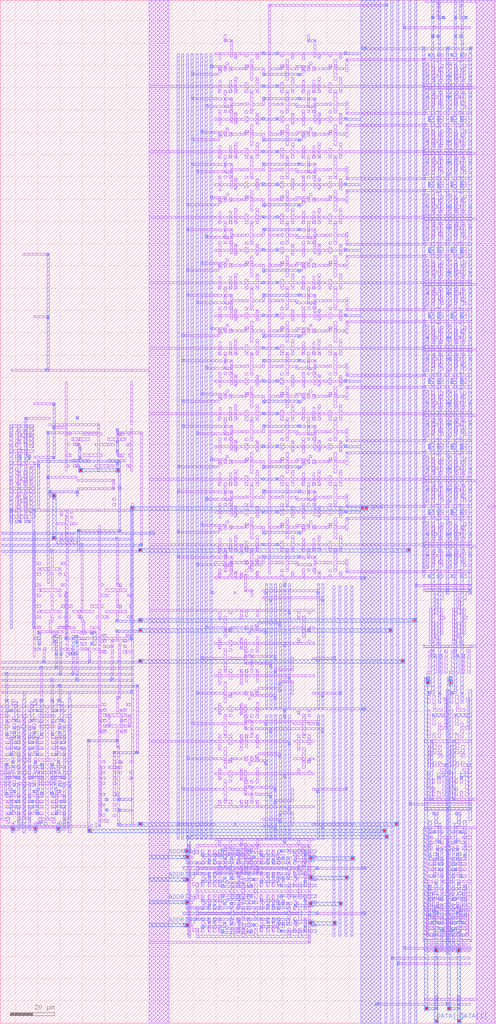
<source format=lef>
MACRO sram_2_16_1_scn3me_subm
    CLASS RING ;
    ORIGIN 66.9 0.0 ;
    FOREIGN  sram 0.0 0.0 ;
    SIZE 222.3 BY 459.3 ;
    SYMMETRY X Y R90 ;
    PIN vdd 
        DIRECTION INOUT ; 
        USE POWER ; 
        SHAPE ABUTMENT ; 
        PORT             
        Layer metal1 ; 
        RECT  0.0 0.0 9.0 459.3 ;
        RECT  147.0 0.0 156.0 459.3 ;
        END             
    END vdd 
    PIN gnd 
        DIRECTION INOUT ; 
        USE GROUND ; 
        SHAPE ABUTMENT ; 
        PORT             
        Layer metal2 ; 
        RECT  95.1 0.0 104.1 459.3 ;
        END             
    END gnd 
    PIN DATA[0] 
        DIRECTION INOUT ; 
        PORT             
        Layer metal3 ; 
        RECT  128.25 0.0 129.75 30.15 ;
        RECT  128.25 0.0 130.05 1.8 ;
        END             
    END DATA[0] 
    PIN DATA[1] 
        DIRECTION INOUT ; 
        PORT             
        Layer metal3 ; 
        RECT  138.45 0.0 139.95 30.15 ;
        RECT  138.45 0.0 140.25 1.8 ;
        END             
    END DATA[1] 
    PIN ADDR[0] 
        DIRECTION INPUT ; 
        PORT             
        Layer metal3 ; 
        RECT  0.0 73.95 17.1 75.45 ;
        END             
    END ADDR[0] 
    PIN ADDR[1] 
        DIRECTION INPUT ; 
        PORT             
        Layer metal3 ; 
        RECT  0.0 63.75 17.1 65.25 ;
        END             
    END ADDR[1] 
    PIN ADDR[2] 
        DIRECTION INPUT ; 
        PORT             
        Layer metal3 ; 
        RECT  0.0 53.55 17.1 55.05 ;
        END             
    END ADDR[2] 
    PIN ADDR[3] 
        DIRECTION INPUT ; 
        PORT             
        Layer metal3 ; 
        RECT  0.0 43.35 17.1 44.85 ;
        END             
    END ADDR[3] 
    PIN CSb 
        DIRECTION INPUT ; 
        PORT             
        Layer metal3 ; 
        RECT  -62.1 86.4 -60.3 88.2 ;
        END             
    END CSb 
    PIN OEb 
        DIRECTION INPUT ; 
        PORT             
        Layer metal3 ; 
        RECT  -41.7 86.4 -39.9 88.2 ;
        END             
    END OEb 
    PIN WEb 
        DIRECTION INPUT ; 
        PORT             
        Layer metal3 ; 
        RECT  -51.9 86.4 -50.1 88.2 ;
        END             
    END WEb 
    PIN clk 
        DIRECTION INPUT ; 
        PORT             
        Layer metal3 ; 
        RECT  -27.15 85.5 105.9 87.0 ;
        RECT  -27.6 85.5 -25.8 87.3 ;
        END             
    END clk 
    OBS 
        Layer  metal1 ; 
        RECT  -10.2 292.65 0.0 293.55 ;
        RECT  147.0 0.0 156.0 459.3 ;
        RECT  0.0 0.0 9.0 459.3 ;
        RECT  51.0 206.4 51.9 209.7 ;
        RECT  51.0 219.9 51.9 223.2 ;
        RECT  51.0 235.8 51.9 239.1 ;
        RECT  51.0 249.3 51.9 252.6 ;
        RECT  51.0 265.2 51.9 268.5 ;
        RECT  51.0 278.7 51.9 282.0 ;
        RECT  51.0 294.6 51.9 297.9 ;
        RECT  51.0 308.1 51.9 311.4 ;
        RECT  51.0 324.0 51.9 327.3 ;
        RECT  51.0 337.5 51.9 340.8 ;
        RECT  51.0 353.4 51.9 356.7 ;
        RECT  51.0 366.9 51.9 370.2 ;
        RECT  51.0 382.8 51.9 386.1 ;
        RECT  51.0 396.3 51.9 399.6 ;
        RECT  51.0 412.2 51.9 415.5 ;
        RECT  51.0 425.7 51.9 429.0 ;
        RECT  88.5 214.35 123.9 215.25 ;
        RECT  88.5 243.75 123.9 244.65 ;
        RECT  88.5 273.15 123.9 274.05 ;
        RECT  88.5 302.55 123.9 303.45 ;
        RECT  88.5 331.95 123.9 332.85 ;
        RECT  88.5 361.35 123.9 362.25 ;
        RECT  88.5 390.75 123.9 391.65 ;
        RECT  88.5 420.15 123.9 421.05 ;
        RECT  74.4 88.8 91.5 89.7 ;
        RECT  74.4 104.7 88.8 105.6 ;
        RECT  74.4 147.6 86.1 148.5 ;
        RECT  74.4 163.5 83.4 164.4 ;
        RECT  114.0 33.3 129.0 34.2 ;
        RECT  108.6 28.65 129.3 29.55 ;
        RECT  111.3 26.25 129.3 27.15 ;
        RECT  114.0 446.4 123.9 447.3 ;
        RECT  116.7 97.95 123.9 98.85 ;
        RECT  119.4 196.05 123.9 196.95 ;
        RECT  123.9 213.75 147.0 214.65 ;
        RECT  123.9 243.15 147.0 244.05 ;
        RECT  123.9 272.55 147.0 273.45 ;
        RECT  123.9 301.95 147.0 302.85 ;
        RECT  123.9 331.35 147.0 332.25 ;
        RECT  123.9 360.75 147.0 361.65 ;
        RECT  123.9 390.15 147.0 391.05 ;
        RECT  123.9 419.55 147.0 420.45 ;
        RECT  123.9 458.4 147.0 459.3 ;
        RECT  123.9 168.75 147.0 169.65 ;
        RECT  123.9 100.05 147.0 100.95 ;
        RECT  123.9 87.3 147.0 88.2 ;
        RECT  129.3 10.35 147.0 11.25 ;
        RECT  138.9 10.35 147.0 11.25 ;
        RECT  0.0 214.35 29.4 215.25 ;
        RECT  0.0 243.75 29.4 244.65 ;
        RECT  0.0 273.15 29.4 274.05 ;
        RECT  0.0 302.55 29.4 303.45 ;
        RECT  0.0 331.95 29.4 332.85 ;
        RECT  0.0 361.35 29.4 362.25 ;
        RECT  0.0 390.75 29.4 391.65 ;
        RECT  0.0 420.15 29.4 421.05 ;
        RECT  0.0 126.15 29.4 127.05 ;
        RECT  0.0 184.95 29.4 185.85 ;
        RECT  95.1 437.1 144.3 438.0 ;
        RECT  101.7 8.1 144.3 9.0 ;
        RECT  29.4 140.85 95.1 141.75 ;
        RECT  29.4 199.65 95.1 200.55 ;
        RECT  75.3 69.15 95.1 70.05 ;
        RECT  75.3 69.15 95.1 70.05 ;
        RECT  75.3 48.75 95.1 49.65 ;
        RECT  75.3 48.75 95.1 49.65 ;
        RECT  123.3 213.6 134.7 214.8 ;
        RECT  124.5 211.5 125.7 213.6 ;
        RECT  127.5 211.5 128.7 212.7 ;
        RECT  130.5 211.5 131.7 212.7 ;
        RECT  133.5 211.5 134.7 213.6 ;
        RECT  127.2 210.6 128.4 211.5 ;
        RECT  124.5 204.9 125.7 210.6 ;
        RECT  127.2 209.4 129.6 210.6 ;
        RECT  127.2 206.1 128.4 209.4 ;
        RECT  130.8 207.9 132.0 211.5 ;
        RECT  130.2 206.7 132.0 207.9 ;
        RECT  130.8 206.1 132.0 206.7 ;
        RECT  126.9 204.9 128.1 206.1 ;
        RECT  131.1 204.9 132.3 206.1 ;
        RECT  133.5 204.9 134.7 210.6 ;
        RECT  129.0 203.4 130.2 203.7 ;
        RECT  123.3 202.2 134.7 203.4 ;
        RECT  125.4 200.1 128.1 201.3 ;
        RECT  129.6 200.1 132.3 201.3 ;
        RECT  123.3 214.8 134.7 216.0 ;
        RECT  124.5 216.0 125.7 218.1 ;
        RECT  127.5 216.9 128.7 218.1 ;
        RECT  130.5 216.9 131.7 218.1 ;
        RECT  133.5 216.0 134.7 218.1 ;
        RECT  127.2 218.1 128.4 219.0 ;
        RECT  124.5 219.0 125.7 224.7 ;
        RECT  127.2 219.0 129.6 220.2 ;
        RECT  127.2 220.2 128.4 223.5 ;
        RECT  130.8 218.1 132.0 221.7 ;
        RECT  130.2 221.7 132.0 222.9 ;
        RECT  130.8 222.9 132.0 223.5 ;
        RECT  126.9 223.5 128.1 224.7 ;
        RECT  131.1 223.5 132.3 224.7 ;
        RECT  133.5 219.0 134.7 224.7 ;
        RECT  129.0 225.9 130.2 226.2 ;
        RECT  123.3 226.2 134.7 227.4 ;
        RECT  125.4 228.3 128.1 229.5 ;
        RECT  129.6 228.3 132.3 229.5 ;
        RECT  123.3 243.0 134.7 244.2 ;
        RECT  124.5 240.9 125.7 243.0 ;
        RECT  127.5 240.9 128.7 242.1 ;
        RECT  130.5 240.9 131.7 242.1 ;
        RECT  133.5 240.9 134.7 243.0 ;
        RECT  127.2 240.0 128.4 240.9 ;
        RECT  124.5 234.3 125.7 240.0 ;
        RECT  127.2 238.8 129.6 240.0 ;
        RECT  127.2 235.5 128.4 238.8 ;
        RECT  130.8 237.3 132.0 240.9 ;
        RECT  130.2 236.1 132.0 237.3 ;
        RECT  130.8 235.5 132.0 236.1 ;
        RECT  126.9 234.3 128.1 235.5 ;
        RECT  131.1 234.3 132.3 235.5 ;
        RECT  133.5 234.3 134.7 240.0 ;
        RECT  129.0 232.8 130.2 233.1 ;
        RECT  123.3 231.6 134.7 232.8 ;
        RECT  125.4 229.5 128.1 230.7 ;
        RECT  129.6 229.5 132.3 230.7 ;
        RECT  123.3 244.2 134.7 245.4 ;
        RECT  124.5 245.4 125.7 247.5 ;
        RECT  127.5 246.3 128.7 247.5 ;
        RECT  130.5 246.3 131.7 247.5 ;
        RECT  133.5 245.4 134.7 247.5 ;
        RECT  127.2 247.5 128.4 248.4 ;
        RECT  124.5 248.4 125.7 254.1 ;
        RECT  127.2 248.4 129.6 249.6 ;
        RECT  127.2 249.6 128.4 252.9 ;
        RECT  130.8 247.5 132.0 251.1 ;
        RECT  130.2 251.1 132.0 252.3 ;
        RECT  130.8 252.3 132.0 252.9 ;
        RECT  126.9 252.9 128.1 254.1 ;
        RECT  131.1 252.9 132.3 254.1 ;
        RECT  133.5 248.4 134.7 254.1 ;
        RECT  129.0 255.3 130.2 255.6 ;
        RECT  123.3 255.6 134.7 256.8 ;
        RECT  125.4 257.7 128.1 258.9 ;
        RECT  129.6 257.7 132.3 258.9 ;
        RECT  123.3 272.4 134.7 273.6 ;
        RECT  124.5 270.3 125.7 272.4 ;
        RECT  127.5 270.3 128.7 271.5 ;
        RECT  130.5 270.3 131.7 271.5 ;
        RECT  133.5 270.3 134.7 272.4 ;
        RECT  127.2 269.4 128.4 270.3 ;
        RECT  124.5 263.7 125.7 269.4 ;
        RECT  127.2 268.2 129.6 269.4 ;
        RECT  127.2 264.9 128.4 268.2 ;
        RECT  130.8 266.7 132.0 270.3 ;
        RECT  130.2 265.5 132.0 266.7 ;
        RECT  130.8 264.9 132.0 265.5 ;
        RECT  126.9 263.7 128.1 264.9 ;
        RECT  131.1 263.7 132.3 264.9 ;
        RECT  133.5 263.7 134.7 269.4 ;
        RECT  129.0 262.2 130.2 262.5 ;
        RECT  123.3 261.0 134.7 262.2 ;
        RECT  125.4 258.9 128.1 260.1 ;
        RECT  129.6 258.9 132.3 260.1 ;
        RECT  123.3 273.6 134.7 274.8 ;
        RECT  124.5 274.8 125.7 276.9 ;
        RECT  127.5 275.7 128.7 276.9 ;
        RECT  130.5 275.7 131.7 276.9 ;
        RECT  133.5 274.8 134.7 276.9 ;
        RECT  127.2 276.9 128.4 277.8 ;
        RECT  124.5 277.8 125.7 283.5 ;
        RECT  127.2 277.8 129.6 279.0 ;
        RECT  127.2 279.0 128.4 282.3 ;
        RECT  130.8 276.9 132.0 280.5 ;
        RECT  130.2 280.5 132.0 281.7 ;
        RECT  130.8 281.7 132.0 282.3 ;
        RECT  126.9 282.3 128.1 283.5 ;
        RECT  131.1 282.3 132.3 283.5 ;
        RECT  133.5 277.8 134.7 283.5 ;
        RECT  129.0 284.7 130.2 285.0 ;
        RECT  123.3 285.0 134.7 286.2 ;
        RECT  125.4 287.1 128.1 288.3 ;
        RECT  129.6 287.1 132.3 288.3 ;
        RECT  123.3 301.8 134.7 303.0 ;
        RECT  124.5 299.7 125.7 301.8 ;
        RECT  127.5 299.7 128.7 300.9 ;
        RECT  130.5 299.7 131.7 300.9 ;
        RECT  133.5 299.7 134.7 301.8 ;
        RECT  127.2 298.8 128.4 299.7 ;
        RECT  124.5 293.1 125.7 298.8 ;
        RECT  127.2 297.6 129.6 298.8 ;
        RECT  127.2 294.3 128.4 297.6 ;
        RECT  130.8 296.1 132.0 299.7 ;
        RECT  130.2 294.9 132.0 296.1 ;
        RECT  130.8 294.3 132.0 294.9 ;
        RECT  126.9 293.1 128.1 294.3 ;
        RECT  131.1 293.1 132.3 294.3 ;
        RECT  133.5 293.1 134.7 298.8 ;
        RECT  129.0 291.6 130.2 291.9 ;
        RECT  123.3 290.4 134.7 291.6 ;
        RECT  125.4 288.3 128.1 289.5 ;
        RECT  129.6 288.3 132.3 289.5 ;
        RECT  123.3 303.0 134.7 304.2 ;
        RECT  124.5 304.2 125.7 306.3 ;
        RECT  127.5 305.1 128.7 306.3 ;
        RECT  130.5 305.1 131.7 306.3 ;
        RECT  133.5 304.2 134.7 306.3 ;
        RECT  127.2 306.3 128.4 307.2 ;
        RECT  124.5 307.2 125.7 312.9 ;
        RECT  127.2 307.2 129.6 308.4 ;
        RECT  127.2 308.4 128.4 311.7 ;
        RECT  130.8 306.3 132.0 309.9 ;
        RECT  130.2 309.9 132.0 311.1 ;
        RECT  130.8 311.1 132.0 311.7 ;
        RECT  126.9 311.7 128.1 312.9 ;
        RECT  131.1 311.7 132.3 312.9 ;
        RECT  133.5 307.2 134.7 312.9 ;
        RECT  129.0 314.1 130.2 314.4 ;
        RECT  123.3 314.4 134.7 315.6 ;
        RECT  125.4 316.5 128.1 317.7 ;
        RECT  129.6 316.5 132.3 317.7 ;
        RECT  123.3 331.2 134.7 332.4 ;
        RECT  124.5 329.1 125.7 331.2 ;
        RECT  127.5 329.1 128.7 330.3 ;
        RECT  130.5 329.1 131.7 330.3 ;
        RECT  133.5 329.1 134.7 331.2 ;
        RECT  127.2 328.2 128.4 329.1 ;
        RECT  124.5 322.5 125.7 328.2 ;
        RECT  127.2 327.0 129.6 328.2 ;
        RECT  127.2 323.7 128.4 327.0 ;
        RECT  130.8 325.5 132.0 329.1 ;
        RECT  130.2 324.3 132.0 325.5 ;
        RECT  130.8 323.7 132.0 324.3 ;
        RECT  126.9 322.5 128.1 323.7 ;
        RECT  131.1 322.5 132.3 323.7 ;
        RECT  133.5 322.5 134.7 328.2 ;
        RECT  129.0 321.0 130.2 321.3 ;
        RECT  123.3 319.8 134.7 321.0 ;
        RECT  125.4 317.7 128.1 318.9 ;
        RECT  129.6 317.7 132.3 318.9 ;
        RECT  123.3 332.4 134.7 333.6 ;
        RECT  124.5 333.6 125.7 335.7 ;
        RECT  127.5 334.5 128.7 335.7 ;
        RECT  130.5 334.5 131.7 335.7 ;
        RECT  133.5 333.6 134.7 335.7 ;
        RECT  127.2 335.7 128.4 336.6 ;
        RECT  124.5 336.6 125.7 342.3 ;
        RECT  127.2 336.6 129.6 337.8 ;
        RECT  127.2 337.8 128.4 341.1 ;
        RECT  130.8 335.7 132.0 339.3 ;
        RECT  130.2 339.3 132.0 340.5 ;
        RECT  130.8 340.5 132.0 341.1 ;
        RECT  126.9 341.1 128.1 342.3 ;
        RECT  131.1 341.1 132.3 342.3 ;
        RECT  133.5 336.6 134.7 342.3 ;
        RECT  129.0 343.5 130.2 343.8 ;
        RECT  123.3 343.8 134.7 345.0 ;
        RECT  125.4 345.9 128.1 347.1 ;
        RECT  129.6 345.9 132.3 347.1 ;
        RECT  123.3 360.6 134.7 361.8 ;
        RECT  124.5 358.5 125.7 360.6 ;
        RECT  127.5 358.5 128.7 359.7 ;
        RECT  130.5 358.5 131.7 359.7 ;
        RECT  133.5 358.5 134.7 360.6 ;
        RECT  127.2 357.6 128.4 358.5 ;
        RECT  124.5 351.9 125.7 357.6 ;
        RECT  127.2 356.4 129.6 357.6 ;
        RECT  127.2 353.1 128.4 356.4 ;
        RECT  130.8 354.9 132.0 358.5 ;
        RECT  130.2 353.7 132.0 354.9 ;
        RECT  130.8 353.1 132.0 353.7 ;
        RECT  126.9 351.9 128.1 353.1 ;
        RECT  131.1 351.9 132.3 353.1 ;
        RECT  133.5 351.9 134.7 357.6 ;
        RECT  129.0 350.4 130.2 350.7 ;
        RECT  123.3 349.2 134.7 350.4 ;
        RECT  125.4 347.1 128.1 348.3 ;
        RECT  129.6 347.1 132.3 348.3 ;
        RECT  123.3 361.8 134.7 363.0 ;
        RECT  124.5 363.0 125.7 365.1 ;
        RECT  127.5 363.9 128.7 365.1 ;
        RECT  130.5 363.9 131.7 365.1 ;
        RECT  133.5 363.0 134.7 365.1 ;
        RECT  127.2 365.1 128.4 366.0 ;
        RECT  124.5 366.0 125.7 371.7 ;
        RECT  127.2 366.0 129.6 367.2 ;
        RECT  127.2 367.2 128.4 370.5 ;
        RECT  130.8 365.1 132.0 368.7 ;
        RECT  130.2 368.7 132.0 369.9 ;
        RECT  130.8 369.9 132.0 370.5 ;
        RECT  126.9 370.5 128.1 371.7 ;
        RECT  131.1 370.5 132.3 371.7 ;
        RECT  133.5 366.0 134.7 371.7 ;
        RECT  129.0 372.9 130.2 373.2 ;
        RECT  123.3 373.2 134.7 374.4 ;
        RECT  125.4 375.3 128.1 376.5 ;
        RECT  129.6 375.3 132.3 376.5 ;
        RECT  123.3 390.0 134.7 391.2 ;
        RECT  124.5 387.9 125.7 390.0 ;
        RECT  127.5 387.9 128.7 389.1 ;
        RECT  130.5 387.9 131.7 389.1 ;
        RECT  133.5 387.9 134.7 390.0 ;
        RECT  127.2 387.0 128.4 387.9 ;
        RECT  124.5 381.3 125.7 387.0 ;
        RECT  127.2 385.8 129.6 387.0 ;
        RECT  127.2 382.5 128.4 385.8 ;
        RECT  130.8 384.3 132.0 387.9 ;
        RECT  130.2 383.1 132.0 384.3 ;
        RECT  130.8 382.5 132.0 383.1 ;
        RECT  126.9 381.3 128.1 382.5 ;
        RECT  131.1 381.3 132.3 382.5 ;
        RECT  133.5 381.3 134.7 387.0 ;
        RECT  129.0 379.8 130.2 380.1 ;
        RECT  123.3 378.6 134.7 379.8 ;
        RECT  125.4 376.5 128.1 377.7 ;
        RECT  129.6 376.5 132.3 377.7 ;
        RECT  123.3 391.2 134.7 392.4 ;
        RECT  124.5 392.4 125.7 394.5 ;
        RECT  127.5 393.3 128.7 394.5 ;
        RECT  130.5 393.3 131.7 394.5 ;
        RECT  133.5 392.4 134.7 394.5 ;
        RECT  127.2 394.5 128.4 395.4 ;
        RECT  124.5 395.4 125.7 401.1 ;
        RECT  127.2 395.4 129.6 396.6 ;
        RECT  127.2 396.6 128.4 399.9 ;
        RECT  130.8 394.5 132.0 398.1 ;
        RECT  130.2 398.1 132.0 399.3 ;
        RECT  130.8 399.3 132.0 399.9 ;
        RECT  126.9 399.9 128.1 401.1 ;
        RECT  131.1 399.9 132.3 401.1 ;
        RECT  133.5 395.4 134.7 401.1 ;
        RECT  129.0 402.3 130.2 402.6 ;
        RECT  123.3 402.6 134.7 403.8 ;
        RECT  125.4 404.7 128.1 405.9 ;
        RECT  129.6 404.7 132.3 405.9 ;
        RECT  123.3 419.4 134.7 420.6 ;
        RECT  124.5 417.3 125.7 419.4 ;
        RECT  127.5 417.3 128.7 418.5 ;
        RECT  130.5 417.3 131.7 418.5 ;
        RECT  133.5 417.3 134.7 419.4 ;
        RECT  127.2 416.4 128.4 417.3 ;
        RECT  124.5 410.7 125.7 416.4 ;
        RECT  127.2 415.2 129.6 416.4 ;
        RECT  127.2 411.9 128.4 415.2 ;
        RECT  130.8 413.7 132.0 417.3 ;
        RECT  130.2 412.5 132.0 413.7 ;
        RECT  130.8 411.9 132.0 412.5 ;
        RECT  126.9 410.7 128.1 411.9 ;
        RECT  131.1 410.7 132.3 411.9 ;
        RECT  133.5 410.7 134.7 416.4 ;
        RECT  129.0 409.2 130.2 409.5 ;
        RECT  123.3 408.0 134.7 409.2 ;
        RECT  125.4 405.9 128.1 407.1 ;
        RECT  129.6 405.9 132.3 407.1 ;
        RECT  123.3 420.6 134.7 421.8 ;
        RECT  124.5 421.8 125.7 423.9 ;
        RECT  127.5 422.7 128.7 423.9 ;
        RECT  130.5 422.7 131.7 423.9 ;
        RECT  133.5 421.8 134.7 423.9 ;
        RECT  127.2 423.9 128.4 424.8 ;
        RECT  124.5 424.8 125.7 430.5 ;
        RECT  127.2 424.8 129.6 426.0 ;
        RECT  127.2 426.0 128.4 429.3 ;
        RECT  130.8 423.9 132.0 427.5 ;
        RECT  130.2 427.5 132.0 428.7 ;
        RECT  130.8 428.7 132.0 429.3 ;
        RECT  126.9 429.3 128.1 430.5 ;
        RECT  131.1 429.3 132.3 430.5 ;
        RECT  133.5 424.8 134.7 430.5 ;
        RECT  129.0 431.7 130.2 432.0 ;
        RECT  123.3 432.0 134.7 433.2 ;
        RECT  125.4 434.1 128.1 435.3 ;
        RECT  129.6 434.1 132.3 435.3 ;
        RECT  133.5 213.6 144.9 214.8 ;
        RECT  134.7 211.5 135.9 213.6 ;
        RECT  137.7 211.5 138.9 212.7 ;
        RECT  140.7 211.5 141.9 212.7 ;
        RECT  143.7 211.5 144.9 213.6 ;
        RECT  137.4 210.6 138.6 211.5 ;
        RECT  134.7 204.9 135.9 210.6 ;
        RECT  137.4 209.4 139.8 210.6 ;
        RECT  137.4 206.1 138.6 209.4 ;
        RECT  141.0 207.9 142.2 211.5 ;
        RECT  140.4 206.7 142.2 207.9 ;
        RECT  141.0 206.1 142.2 206.7 ;
        RECT  137.1 204.9 138.3 206.1 ;
        RECT  141.3 204.9 142.5 206.1 ;
        RECT  143.7 204.9 144.9 210.6 ;
        RECT  139.2 203.4 140.4 203.7 ;
        RECT  133.5 202.2 144.9 203.4 ;
        RECT  135.6 200.1 138.3 201.3 ;
        RECT  139.8 200.1 142.5 201.3 ;
        RECT  133.5 214.8 144.9 216.0 ;
        RECT  134.7 216.0 135.9 218.1 ;
        RECT  137.7 216.9 138.9 218.1 ;
        RECT  140.7 216.9 141.9 218.1 ;
        RECT  143.7 216.0 144.9 218.1 ;
        RECT  137.4 218.1 138.6 219.0 ;
        RECT  134.7 219.0 135.9 224.7 ;
        RECT  137.4 219.0 139.8 220.2 ;
        RECT  137.4 220.2 138.6 223.5 ;
        RECT  141.0 218.1 142.2 221.7 ;
        RECT  140.4 221.7 142.2 222.9 ;
        RECT  141.0 222.9 142.2 223.5 ;
        RECT  137.1 223.5 138.3 224.7 ;
        RECT  141.3 223.5 142.5 224.7 ;
        RECT  143.7 219.0 144.9 224.7 ;
        RECT  139.2 225.9 140.4 226.2 ;
        RECT  133.5 226.2 144.9 227.4 ;
        RECT  135.6 228.3 138.3 229.5 ;
        RECT  139.8 228.3 142.5 229.5 ;
        RECT  133.5 243.0 144.9 244.2 ;
        RECT  134.7 240.9 135.9 243.0 ;
        RECT  137.7 240.9 138.9 242.1 ;
        RECT  140.7 240.9 141.9 242.1 ;
        RECT  143.7 240.9 144.9 243.0 ;
        RECT  137.4 240.0 138.6 240.9 ;
        RECT  134.7 234.3 135.9 240.0 ;
        RECT  137.4 238.8 139.8 240.0 ;
        RECT  137.4 235.5 138.6 238.8 ;
        RECT  141.0 237.3 142.2 240.9 ;
        RECT  140.4 236.1 142.2 237.3 ;
        RECT  141.0 235.5 142.2 236.1 ;
        RECT  137.1 234.3 138.3 235.5 ;
        RECT  141.3 234.3 142.5 235.5 ;
        RECT  143.7 234.3 144.9 240.0 ;
        RECT  139.2 232.8 140.4 233.1 ;
        RECT  133.5 231.6 144.9 232.8 ;
        RECT  135.6 229.5 138.3 230.7 ;
        RECT  139.8 229.5 142.5 230.7 ;
        RECT  133.5 244.2 144.9 245.4 ;
        RECT  134.7 245.4 135.9 247.5 ;
        RECT  137.7 246.3 138.9 247.5 ;
        RECT  140.7 246.3 141.9 247.5 ;
        RECT  143.7 245.4 144.9 247.5 ;
        RECT  137.4 247.5 138.6 248.4 ;
        RECT  134.7 248.4 135.9 254.1 ;
        RECT  137.4 248.4 139.8 249.6 ;
        RECT  137.4 249.6 138.6 252.9 ;
        RECT  141.0 247.5 142.2 251.1 ;
        RECT  140.4 251.1 142.2 252.3 ;
        RECT  141.0 252.3 142.2 252.9 ;
        RECT  137.1 252.9 138.3 254.1 ;
        RECT  141.3 252.9 142.5 254.1 ;
        RECT  143.7 248.4 144.9 254.1 ;
        RECT  139.2 255.3 140.4 255.6 ;
        RECT  133.5 255.6 144.9 256.8 ;
        RECT  135.6 257.7 138.3 258.9 ;
        RECT  139.8 257.7 142.5 258.9 ;
        RECT  133.5 272.4 144.9 273.6 ;
        RECT  134.7 270.3 135.9 272.4 ;
        RECT  137.7 270.3 138.9 271.5 ;
        RECT  140.7 270.3 141.9 271.5 ;
        RECT  143.7 270.3 144.9 272.4 ;
        RECT  137.4 269.4 138.6 270.3 ;
        RECT  134.7 263.7 135.9 269.4 ;
        RECT  137.4 268.2 139.8 269.4 ;
        RECT  137.4 264.9 138.6 268.2 ;
        RECT  141.0 266.7 142.2 270.3 ;
        RECT  140.4 265.5 142.2 266.7 ;
        RECT  141.0 264.9 142.2 265.5 ;
        RECT  137.1 263.7 138.3 264.9 ;
        RECT  141.3 263.7 142.5 264.9 ;
        RECT  143.7 263.7 144.9 269.4 ;
        RECT  139.2 262.2 140.4 262.5 ;
        RECT  133.5 261.0 144.9 262.2 ;
        RECT  135.6 258.9 138.3 260.1 ;
        RECT  139.8 258.9 142.5 260.1 ;
        RECT  133.5 273.6 144.9 274.8 ;
        RECT  134.7 274.8 135.9 276.9 ;
        RECT  137.7 275.7 138.9 276.9 ;
        RECT  140.7 275.7 141.9 276.9 ;
        RECT  143.7 274.8 144.9 276.9 ;
        RECT  137.4 276.9 138.6 277.8 ;
        RECT  134.7 277.8 135.9 283.5 ;
        RECT  137.4 277.8 139.8 279.0 ;
        RECT  137.4 279.0 138.6 282.3 ;
        RECT  141.0 276.9 142.2 280.5 ;
        RECT  140.4 280.5 142.2 281.7 ;
        RECT  141.0 281.7 142.2 282.3 ;
        RECT  137.1 282.3 138.3 283.5 ;
        RECT  141.3 282.3 142.5 283.5 ;
        RECT  143.7 277.8 144.9 283.5 ;
        RECT  139.2 284.7 140.4 285.0 ;
        RECT  133.5 285.0 144.9 286.2 ;
        RECT  135.6 287.1 138.3 288.3 ;
        RECT  139.8 287.1 142.5 288.3 ;
        RECT  133.5 301.8 144.9 303.0 ;
        RECT  134.7 299.7 135.9 301.8 ;
        RECT  137.7 299.7 138.9 300.9 ;
        RECT  140.7 299.7 141.9 300.9 ;
        RECT  143.7 299.7 144.9 301.8 ;
        RECT  137.4 298.8 138.6 299.7 ;
        RECT  134.7 293.1 135.9 298.8 ;
        RECT  137.4 297.6 139.8 298.8 ;
        RECT  137.4 294.3 138.6 297.6 ;
        RECT  141.0 296.1 142.2 299.7 ;
        RECT  140.4 294.9 142.2 296.1 ;
        RECT  141.0 294.3 142.2 294.9 ;
        RECT  137.1 293.1 138.3 294.3 ;
        RECT  141.3 293.1 142.5 294.3 ;
        RECT  143.7 293.1 144.9 298.8 ;
        RECT  139.2 291.6 140.4 291.9 ;
        RECT  133.5 290.4 144.9 291.6 ;
        RECT  135.6 288.3 138.3 289.5 ;
        RECT  139.8 288.3 142.5 289.5 ;
        RECT  133.5 303.0 144.9 304.2 ;
        RECT  134.7 304.2 135.9 306.3 ;
        RECT  137.7 305.1 138.9 306.3 ;
        RECT  140.7 305.1 141.9 306.3 ;
        RECT  143.7 304.2 144.9 306.3 ;
        RECT  137.4 306.3 138.6 307.2 ;
        RECT  134.7 307.2 135.9 312.9 ;
        RECT  137.4 307.2 139.8 308.4 ;
        RECT  137.4 308.4 138.6 311.7 ;
        RECT  141.0 306.3 142.2 309.9 ;
        RECT  140.4 309.9 142.2 311.1 ;
        RECT  141.0 311.1 142.2 311.7 ;
        RECT  137.1 311.7 138.3 312.9 ;
        RECT  141.3 311.7 142.5 312.9 ;
        RECT  143.7 307.2 144.9 312.9 ;
        RECT  139.2 314.1 140.4 314.4 ;
        RECT  133.5 314.4 144.9 315.6 ;
        RECT  135.6 316.5 138.3 317.7 ;
        RECT  139.8 316.5 142.5 317.7 ;
        RECT  133.5 331.2 144.9 332.4 ;
        RECT  134.7 329.1 135.9 331.2 ;
        RECT  137.7 329.1 138.9 330.3 ;
        RECT  140.7 329.1 141.9 330.3 ;
        RECT  143.7 329.1 144.9 331.2 ;
        RECT  137.4 328.2 138.6 329.1 ;
        RECT  134.7 322.5 135.9 328.2 ;
        RECT  137.4 327.0 139.8 328.2 ;
        RECT  137.4 323.7 138.6 327.0 ;
        RECT  141.0 325.5 142.2 329.1 ;
        RECT  140.4 324.3 142.2 325.5 ;
        RECT  141.0 323.7 142.2 324.3 ;
        RECT  137.1 322.5 138.3 323.7 ;
        RECT  141.3 322.5 142.5 323.7 ;
        RECT  143.7 322.5 144.9 328.2 ;
        RECT  139.2 321.0 140.4 321.3 ;
        RECT  133.5 319.8 144.9 321.0 ;
        RECT  135.6 317.7 138.3 318.9 ;
        RECT  139.8 317.7 142.5 318.9 ;
        RECT  133.5 332.4 144.9 333.6 ;
        RECT  134.7 333.6 135.9 335.7 ;
        RECT  137.7 334.5 138.9 335.7 ;
        RECT  140.7 334.5 141.9 335.7 ;
        RECT  143.7 333.6 144.9 335.7 ;
        RECT  137.4 335.7 138.6 336.6 ;
        RECT  134.7 336.6 135.9 342.3 ;
        RECT  137.4 336.6 139.8 337.8 ;
        RECT  137.4 337.8 138.6 341.1 ;
        RECT  141.0 335.7 142.2 339.3 ;
        RECT  140.4 339.3 142.2 340.5 ;
        RECT  141.0 340.5 142.2 341.1 ;
        RECT  137.1 341.1 138.3 342.3 ;
        RECT  141.3 341.1 142.5 342.3 ;
        RECT  143.7 336.6 144.9 342.3 ;
        RECT  139.2 343.5 140.4 343.8 ;
        RECT  133.5 343.8 144.9 345.0 ;
        RECT  135.6 345.9 138.3 347.1 ;
        RECT  139.8 345.9 142.5 347.1 ;
        RECT  133.5 360.6 144.9 361.8 ;
        RECT  134.7 358.5 135.9 360.6 ;
        RECT  137.7 358.5 138.9 359.7 ;
        RECT  140.7 358.5 141.9 359.7 ;
        RECT  143.7 358.5 144.9 360.6 ;
        RECT  137.4 357.6 138.6 358.5 ;
        RECT  134.7 351.9 135.9 357.6 ;
        RECT  137.4 356.4 139.8 357.6 ;
        RECT  137.4 353.1 138.6 356.4 ;
        RECT  141.0 354.9 142.2 358.5 ;
        RECT  140.4 353.7 142.2 354.9 ;
        RECT  141.0 353.1 142.2 353.7 ;
        RECT  137.1 351.9 138.3 353.1 ;
        RECT  141.3 351.9 142.5 353.1 ;
        RECT  143.7 351.9 144.9 357.6 ;
        RECT  139.2 350.4 140.4 350.7 ;
        RECT  133.5 349.2 144.9 350.4 ;
        RECT  135.6 347.1 138.3 348.3 ;
        RECT  139.8 347.1 142.5 348.3 ;
        RECT  133.5 361.8 144.9 363.0 ;
        RECT  134.7 363.0 135.9 365.1 ;
        RECT  137.7 363.9 138.9 365.1 ;
        RECT  140.7 363.9 141.9 365.1 ;
        RECT  143.7 363.0 144.9 365.1 ;
        RECT  137.4 365.1 138.6 366.0 ;
        RECT  134.7 366.0 135.9 371.7 ;
        RECT  137.4 366.0 139.8 367.2 ;
        RECT  137.4 367.2 138.6 370.5 ;
        RECT  141.0 365.1 142.2 368.7 ;
        RECT  140.4 368.7 142.2 369.9 ;
        RECT  141.0 369.9 142.2 370.5 ;
        RECT  137.1 370.5 138.3 371.7 ;
        RECT  141.3 370.5 142.5 371.7 ;
        RECT  143.7 366.0 144.9 371.7 ;
        RECT  139.2 372.9 140.4 373.2 ;
        RECT  133.5 373.2 144.9 374.4 ;
        RECT  135.6 375.3 138.3 376.5 ;
        RECT  139.8 375.3 142.5 376.5 ;
        RECT  133.5 390.0 144.9 391.2 ;
        RECT  134.7 387.9 135.9 390.0 ;
        RECT  137.7 387.9 138.9 389.1 ;
        RECT  140.7 387.9 141.9 389.1 ;
        RECT  143.7 387.9 144.9 390.0 ;
        RECT  137.4 387.0 138.6 387.9 ;
        RECT  134.7 381.3 135.9 387.0 ;
        RECT  137.4 385.8 139.8 387.0 ;
        RECT  137.4 382.5 138.6 385.8 ;
        RECT  141.0 384.3 142.2 387.9 ;
        RECT  140.4 383.1 142.2 384.3 ;
        RECT  141.0 382.5 142.2 383.1 ;
        RECT  137.1 381.3 138.3 382.5 ;
        RECT  141.3 381.3 142.5 382.5 ;
        RECT  143.7 381.3 144.9 387.0 ;
        RECT  139.2 379.8 140.4 380.1 ;
        RECT  133.5 378.6 144.9 379.8 ;
        RECT  135.6 376.5 138.3 377.7 ;
        RECT  139.8 376.5 142.5 377.7 ;
        RECT  133.5 391.2 144.9 392.4 ;
        RECT  134.7 392.4 135.9 394.5 ;
        RECT  137.7 393.3 138.9 394.5 ;
        RECT  140.7 393.3 141.9 394.5 ;
        RECT  143.7 392.4 144.9 394.5 ;
        RECT  137.4 394.5 138.6 395.4 ;
        RECT  134.7 395.4 135.9 401.1 ;
        RECT  137.4 395.4 139.8 396.6 ;
        RECT  137.4 396.6 138.6 399.9 ;
        RECT  141.0 394.5 142.2 398.1 ;
        RECT  140.4 398.1 142.2 399.3 ;
        RECT  141.0 399.3 142.2 399.9 ;
        RECT  137.1 399.9 138.3 401.1 ;
        RECT  141.3 399.9 142.5 401.1 ;
        RECT  143.7 395.4 144.9 401.1 ;
        RECT  139.2 402.3 140.4 402.6 ;
        RECT  133.5 402.6 144.9 403.8 ;
        RECT  135.6 404.7 138.3 405.9 ;
        RECT  139.8 404.7 142.5 405.9 ;
        RECT  133.5 419.4 144.9 420.6 ;
        RECT  134.7 417.3 135.9 419.4 ;
        RECT  137.7 417.3 138.9 418.5 ;
        RECT  140.7 417.3 141.9 418.5 ;
        RECT  143.7 417.3 144.9 419.4 ;
        RECT  137.4 416.4 138.6 417.3 ;
        RECT  134.7 410.7 135.9 416.4 ;
        RECT  137.4 415.2 139.8 416.4 ;
        RECT  137.4 411.9 138.6 415.2 ;
        RECT  141.0 413.7 142.2 417.3 ;
        RECT  140.4 412.5 142.2 413.7 ;
        RECT  141.0 411.9 142.2 412.5 ;
        RECT  137.1 410.7 138.3 411.9 ;
        RECT  141.3 410.7 142.5 411.9 ;
        RECT  143.7 410.7 144.9 416.4 ;
        RECT  139.2 409.2 140.4 409.5 ;
        RECT  133.5 408.0 144.9 409.2 ;
        RECT  135.6 405.9 138.3 407.1 ;
        RECT  139.8 405.9 142.5 407.1 ;
        RECT  133.5 420.6 144.9 421.8 ;
        RECT  134.7 421.8 135.9 423.9 ;
        RECT  137.7 422.7 138.9 423.9 ;
        RECT  140.7 422.7 141.9 423.9 ;
        RECT  143.7 421.8 144.9 423.9 ;
        RECT  137.4 423.9 138.6 424.8 ;
        RECT  134.7 424.8 135.9 430.5 ;
        RECT  137.4 424.8 139.8 426.0 ;
        RECT  137.4 426.0 138.6 429.3 ;
        RECT  141.0 423.9 142.2 427.5 ;
        RECT  140.4 427.5 142.2 428.7 ;
        RECT  141.0 428.7 142.2 429.3 ;
        RECT  137.1 429.3 138.3 430.5 ;
        RECT  141.3 429.3 142.5 430.5 ;
        RECT  143.7 424.8 144.9 430.5 ;
        RECT  139.2 431.7 140.4 432.0 ;
        RECT  133.5 432.0 144.9 433.2 ;
        RECT  135.6 434.1 138.3 435.3 ;
        RECT  139.8 434.1 142.5 435.3 ;
        RECT  123.9 458.4 144.3 459.3 ;
        RECT  123.9 446.4 144.3 447.3 ;
        RECT  123.9 446.4 134.1 447.3 ;
        RECT  123.9 458.4 134.1 459.3 ;
        RECT  129.3 450.9 130.2 459.3 ;
        RECT  126.9 442.5 128.1 443.7 ;
        RECT  129.3 442.5 130.5 443.7 ;
        RECT  126.9 450.9 128.1 452.1 ;
        RECT  129.3 450.9 130.5 452.1 ;
        RECT  129.3 450.9 130.5 452.1 ;
        RECT  131.7 450.9 132.9 452.1 ;
        RECT  127.8 446.4 129.0 447.6 ;
        RECT  129.3 456.3 130.5 457.5 ;
        RECT  126.9 450.9 128.1 452.1 ;
        RECT  131.7 450.9 132.9 452.1 ;
        RECT  126.9 442.5 128.1 443.7 ;
        RECT  129.3 442.5 130.5 443.7 ;
        RECT  134.1 446.4 144.3 447.3 ;
        RECT  134.1 458.4 144.3 459.3 ;
        RECT  139.5 450.9 140.4 459.3 ;
        RECT  137.1 442.5 138.3 443.7 ;
        RECT  139.5 442.5 140.7 443.7 ;
        RECT  137.1 450.9 138.3 452.1 ;
        RECT  139.5 450.9 140.7 452.1 ;
        RECT  139.5 450.9 140.7 452.1 ;
        RECT  141.9 450.9 143.1 452.1 ;
        RECT  138.0 446.4 139.2 447.6 ;
        RECT  139.5 456.3 140.7 457.5 ;
        RECT  137.1 450.9 138.3 452.1 ;
        RECT  141.9 450.9 143.1 452.1 ;
        RECT  137.1 442.5 138.3 443.7 ;
        RECT  139.5 442.5 140.7 443.7 ;
        RECT  123.9 168.75 144.3 169.65 ;
        RECT  123.9 193.95 144.3 194.85 ;
        RECT  123.9 196.05 144.3 196.95 ;
        RECT  123.3 195.9 134.7 197.1 ;
        RECT  123.3 193.8 134.7 195.0 ;
        RECT  128.7 190.2 129.9 192.9 ;
        RECT  131.1 190.2 132.3 193.8 ;
        RECT  133.5 192.6 134.7 193.8 ;
        RECT  128.7 186.3 129.6 190.2 ;
        RECT  126.0 171.9 127.2 186.3 ;
        RECT  128.4 183.6 129.6 186.3 ;
        RECT  130.8 182.7 132.0 186.3 ;
        RECT  130.8 181.5 132.9 182.7 ;
        RECT  128.4 174.6 129.6 180.0 ;
        RECT  130.8 174.6 132.0 181.5 ;
        RECT  128.4 173.7 129.3 174.6 ;
        RECT  128.4 172.8 130.2 173.7 ;
        RECT  126.0 170.7 127.8 171.9 ;
        RECT  129.3 171.0 130.2 172.8 ;
        RECT  129.3 169.8 130.5 171.0 ;
        RECT  123.3 168.6 134.7 169.8 ;
        RECT  126.6 167.4 127.8 167.7 ;
        RECT  125.7 166.5 127.8 167.4 ;
        RECT  132.6 166.5 134.1 167.7 ;
        RECT  125.7 164.4 126.6 166.5 ;
        RECT  127.8 164.4 129.0 165.6 ;
        RECT  125.7 158.1 126.9 164.4 ;
        RECT  124.8 157.2 126.9 158.1 ;
        RECT  128.1 157.2 129.3 164.4 ;
        RECT  130.5 157.2 131.7 165.6 ;
        RECT  133.2 164.4 134.1 166.5 ;
        RECT  132.9 157.2 134.1 164.4 ;
        RECT  124.8 154.5 126.0 157.2 ;
        RECT  133.5 195.9 144.9 197.1 ;
        RECT  133.5 193.8 144.9 195.0 ;
        RECT  138.9 190.2 140.1 192.9 ;
        RECT  141.3 190.2 142.5 193.8 ;
        RECT  143.7 192.6 144.9 193.8 ;
        RECT  138.9 186.3 139.8 190.2 ;
        RECT  136.2 171.9 137.4 186.3 ;
        RECT  138.6 183.6 139.8 186.3 ;
        RECT  141.0 182.7 142.2 186.3 ;
        RECT  141.0 181.5 143.1 182.7 ;
        RECT  138.6 174.6 139.8 180.0 ;
        RECT  141.0 174.6 142.2 181.5 ;
        RECT  138.6 173.7 139.5 174.6 ;
        RECT  138.6 172.8 140.4 173.7 ;
        RECT  136.2 170.7 138.0 171.9 ;
        RECT  139.5 171.0 140.4 172.8 ;
        RECT  139.5 169.8 140.7 171.0 ;
        RECT  133.5 168.6 144.9 169.8 ;
        RECT  136.8 167.4 138.0 167.7 ;
        RECT  135.9 166.5 138.0 167.4 ;
        RECT  142.8 166.5 144.3 167.7 ;
        RECT  135.9 164.4 136.8 166.5 ;
        RECT  138.0 164.4 139.2 165.6 ;
        RECT  135.9 158.1 137.1 164.4 ;
        RECT  135.0 157.2 137.1 158.1 ;
        RECT  138.3 157.2 139.5 164.4 ;
        RECT  140.7 157.2 141.9 165.6 ;
        RECT  143.4 164.4 144.3 166.5 ;
        RECT  143.1 157.2 144.3 164.4 ;
        RECT  135.0 154.5 136.2 157.2 ;
        RECT  123.9 97.95 144.3 98.85 ;
        RECT  123.9 100.05 144.3 100.95 ;
        RECT  123.9 95.85 144.3 96.75 ;
        RECT  125.4 147.9 126.6 149.1 ;
        RECT  125.4 147.3 126.3 147.9 ;
        RECT  125.1 143.7 126.3 147.3 ;
        RECT  127.5 143.7 128.7 147.3 ;
        RECT  129.9 143.7 131.1 148.5 ;
        RECT  132.3 144.9 133.8 146.1 ;
        RECT  127.8 141.3 128.7 143.7 ;
        RECT  125.1 128.1 126.3 140.7 ;
        RECT  127.8 140.1 132.0 141.3 ;
        RECT  127.2 137.7 132.0 138.9 ;
        RECT  127.5 133.8 128.7 137.7 ;
        RECT  129.9 133.2 131.1 135.0 ;
        RECT  132.9 133.2 133.8 144.9 ;
        RECT  129.9 132.0 133.8 133.2 ;
        RECT  127.5 127.2 128.7 130.2 ;
        RECT  129.9 128.1 131.1 132.0 ;
        RECT  123.9 126.0 134.7 127.2 ;
        RECT  125.4 121.8 126.6 124.8 ;
        RECT  127.8 122.7 129.0 126.0 ;
        RECT  130.2 121.8 131.4 124.8 ;
        RECT  125.4 120.9 131.4 121.8 ;
        RECT  125.4 115.2 126.6 120.9 ;
        RECT  130.2 120.6 131.4 120.9 ;
        RECT  130.2 119.4 132.0 120.6 ;
        RECT  127.8 115.2 129.0 117.3 ;
        RECT  130.2 116.4 131.4 117.3 ;
        RECT  130.2 115.2 134.1 116.4 ;
        RECT  130.8 113.1 133.2 114.3 ;
        RECT  124.8 111.9 126.0 113.1 ;
        RECT  125.1 109.8 126.0 111.9 ;
        RECT  124.8 105.9 126.0 109.8 ;
        RECT  127.2 107.7 128.4 109.8 ;
        RECT  129.6 107.7 130.8 111.0 ;
        RECT  124.8 105.0 128.4 105.9 ;
        RECT  124.8 101.1 126.0 104.1 ;
        RECT  127.2 102.0 128.4 105.0 ;
        RECT  129.6 101.1 130.8 104.1 ;
        RECT  132.0 102.0 133.2 113.1 ;
        RECT  123.9 99.9 134.7 101.1 ;
        RECT  123.9 97.8 134.7 99.0 ;
        RECT  123.9 95.7 134.7 96.9 ;
        RECT  127.5 93.6 129.9 94.8 ;
        RECT  135.6 147.9 136.8 149.1 ;
        RECT  135.6 147.3 136.5 147.9 ;
        RECT  135.3 143.7 136.5 147.3 ;
        RECT  137.7 143.7 138.9 147.3 ;
        RECT  140.1 143.7 141.3 148.5 ;
        RECT  142.5 144.9 144.0 146.1 ;
        RECT  138.0 141.3 138.9 143.7 ;
        RECT  135.3 128.1 136.5 140.7 ;
        RECT  138.0 140.1 142.2 141.3 ;
        RECT  137.4 137.7 142.2 138.9 ;
        RECT  137.7 133.8 138.9 137.7 ;
        RECT  140.1 133.2 141.3 135.0 ;
        RECT  143.1 133.2 144.0 144.9 ;
        RECT  140.1 132.0 144.0 133.2 ;
        RECT  137.7 127.2 138.9 130.2 ;
        RECT  140.1 128.1 141.3 132.0 ;
        RECT  134.1 126.0 144.9 127.2 ;
        RECT  135.6 121.8 136.8 124.8 ;
        RECT  138.0 122.7 139.2 126.0 ;
        RECT  140.4 121.8 141.6 124.8 ;
        RECT  135.6 120.9 141.6 121.8 ;
        RECT  135.6 115.2 136.8 120.9 ;
        RECT  140.4 120.6 141.6 120.9 ;
        RECT  140.4 119.4 142.2 120.6 ;
        RECT  138.0 115.2 139.2 117.3 ;
        RECT  140.4 116.4 141.6 117.3 ;
        RECT  140.4 115.2 144.3 116.4 ;
        RECT  141.0 113.1 143.4 114.3 ;
        RECT  135.0 111.9 136.2 113.1 ;
        RECT  135.3 109.8 136.2 111.9 ;
        RECT  135.0 105.9 136.2 109.8 ;
        RECT  137.4 107.7 138.6 109.8 ;
        RECT  139.8 107.7 141.0 111.0 ;
        RECT  135.0 105.0 138.6 105.9 ;
        RECT  135.0 101.1 136.2 104.1 ;
        RECT  137.4 102.0 138.6 105.0 ;
        RECT  139.8 101.1 141.0 104.1 ;
        RECT  142.2 102.0 143.4 113.1 ;
        RECT  134.1 99.9 144.9 101.1 ;
        RECT  134.1 97.8 144.9 99.0 ;
        RECT  134.1 95.7 144.9 96.9 ;
        RECT  137.7 93.6 140.1 94.8 ;
        RECT  123.9 32.85 144.3 33.75 ;
        RECT  123.9 87.3 144.3 88.2 ;
        RECT  123.3 87.3 134.7 88.2 ;
        RECT  123.3 84.0 124.5 87.3 ;
        RECT  125.7 85.5 132.3 86.4 ;
        RECT  125.7 85.2 128.7 85.5 ;
        RECT  131.1 85.2 132.3 85.5 ;
        RECT  123.3 82.8 127.5 84.0 ;
        RECT  131.1 82.8 134.7 84.0 ;
        RECT  123.3 79.2 124.5 82.8 ;
        RECT  128.7 81.9 129.9 82.8 ;
        RECT  128.7 81.6 131.1 81.9 ;
        RECT  125.7 80.7 132.3 81.6 ;
        RECT  125.7 80.4 127.5 80.7 ;
        RECT  131.1 80.4 132.3 80.7 ;
        RECT  123.3 78.0 127.5 79.2 ;
        RECT  123.3 64.2 124.5 78.0 ;
        RECT  129.0 77.4 130.2 79.8 ;
        RECT  133.8 79.2 134.7 82.8 ;
        RECT  131.1 78.0 134.7 79.2 ;
        RECT  133.5 76.8 134.7 78.0 ;
        RECT  125.7 74.4 126.9 75.6 ;
        RECT  127.8 75.3 130.2 76.5 ;
        RECT  125.7 73.5 132.3 74.4 ;
        RECT  125.7 73.2 127.5 73.5 ;
        RECT  131.1 73.2 132.3 73.5 ;
        RECT  125.7 71.1 132.3 72.0 ;
        RECT  125.7 70.8 127.5 71.1 ;
        RECT  129.9 70.8 132.3 71.1 ;
        RECT  125.7 68.7 132.3 69.6 ;
        RECT  125.7 68.4 127.5 68.7 ;
        RECT  129.9 68.4 132.3 68.7 ;
        RECT  128.7 66.6 129.9 67.5 ;
        RECT  125.7 65.7 132.3 66.6 ;
        RECT  125.7 65.4 128.7 65.7 ;
        RECT  131.1 65.4 132.3 65.7 ;
        RECT  123.3 63.0 127.5 64.2 ;
        RECT  123.3 58.5 124.5 63.0 ;
        RECT  128.4 62.1 129.6 64.5 ;
        RECT  133.8 64.2 134.7 76.8 ;
        RECT  131.1 63.0 134.7 64.2 ;
        RECT  125.7 60.9 126.9 62.1 ;
        RECT  125.7 60.0 132.3 60.9 ;
        RECT  125.7 59.7 127.5 60.0 ;
        RECT  131.1 59.7 132.3 60.0 ;
        RECT  133.8 58.5 134.7 63.0 ;
        RECT  123.3 57.3 127.5 58.5 ;
        RECT  123.3 53.7 124.5 57.3 ;
        RECT  129.0 56.4 130.2 57.6 ;
        RECT  131.1 57.3 134.7 58.5 ;
        RECT  125.7 56.1 131.1 56.4 ;
        RECT  125.7 55.5 132.3 56.1 ;
        RECT  125.7 54.9 127.5 55.5 ;
        RECT  129.9 55.2 132.3 55.5 ;
        RECT  131.1 54.9 132.3 55.2 ;
        RECT  123.3 52.5 127.5 53.7 ;
        RECT  123.3 37.5 124.5 52.5 ;
        RECT  129.0 51.9 130.2 54.3 ;
        RECT  133.8 53.7 134.7 57.3 ;
        RECT  131.1 52.5 134.7 53.7 ;
        RECT  133.5 51.3 134.7 52.5 ;
        RECT  125.7 48.0 126.9 49.2 ;
        RECT  127.8 48.9 130.2 50.1 ;
        RECT  125.7 47.1 132.3 48.0 ;
        RECT  125.7 46.8 127.5 47.1 ;
        RECT  131.1 46.8 132.3 47.1 ;
        RECT  125.7 44.7 132.3 45.6 ;
        RECT  125.7 44.4 127.5 44.7 ;
        RECT  129.9 44.4 132.3 44.7 ;
        RECT  125.7 42.3 132.3 43.2 ;
        RECT  125.7 42.0 127.5 42.3 ;
        RECT  129.9 42.0 132.3 42.3 ;
        RECT  128.7 40.2 129.9 41.1 ;
        RECT  125.7 39.3 132.3 40.2 ;
        RECT  125.7 39.0 128.7 39.3 ;
        RECT  131.1 39.0 132.3 39.3 ;
        RECT  133.8 37.8 134.7 51.3 ;
        RECT  125.7 37.5 127.5 37.8 ;
        RECT  123.3 36.6 127.5 37.5 ;
        RECT  131.1 36.9 134.7 37.8 ;
        RECT  131.1 36.6 132.3 36.9 ;
        RECT  126.3 35.1 127.5 36.6 ;
        RECT  128.4 34.2 129.6 35.1 ;
        RECT  123.3 33.3 134.7 34.2 ;
        RECT  133.5 87.3 144.9 88.2 ;
        RECT  143.7 84.0 144.9 87.3 ;
        RECT  135.9 85.5 142.5 86.4 ;
        RECT  139.5 85.2 142.5 85.5 ;
        RECT  135.9 85.2 137.1 85.5 ;
        RECT  140.7 82.8 144.9 84.0 ;
        RECT  133.5 82.8 137.1 84.0 ;
        RECT  143.7 79.2 144.9 82.8 ;
        RECT  138.3 81.9 139.5 82.8 ;
        RECT  137.1 81.6 139.5 81.9 ;
        RECT  135.9 80.7 142.5 81.6 ;
        RECT  140.7 80.4 142.5 80.7 ;
        RECT  135.9 80.4 137.1 80.7 ;
        RECT  140.7 78.0 144.9 79.2 ;
        RECT  143.7 64.2 144.9 78.0 ;
        RECT  138.0 77.4 139.2 79.8 ;
        RECT  133.5 79.2 134.4 82.8 ;
        RECT  133.5 78.0 137.1 79.2 ;
        RECT  133.5 76.8 134.7 78.0 ;
        RECT  141.3 74.4 142.5 75.6 ;
        RECT  138.0 75.3 140.4 76.5 ;
        RECT  135.9 73.5 142.5 74.4 ;
        RECT  140.7 73.2 142.5 73.5 ;
        RECT  135.9 73.2 137.1 73.5 ;
        RECT  135.9 71.1 142.5 72.0 ;
        RECT  140.7 70.8 142.5 71.1 ;
        RECT  135.9 70.8 138.3 71.1 ;
        RECT  135.9 68.7 142.5 69.6 ;
        RECT  140.7 68.4 142.5 68.7 ;
        RECT  135.9 68.4 138.3 68.7 ;
        RECT  138.3 66.6 139.5 67.5 ;
        RECT  135.9 65.7 142.5 66.6 ;
        RECT  139.5 65.4 142.5 65.7 ;
        RECT  135.9 65.4 137.1 65.7 ;
        RECT  140.7 63.0 144.9 64.2 ;
        RECT  143.7 58.5 144.9 63.0 ;
        RECT  138.6 62.1 139.8 64.5 ;
        RECT  133.5 64.2 134.4 76.8 ;
        RECT  133.5 63.0 137.1 64.2 ;
        RECT  141.3 60.9 142.5 62.1 ;
        RECT  135.9 60.0 142.5 60.9 ;
        RECT  140.7 59.7 142.5 60.0 ;
        RECT  135.9 59.7 137.1 60.0 ;
        RECT  133.5 58.5 134.4 63.0 ;
        RECT  140.7 57.3 144.9 58.5 ;
        RECT  143.7 53.7 144.9 57.3 ;
        RECT  138.0 56.4 139.2 57.6 ;
        RECT  133.5 57.3 137.1 58.5 ;
        RECT  137.1 56.1 142.5 56.4 ;
        RECT  135.9 55.5 142.5 56.1 ;
        RECT  140.7 54.9 142.5 55.5 ;
        RECT  135.9 55.2 138.3 55.5 ;
        RECT  135.9 54.9 137.1 55.2 ;
        RECT  140.7 52.5 144.9 53.7 ;
        RECT  143.7 37.5 144.9 52.5 ;
        RECT  138.0 51.9 139.2 54.3 ;
        RECT  133.5 53.7 134.4 57.3 ;
        RECT  133.5 52.5 137.1 53.7 ;
        RECT  133.5 51.3 134.7 52.5 ;
        RECT  141.3 48.0 142.5 49.2 ;
        RECT  138.0 48.9 140.4 50.1 ;
        RECT  135.9 47.1 142.5 48.0 ;
        RECT  140.7 46.8 142.5 47.1 ;
        RECT  135.9 46.8 137.1 47.1 ;
        RECT  135.9 44.7 142.5 45.6 ;
        RECT  140.7 44.4 142.5 44.7 ;
        RECT  135.9 44.4 138.3 44.7 ;
        RECT  135.9 42.3 142.5 43.2 ;
        RECT  140.7 42.0 142.5 42.3 ;
        RECT  135.9 42.0 138.3 42.3 ;
        RECT  138.3 40.2 139.5 41.1 ;
        RECT  135.9 39.3 142.5 40.2 ;
        RECT  139.5 39.0 142.5 39.3 ;
        RECT  135.9 39.0 137.1 39.3 ;
        RECT  133.5 37.8 134.4 51.3 ;
        RECT  140.7 37.5 142.5 37.8 ;
        RECT  140.7 36.6 144.9 37.5 ;
        RECT  133.5 36.9 137.1 37.8 ;
        RECT  135.9 36.6 137.1 36.9 ;
        RECT  140.7 35.1 141.9 36.6 ;
        RECT  138.6 34.2 139.8 35.1 ;
        RECT  133.5 33.3 144.9 34.2 ;
        RECT  123.9 26.25 144.3 27.15 ;
        RECT  123.9 28.65 144.3 29.55 ;
        RECT  123.9 10.35 144.3 11.25 ;
        RECT  123.9 50.4 134.7 51.6 ;
        RECT  124.8 46.8 126.3 49.2 ;
        RECT  127.5 46.8 128.7 50.4 ;
        RECT  129.9 46.8 131.1 49.2 ;
        RECT  132.3 46.8 133.5 49.2 ;
        RECT  124.8 43.5 125.7 46.8 ;
        RECT  126.6 44.7 127.8 45.9 ;
        RECT  124.8 42.3 129.9 43.5 ;
        RECT  132.6 42.3 133.5 46.8 ;
        RECT  124.8 40.2 125.7 42.3 ;
        RECT  131.4 41.1 133.5 42.3 ;
        RECT  132.6 40.2 133.5 41.1 ;
        RECT  124.8 39.0 126.3 40.2 ;
        RECT  127.5 37.8 128.7 40.2 ;
        RECT  129.9 39.0 131.1 40.2 ;
        RECT  132.3 39.0 133.5 40.2 ;
        RECT  123.9 36.6 134.7 37.8 ;
        RECT  123.9 34.5 134.7 35.7 ;
        RECT  123.9 32.1 134.7 33.3 ;
        RECT  133.5 50.4 144.3 51.6 ;
        RECT  141.9 46.8 143.4 49.2 ;
        RECT  139.5 46.8 140.7 50.4 ;
        RECT  137.1 46.8 138.3 49.2 ;
        RECT  134.7 46.8 135.9 49.2 ;
        RECT  142.5 43.5 143.4 46.8 ;
        RECT  140.4 44.7 141.6 45.9 ;
        RECT  138.3 42.3 143.4 43.5 ;
        RECT  134.7 42.3 135.6 46.8 ;
        RECT  142.5 40.2 143.4 42.3 ;
        RECT  134.7 41.1 136.8 42.3 ;
        RECT  134.7 40.2 135.6 41.1 ;
        RECT  141.9 39.0 143.4 40.2 ;
        RECT  139.5 37.8 140.7 40.2 ;
        RECT  137.1 39.0 138.3 40.2 ;
        RECT  134.7 39.0 135.9 40.2 ;
        RECT  133.5 36.6 144.3 37.8 ;
        RECT  133.5 34.5 144.3 35.7 ;
        RECT  133.5 32.1 144.3 33.3 ;
        RECT  41.4 206.4 42.3 207.3 ;
        RECT  41.4 222.3 42.3 223.2 ;
        RECT  41.4 235.8 42.3 236.7 ;
        RECT  41.4 251.7 42.3 252.6 ;
        RECT  41.4 265.2 42.3 266.1 ;
        RECT  41.4 281.1 42.3 282.0 ;
        RECT  41.4 294.6 42.3 295.5 ;
        RECT  41.4 310.5 42.3 311.4 ;
        RECT  41.4 324.0 42.3 324.9 ;
        RECT  41.4 339.9 42.3 340.8 ;
        RECT  41.4 353.4 42.3 354.3 ;
        RECT  41.4 369.3 42.3 370.2 ;
        RECT  41.4 382.8 42.3 383.7 ;
        RECT  41.4 398.7 42.3 399.6 ;
        RECT  41.4 412.2 42.3 413.1 ;
        RECT  41.4 428.1 42.3 429.0 ;
        RECT  12.6 88.8 29.4 89.7 ;
        RECT  14.7 104.7 29.4 105.6 ;
        RECT  16.8 118.2 29.4 119.1 ;
        RECT  18.9 134.1 29.4 135.0 ;
        RECT  21.0 147.6 29.4 148.5 ;
        RECT  23.1 163.5 29.4 164.4 ;
        RECT  25.2 177.0 29.4 177.9 ;
        RECT  27.3 192.9 29.4 193.8 ;
        RECT  12.6 208.8 29.4 209.7 ;
        RECT  21.0 205.5 29.4 206.4 ;
        RECT  12.6 219.9 29.4 220.8 ;
        RECT  23.1 223.2 29.4 224.1 ;
        RECT  12.6 238.2 29.4 239.1 ;
        RECT  25.2 234.9 29.4 235.8 ;
        RECT  12.6 249.3 29.4 250.2 ;
        RECT  27.3 252.6 29.4 253.5 ;
        RECT  14.7 267.6 29.4 268.5 ;
        RECT  21.0 264.3 29.4 265.2 ;
        RECT  14.7 278.7 29.4 279.6 ;
        RECT  23.1 282.0 29.4 282.9 ;
        RECT  14.7 297.0 29.4 297.9 ;
        RECT  25.2 293.7 29.4 294.6 ;
        RECT  14.7 308.1 29.4 309.0 ;
        RECT  27.3 311.4 29.4 312.3 ;
        RECT  16.8 326.4 29.4 327.3 ;
        RECT  21.0 323.1 29.4 324.0 ;
        RECT  16.8 337.5 29.4 338.4 ;
        RECT  23.1 340.8 29.4 341.7 ;
        RECT  16.8 355.8 29.4 356.7 ;
        RECT  25.2 352.5 29.4 353.4 ;
        RECT  16.8 366.9 29.4 367.8 ;
        RECT  27.3 370.2 29.4 371.1 ;
        RECT  18.9 385.2 29.4 386.1 ;
        RECT  21.0 381.9 29.4 382.8 ;
        RECT  18.9 396.3 29.4 397.2 ;
        RECT  23.1 399.6 29.4 400.5 ;
        RECT  18.9 414.6 29.4 415.5 ;
        RECT  25.2 411.3 29.4 412.2 ;
        RECT  18.9 425.7 29.4 426.6 ;
        RECT  27.3 429.0 29.4 429.9 ;
        RECT  38.1 88.8 39.0 89.7 ;
        RECT  38.1 104.7 39.0 105.6 ;
        RECT  38.1 118.2 39.0 119.1 ;
        RECT  38.1 134.1 39.0 135.0 ;
        RECT  63.9 88.8 64.8 94.95 ;
        RECT  58.5 94.05 64.8 94.95 ;
        RECT  73.5 88.8 78.6 89.7 ;
        RECT  62.7 96.75 74.4 97.65 ;
        RECT  60.6 82.05 74.4 82.95 ;
        RECT  63.9 99.45 64.8 105.6 ;
        RECT  56.4 99.45 64.8 100.35 ;
        RECT  73.5 104.7 76.5 105.6 ;
        RECT  62.7 96.75 74.4 97.65 ;
        RECT  60.6 111.45 74.4 112.35 ;
        RECT  51.0 91.2 59.4 92.1 ;
        RECT  51.0 87.9 57.3 88.8 ;
        RECT  51.0 102.3 55.2 103.2 ;
        RECT  51.0 105.6 57.3 106.5 ;
        RECT  51.0 120.6 59.4 121.5 ;
        RECT  51.0 117.3 53.1 118.2 ;
        RECT  51.0 131.7 55.2 132.6 ;
        RECT  51.0 131.7 78.6 132.6 ;
        RECT  51.0 135.0 53.1 135.9 ;
        RECT  51.0 135.0 76.5 135.9 ;
        RECT  51.0 82.05 61.5 82.95 ;
        RECT  51.0 96.75 63.6 97.65 ;
        RECT  51.0 111.45 61.5 112.35 ;
        RECT  51.0 126.15 63.6 127.05 ;
        RECT  51.0 140.85 61.5 141.75 ;
        RECT  60.6 138.6 61.5 140.85 ;
        RECT  64.8 82.05 74.4 82.95 ;
        RECT  64.8 67.35 74.4 68.25 ;
        RECT  66.6 68.25 67.8 70.65 ;
        RECT  66.6 80.25 67.8 82.05 ;
        RECT  71.4 81.15 72.6 82.05 ;
        RECT  71.4 68.25 72.6 69.45 ;
        RECT  69.0 70.5 70.2 79.95 ;
        RECT  72.3 75.3 74.4 76.2 ;
        RECT  64.8 75.3 69.0 76.2 ;
        RECT  71.4 78.75 72.6 79.95 ;
        RECT  69.0 78.75 70.2 79.95 ;
        RECT  71.4 69.45 72.6 70.65 ;
        RECT  69.0 69.45 70.2 70.65 ;
        RECT  66.6 69.45 67.8 70.65 ;
        RECT  66.6 79.95 67.8 81.15 ;
        RECT  71.1 75.15 72.3 76.35 ;
        RECT  64.8 111.45 74.4 112.35 ;
        RECT  64.8 126.15 74.4 127.05 ;
        RECT  66.6 123.75 67.8 126.15 ;
        RECT  66.6 112.35 67.8 114.15 ;
        RECT  71.4 112.35 72.6 113.25 ;
        RECT  71.4 124.95 72.6 126.15 ;
        RECT  69.0 114.45 70.2 123.9 ;
        RECT  72.3 118.2 74.4 119.1 ;
        RECT  64.8 118.2 69.0 119.1 ;
        RECT  71.4 116.85 72.6 118.05 ;
        RECT  69.0 116.85 70.2 118.05 ;
        RECT  71.4 117.75 72.6 118.95 ;
        RECT  69.0 117.75 70.2 118.95 ;
        RECT  66.6 122.55 67.8 123.75 ;
        RECT  66.6 112.05 67.8 113.25 ;
        RECT  71.1 116.85 72.3 118.05 ;
        RECT  29.4 82.05 39.0 82.95 ;
        RECT  29.4 67.35 39.0 68.25 ;
        RECT  31.2 68.25 32.4 70.65 ;
        RECT  31.2 80.25 32.4 82.05 ;
        RECT  36.0 81.15 37.2 82.05 ;
        RECT  36.0 68.25 37.2 69.45 ;
        RECT  33.6 70.5 34.8 79.95 ;
        RECT  36.9 75.3 39.0 76.2 ;
        RECT  29.4 75.3 33.6 76.2 ;
        RECT  36.0 78.75 37.2 79.95 ;
        RECT  33.6 78.75 34.8 79.95 ;
        RECT  36.0 69.45 37.2 70.65 ;
        RECT  33.6 69.45 34.8 70.65 ;
        RECT  31.2 69.45 32.4 70.65 ;
        RECT  31.2 79.95 32.4 81.15 ;
        RECT  35.7 75.15 36.9 76.35 ;
        RECT  29.4 111.45 39.0 112.35 ;
        RECT  29.4 126.15 39.0 127.05 ;
        RECT  31.2 123.75 32.4 126.15 ;
        RECT  31.2 112.35 32.4 114.15 ;
        RECT  36.0 112.35 37.2 113.25 ;
        RECT  36.0 124.95 37.2 126.15 ;
        RECT  33.6 114.45 34.8 123.9 ;
        RECT  36.9 118.2 39.0 119.1 ;
        RECT  29.4 118.2 33.6 119.1 ;
        RECT  36.0 116.85 37.2 118.05 ;
        RECT  33.6 116.85 34.8 118.05 ;
        RECT  36.0 117.75 37.2 118.95 ;
        RECT  33.6 117.75 34.8 118.95 ;
        RECT  31.2 122.55 32.4 123.75 ;
        RECT  31.2 112.05 32.4 113.25 ;
        RECT  35.7 116.85 36.9 118.05 ;
        RECT  29.4 111.45 39.0 112.35 ;
        RECT  29.4 96.75 39.0 97.65 ;
        RECT  31.2 97.65 32.4 100.05 ;
        RECT  31.2 109.65 32.4 111.45 ;
        RECT  36.0 110.55 37.2 111.45 ;
        RECT  36.0 97.65 37.2 98.85 ;
        RECT  33.6 99.9 34.8 109.35 ;
        RECT  36.9 104.7 39.0 105.6 ;
        RECT  29.4 104.7 33.6 105.6 ;
        RECT  36.0 108.15 37.2 109.35 ;
        RECT  33.6 108.15 34.8 109.35 ;
        RECT  36.0 98.85 37.2 100.05 ;
        RECT  33.6 98.85 34.8 100.05 ;
        RECT  31.2 98.85 32.4 100.05 ;
        RECT  31.2 109.35 32.4 110.55 ;
        RECT  35.7 104.55 36.9 105.75 ;
        RECT  29.4 140.85 39.0 141.75 ;
        RECT  29.4 155.55 39.0 156.45 ;
        RECT  31.2 153.15 32.4 155.55 ;
        RECT  31.2 141.75 32.4 143.55 ;
        RECT  36.0 141.75 37.2 142.65 ;
        RECT  36.0 154.35 37.2 155.55 ;
        RECT  33.6 143.85 34.8 153.3 ;
        RECT  36.9 147.6 39.0 148.5 ;
        RECT  29.4 147.6 33.6 148.5 ;
        RECT  36.0 146.25 37.2 147.45 ;
        RECT  33.6 146.25 34.8 147.45 ;
        RECT  36.0 147.15 37.2 148.35 ;
        RECT  33.6 147.15 34.8 148.35 ;
        RECT  31.2 151.95 32.4 153.15 ;
        RECT  31.2 141.45 32.4 142.65 ;
        RECT  35.7 146.25 36.9 147.45 ;
        RECT  39.0 82.05 51.0 82.95 ;
        RECT  39.0 67.35 51.0 68.25 ;
        RECT  41.1 67.8 42.0 70.65 ;
        RECT  41.1 80.1 42.0 82.5 ;
        RECT  48.15 67.8 49.05 70.65 ;
        RECT  43.35 67.8 44.25 70.65 ;
        RECT  48.15 79.65 49.05 82.5 ;
        RECT  48.9 72.9 51.0 73.8 ;
        RECT  45.9 76.2 51.0 77.1 ;
        RECT  39.0 75.3 43.35 76.2 ;
        RECT  48.0 78.45 49.2 79.65 ;
        RECT  45.6 78.45 46.8 79.65 ;
        RECT  45.6 78.45 46.8 79.65 ;
        RECT  43.2 78.45 44.4 79.65 ;
        RECT  48.0 69.45 49.2 70.65 ;
        RECT  45.6 69.45 46.8 70.65 ;
        RECT  45.6 69.45 46.8 70.65 ;
        RECT  43.2 69.45 44.4 70.65 ;
        RECT  40.8 69.45 42.0 70.65 ;
        RECT  40.8 79.65 42.0 80.85 ;
        RECT  42.9 72.9 43.8 73.8 ;
        RECT  45.9 72.9 46.8 73.8 ;
        RECT  42.9 73.35 43.8 80.85 ;
        RECT  43.35 72.9 46.35 73.8 ;
        RECT  45.9 70.65 46.8 73.35 ;
        RECT  47.7 72.9 48.9 74.1 ;
        RECT  44.7 76.2 45.9 77.4 ;
        RECT  39.0 111.45 51.0 112.35 ;
        RECT  39.0 126.15 51.0 127.05 ;
        RECT  41.1 123.75 42.0 126.6 ;
        RECT  41.1 111.9 42.0 114.3 ;
        RECT  48.15 123.75 49.05 126.6 ;
        RECT  43.35 123.75 44.25 126.6 ;
        RECT  48.15 111.9 49.05 114.75 ;
        RECT  48.9 120.6 51.0 121.5 ;
        RECT  45.9 117.3 51.0 118.2 ;
        RECT  39.0 118.2 43.35 119.1 ;
        RECT  48.0 118.35 49.2 119.55 ;
        RECT  45.6 118.35 46.8 119.55 ;
        RECT  45.6 118.35 46.8 119.55 ;
        RECT  43.2 118.35 44.4 119.55 ;
        RECT  48.0 117.75 49.2 118.95 ;
        RECT  45.6 117.75 46.8 118.95 ;
        RECT  45.6 117.75 46.8 118.95 ;
        RECT  43.2 117.75 44.4 118.95 ;
        RECT  40.8 122.55 42.0 123.75 ;
        RECT  40.8 112.35 42.0 113.55 ;
        RECT  42.9 105.6 43.8 106.5 ;
        RECT  45.9 105.6 46.8 106.5 ;
        RECT  42.9 106.05 43.8 113.55 ;
        RECT  43.35 105.6 46.35 106.5 ;
        RECT  45.9 103.35 46.8 106.05 ;
        RECT  47.7 119.1 48.9 120.3 ;
        RECT  44.7 115.8 45.9 117.0 ;
        RECT  39.0 111.45 51.0 112.35 ;
        RECT  39.0 96.75 51.0 97.65 ;
        RECT  41.1 97.2 42.0 100.05 ;
        RECT  41.1 109.5 42.0 111.9 ;
        RECT  48.15 97.2 49.05 100.05 ;
        RECT  43.35 97.2 44.25 100.05 ;
        RECT  48.15 109.05 49.05 111.9 ;
        RECT  48.9 102.3 51.0 103.2 ;
        RECT  45.9 105.6 51.0 106.5 ;
        RECT  39.0 104.7 43.35 105.6 ;
        RECT  48.0 107.85 49.2 109.05 ;
        RECT  45.6 107.85 46.8 109.05 ;
        RECT  45.6 107.85 46.8 109.05 ;
        RECT  43.2 107.85 44.4 109.05 ;
        RECT  48.0 98.85 49.2 100.05 ;
        RECT  45.6 98.85 46.8 100.05 ;
        RECT  45.6 98.85 46.8 100.05 ;
        RECT  43.2 98.85 44.4 100.05 ;
        RECT  40.8 98.85 42.0 100.05 ;
        RECT  40.8 109.05 42.0 110.25 ;
        RECT  42.9 102.3 43.8 103.2 ;
        RECT  45.9 102.3 46.8 103.2 ;
        RECT  42.9 102.75 43.8 110.25 ;
        RECT  43.35 102.3 46.35 103.2 ;
        RECT  45.9 100.05 46.8 102.75 ;
        RECT  47.7 102.3 48.9 103.5 ;
        RECT  44.7 105.6 45.9 106.8 ;
        RECT  39.0 140.85 51.0 141.75 ;
        RECT  39.0 155.55 51.0 156.45 ;
        RECT  41.1 153.15 42.0 156.0 ;
        RECT  41.1 141.3 42.0 143.7 ;
        RECT  48.15 153.15 49.05 156.0 ;
        RECT  43.35 153.15 44.25 156.0 ;
        RECT  48.15 141.3 49.05 144.15 ;
        RECT  48.9 150.0 51.0 150.9 ;
        RECT  45.9 146.7 51.0 147.6 ;
        RECT  39.0 147.6 43.35 148.5 ;
        RECT  48.0 147.75 49.2 148.95 ;
        RECT  45.6 147.75 46.8 148.95 ;
        RECT  45.6 147.75 46.8 148.95 ;
        RECT  43.2 147.75 44.4 148.95 ;
        RECT  48.0 147.15 49.2 148.35 ;
        RECT  45.6 147.15 46.8 148.35 ;
        RECT  45.6 147.15 46.8 148.35 ;
        RECT  43.2 147.15 44.4 148.35 ;
        RECT  40.8 151.95 42.0 153.15 ;
        RECT  40.8 141.75 42.0 142.95 ;
        RECT  42.9 135.0 43.8 135.9 ;
        RECT  45.9 135.0 46.8 135.9 ;
        RECT  42.9 135.45 43.8 142.95 ;
        RECT  43.35 135.0 46.35 135.9 ;
        RECT  45.9 132.75 46.8 135.45 ;
        RECT  47.7 148.5 48.9 149.7 ;
        RECT  44.7 145.2 45.9 146.4 ;
        RECT  58.2 92.85 59.4 94.05 ;
        RECT  77.4 87.6 78.6 88.8 ;
        RECT  56.1 98.25 57.3 99.45 ;
        RECT  75.3 103.5 76.5 104.7 ;
        RECT  58.2 90.0 59.4 91.2 ;
        RECT  56.1 86.7 57.3 87.9 ;
        RECT  54.0 101.1 55.2 102.3 ;
        RECT  56.1 104.4 57.3 105.6 ;
        RECT  58.2 119.4 59.4 120.6 ;
        RECT  51.9 116.1 53.1 117.3 ;
        RECT  54.0 130.5 55.2 131.7 ;
        RECT  77.4 130.5 78.6 131.7 ;
        RECT  51.9 133.8 53.1 135.0 ;
        RECT  75.3 133.8 76.5 135.0 ;
        RECT  60.3 80.85 61.5 82.05 ;
        RECT  62.4 95.55 63.6 96.75 ;
        RECT  60.3 110.25 61.5 111.45 ;
        RECT  62.4 124.95 63.6 126.15 ;
        RECT  60.3 137.4 61.5 138.6 ;
        RECT  38.1 147.6 39.0 148.5 ;
        RECT  38.1 163.5 39.0 164.4 ;
        RECT  38.1 177.0 39.0 177.9 ;
        RECT  38.1 192.9 39.0 193.8 ;
        RECT  63.9 147.6 64.8 153.75 ;
        RECT  58.5 152.85 64.8 153.75 ;
        RECT  73.5 147.6 78.6 148.5 ;
        RECT  62.7 155.55 74.4 156.45 ;
        RECT  60.6 140.85 74.4 141.75 ;
        RECT  63.9 158.25 64.8 164.4 ;
        RECT  56.4 158.25 64.8 159.15 ;
        RECT  73.5 163.5 76.5 164.4 ;
        RECT  62.7 155.55 74.4 156.45 ;
        RECT  60.6 170.25 74.4 171.15 ;
        RECT  51.0 150.0 59.4 150.9 ;
        RECT  51.0 146.7 57.3 147.6 ;
        RECT  51.0 161.1 55.2 162.0 ;
        RECT  51.0 164.4 57.3 165.3 ;
        RECT  51.0 179.4 59.4 180.3 ;
        RECT  51.0 176.1 53.1 177.0 ;
        RECT  51.0 190.5 55.2 191.4 ;
        RECT  51.0 190.5 78.6 191.4 ;
        RECT  51.0 193.8 53.1 194.7 ;
        RECT  51.0 193.8 76.5 194.7 ;
        RECT  51.0 140.85 61.5 141.75 ;
        RECT  51.0 155.55 63.6 156.45 ;
        RECT  51.0 170.25 61.5 171.15 ;
        RECT  51.0 184.95 63.6 185.85 ;
        RECT  51.0 199.65 61.5 200.55 ;
        RECT  60.6 197.4 61.5 199.65 ;
        RECT  64.8 140.85 74.4 141.75 ;
        RECT  64.8 126.15 74.4 127.05 ;
        RECT  66.6 127.05 67.8 129.45 ;
        RECT  66.6 139.05 67.8 140.85 ;
        RECT  71.4 139.95 72.6 140.85 ;
        RECT  71.4 127.05 72.6 128.25 ;
        RECT  69.0 129.3 70.2 138.75 ;
        RECT  72.3 134.1 74.4 135.0 ;
        RECT  64.8 134.1 69.0 135.0 ;
        RECT  71.4 137.55 72.6 138.75 ;
        RECT  69.0 137.55 70.2 138.75 ;
        RECT  71.4 128.25 72.6 129.45 ;
        RECT  69.0 128.25 70.2 129.45 ;
        RECT  66.6 128.25 67.8 129.45 ;
        RECT  66.6 138.75 67.8 139.95 ;
        RECT  71.1 133.95 72.3 135.15 ;
        RECT  64.8 170.25 74.4 171.15 ;
        RECT  64.8 184.95 74.4 185.85 ;
        RECT  66.6 182.55 67.8 184.95 ;
        RECT  66.6 171.15 67.8 172.95 ;
        RECT  71.4 171.15 72.6 172.05 ;
        RECT  71.4 183.75 72.6 184.95 ;
        RECT  69.0 173.25 70.2 182.7 ;
        RECT  72.3 177.0 74.4 177.9 ;
        RECT  64.8 177.0 69.0 177.9 ;
        RECT  71.4 175.65 72.6 176.85 ;
        RECT  69.0 175.65 70.2 176.85 ;
        RECT  71.4 176.55 72.6 177.75 ;
        RECT  69.0 176.55 70.2 177.75 ;
        RECT  66.6 181.35 67.8 182.55 ;
        RECT  66.6 170.85 67.8 172.05 ;
        RECT  71.1 175.65 72.3 176.85 ;
        RECT  29.4 140.85 39.0 141.75 ;
        RECT  29.4 126.15 39.0 127.05 ;
        RECT  31.2 127.05 32.4 129.45 ;
        RECT  31.2 139.05 32.4 140.85 ;
        RECT  36.0 139.95 37.2 140.85 ;
        RECT  36.0 127.05 37.2 128.25 ;
        RECT  33.6 129.3 34.8 138.75 ;
        RECT  36.9 134.1 39.0 135.0 ;
        RECT  29.4 134.1 33.6 135.0 ;
        RECT  36.0 137.55 37.2 138.75 ;
        RECT  33.6 137.55 34.8 138.75 ;
        RECT  36.0 128.25 37.2 129.45 ;
        RECT  33.6 128.25 34.8 129.45 ;
        RECT  31.2 128.25 32.4 129.45 ;
        RECT  31.2 138.75 32.4 139.95 ;
        RECT  35.7 133.95 36.9 135.15 ;
        RECT  29.4 170.25 39.0 171.15 ;
        RECT  29.4 184.95 39.0 185.85 ;
        RECT  31.2 182.55 32.4 184.95 ;
        RECT  31.2 171.15 32.4 172.95 ;
        RECT  36.0 171.15 37.2 172.05 ;
        RECT  36.0 183.75 37.2 184.95 ;
        RECT  33.6 173.25 34.8 182.7 ;
        RECT  36.9 177.0 39.0 177.9 ;
        RECT  29.4 177.0 33.6 177.9 ;
        RECT  36.0 175.65 37.2 176.85 ;
        RECT  33.6 175.65 34.8 176.85 ;
        RECT  36.0 176.55 37.2 177.75 ;
        RECT  33.6 176.55 34.8 177.75 ;
        RECT  31.2 181.35 32.4 182.55 ;
        RECT  31.2 170.85 32.4 172.05 ;
        RECT  35.7 175.65 36.9 176.85 ;
        RECT  29.4 170.25 39.0 171.15 ;
        RECT  29.4 155.55 39.0 156.45 ;
        RECT  31.2 156.45 32.4 158.85 ;
        RECT  31.2 168.45 32.4 170.25 ;
        RECT  36.0 169.35 37.2 170.25 ;
        RECT  36.0 156.45 37.2 157.65 ;
        RECT  33.6 158.7 34.8 168.15 ;
        RECT  36.9 163.5 39.0 164.4 ;
        RECT  29.4 163.5 33.6 164.4 ;
        RECT  36.0 166.95 37.2 168.15 ;
        RECT  33.6 166.95 34.8 168.15 ;
        RECT  36.0 157.65 37.2 158.85 ;
        RECT  33.6 157.65 34.8 158.85 ;
        RECT  31.2 157.65 32.4 158.85 ;
        RECT  31.2 168.15 32.4 169.35 ;
        RECT  35.7 163.35 36.9 164.55 ;
        RECT  29.4 199.65 39.0 200.55 ;
        RECT  29.4 214.35 39.0 215.25 ;
        RECT  31.2 211.95 32.4 214.35 ;
        RECT  31.2 200.55 32.4 202.35 ;
        RECT  36.0 200.55 37.2 201.45 ;
        RECT  36.0 213.15 37.2 214.35 ;
        RECT  33.6 202.65 34.8 212.1 ;
        RECT  36.9 206.4 39.0 207.3 ;
        RECT  29.4 206.4 33.6 207.3 ;
        RECT  36.0 205.05 37.2 206.25 ;
        RECT  33.6 205.05 34.8 206.25 ;
        RECT  36.0 205.95 37.2 207.15 ;
        RECT  33.6 205.95 34.8 207.15 ;
        RECT  31.2 210.75 32.4 211.95 ;
        RECT  31.2 200.25 32.4 201.45 ;
        RECT  35.7 205.05 36.9 206.25 ;
        RECT  39.0 140.85 51.0 141.75 ;
        RECT  39.0 126.15 51.0 127.05 ;
        RECT  41.1 126.6 42.0 129.45 ;
        RECT  41.1 138.9 42.0 141.3 ;
        RECT  48.15 126.6 49.05 129.45 ;
        RECT  43.35 126.6 44.25 129.45 ;
        RECT  48.15 138.45 49.05 141.3 ;
        RECT  48.9 131.7 51.0 132.6 ;
        RECT  45.9 135.0 51.0 135.9 ;
        RECT  39.0 134.1 43.35 135.0 ;
        RECT  48.0 137.25 49.2 138.45 ;
        RECT  45.6 137.25 46.8 138.45 ;
        RECT  45.6 137.25 46.8 138.45 ;
        RECT  43.2 137.25 44.4 138.45 ;
        RECT  48.0 128.25 49.2 129.45 ;
        RECT  45.6 128.25 46.8 129.45 ;
        RECT  45.6 128.25 46.8 129.45 ;
        RECT  43.2 128.25 44.4 129.45 ;
        RECT  40.8 128.25 42.0 129.45 ;
        RECT  40.8 138.45 42.0 139.65 ;
        RECT  42.9 131.7 43.8 132.6 ;
        RECT  45.9 131.7 46.8 132.6 ;
        RECT  42.9 132.15 43.8 139.65 ;
        RECT  43.35 131.7 46.35 132.6 ;
        RECT  45.9 129.45 46.8 132.15 ;
        RECT  47.7 131.7 48.9 132.9 ;
        RECT  44.7 135.0 45.9 136.2 ;
        RECT  39.0 170.25 51.0 171.15 ;
        RECT  39.0 184.95 51.0 185.85 ;
        RECT  41.1 182.55 42.0 185.4 ;
        RECT  41.1 170.7 42.0 173.1 ;
        RECT  48.15 182.55 49.05 185.4 ;
        RECT  43.35 182.55 44.25 185.4 ;
        RECT  48.15 170.7 49.05 173.55 ;
        RECT  48.9 179.4 51.0 180.3 ;
        RECT  45.9 176.1 51.0 177.0 ;
        RECT  39.0 177.0 43.35 177.9 ;
        RECT  48.0 177.15 49.2 178.35 ;
        RECT  45.6 177.15 46.8 178.35 ;
        RECT  45.6 177.15 46.8 178.35 ;
        RECT  43.2 177.15 44.4 178.35 ;
        RECT  48.0 176.55 49.2 177.75 ;
        RECT  45.6 176.55 46.8 177.75 ;
        RECT  45.6 176.55 46.8 177.75 ;
        RECT  43.2 176.55 44.4 177.75 ;
        RECT  40.8 181.35 42.0 182.55 ;
        RECT  40.8 171.15 42.0 172.35 ;
        RECT  42.9 164.4 43.8 165.3 ;
        RECT  45.9 164.4 46.8 165.3 ;
        RECT  42.9 164.85 43.8 172.35 ;
        RECT  43.35 164.4 46.35 165.3 ;
        RECT  45.9 162.15 46.8 164.85 ;
        RECT  47.7 177.9 48.9 179.1 ;
        RECT  44.7 174.6 45.9 175.8 ;
        RECT  39.0 170.25 51.0 171.15 ;
        RECT  39.0 155.55 51.0 156.45 ;
        RECT  41.1 156.0 42.0 158.85 ;
        RECT  41.1 168.3 42.0 170.7 ;
        RECT  48.15 156.0 49.05 158.85 ;
        RECT  43.35 156.0 44.25 158.85 ;
        RECT  48.15 167.85 49.05 170.7 ;
        RECT  48.9 161.1 51.0 162.0 ;
        RECT  45.9 164.4 51.0 165.3 ;
        RECT  39.0 163.5 43.35 164.4 ;
        RECT  48.0 166.65 49.2 167.85 ;
        RECT  45.6 166.65 46.8 167.85 ;
        RECT  45.6 166.65 46.8 167.85 ;
        RECT  43.2 166.65 44.4 167.85 ;
        RECT  48.0 157.65 49.2 158.85 ;
        RECT  45.6 157.65 46.8 158.85 ;
        RECT  45.6 157.65 46.8 158.85 ;
        RECT  43.2 157.65 44.4 158.85 ;
        RECT  40.8 157.65 42.0 158.85 ;
        RECT  40.8 167.85 42.0 169.05 ;
        RECT  42.9 161.1 43.8 162.0 ;
        RECT  45.9 161.1 46.8 162.0 ;
        RECT  42.9 161.55 43.8 169.05 ;
        RECT  43.35 161.1 46.35 162.0 ;
        RECT  45.9 158.85 46.8 161.55 ;
        RECT  47.7 161.1 48.9 162.3 ;
        RECT  44.7 164.4 45.9 165.6 ;
        RECT  39.0 199.65 51.0 200.55 ;
        RECT  39.0 214.35 51.0 215.25 ;
        RECT  41.1 211.95 42.0 214.8 ;
        RECT  41.1 200.1 42.0 202.5 ;
        RECT  48.15 211.95 49.05 214.8 ;
        RECT  43.35 211.95 44.25 214.8 ;
        RECT  48.15 200.1 49.05 202.95 ;
        RECT  48.9 208.8 51.0 209.7 ;
        RECT  45.9 205.5 51.0 206.4 ;
        RECT  39.0 206.4 43.35 207.3 ;
        RECT  48.0 206.55 49.2 207.75 ;
        RECT  45.6 206.55 46.8 207.75 ;
        RECT  45.6 206.55 46.8 207.75 ;
        RECT  43.2 206.55 44.4 207.75 ;
        RECT  48.0 205.95 49.2 207.15 ;
        RECT  45.6 205.95 46.8 207.15 ;
        RECT  45.6 205.95 46.8 207.15 ;
        RECT  43.2 205.95 44.4 207.15 ;
        RECT  40.8 210.75 42.0 211.95 ;
        RECT  40.8 200.55 42.0 201.75 ;
        RECT  42.9 193.8 43.8 194.7 ;
        RECT  45.9 193.8 46.8 194.7 ;
        RECT  42.9 194.25 43.8 201.75 ;
        RECT  43.35 193.8 46.35 194.7 ;
        RECT  45.9 191.55 46.8 194.25 ;
        RECT  47.7 207.3 48.9 208.5 ;
        RECT  44.7 204.0 45.9 205.2 ;
        RECT  58.2 151.65 59.4 152.85 ;
        RECT  77.4 146.4 78.6 147.6 ;
        RECT  56.1 157.05 57.3 158.25 ;
        RECT  75.3 162.3 76.5 163.5 ;
        RECT  58.2 148.8 59.4 150.0 ;
        RECT  56.1 145.5 57.3 146.7 ;
        RECT  54.0 159.9 55.2 161.1 ;
        RECT  56.1 163.2 57.3 164.4 ;
        RECT  58.2 178.2 59.4 179.4 ;
        RECT  51.9 174.9 53.1 176.1 ;
        RECT  54.0 189.3 55.2 190.5 ;
        RECT  77.4 189.3 78.6 190.5 ;
        RECT  51.9 192.6 53.1 193.8 ;
        RECT  75.3 192.6 76.5 193.8 ;
        RECT  60.3 139.65 61.5 140.85 ;
        RECT  62.4 154.35 63.6 155.55 ;
        RECT  60.3 169.05 61.5 170.25 ;
        RECT  62.4 183.75 63.6 184.95 ;
        RECT  60.3 196.2 61.5 197.4 ;
        RECT  29.4 199.65 41.4 200.55 ;
        RECT  29.4 214.35 41.4 215.25 ;
        RECT  38.4 211.95 39.3 214.8 ;
        RECT  38.4 200.1 39.3 202.5 ;
        RECT  31.35 211.95 32.25 214.8 ;
        RECT  36.15 211.95 37.05 214.8 ;
        RECT  31.35 200.1 32.25 202.95 ;
        RECT  29.4 208.8 31.5 209.7 ;
        RECT  29.4 205.5 34.5 206.4 ;
        RECT  37.05 206.4 41.4 207.3 ;
        RECT  31.2 202.95 32.4 204.15 ;
        RECT  33.6 202.95 34.8 204.15 ;
        RECT  33.6 202.95 34.8 204.15 ;
        RECT  36.0 202.95 37.2 204.15 ;
        RECT  31.2 211.95 32.4 213.15 ;
        RECT  33.6 211.95 34.8 213.15 ;
        RECT  33.6 211.95 34.8 213.15 ;
        RECT  36.0 211.95 37.2 213.15 ;
        RECT  38.4 211.95 39.6 213.15 ;
        RECT  38.4 201.75 39.6 202.95 ;
        RECT  36.6 208.8 37.5 209.7 ;
        RECT  33.6 208.8 34.5 209.7 ;
        RECT  36.6 201.75 37.5 209.25 ;
        RECT  34.05 208.8 37.05 209.7 ;
        RECT  33.6 209.25 34.5 211.95 ;
        RECT  31.5 208.5 32.7 209.7 ;
        RECT  34.5 205.2 35.7 206.4 ;
        RECT  29.4 229.05 41.4 229.95 ;
        RECT  29.4 214.35 41.4 215.25 ;
        RECT  38.4 214.8 39.3 217.65 ;
        RECT  38.4 227.1 39.3 229.5 ;
        RECT  31.35 214.8 32.25 217.65 ;
        RECT  36.15 214.8 37.05 217.65 ;
        RECT  31.35 226.65 32.25 229.5 ;
        RECT  29.4 219.9 31.5 220.8 ;
        RECT  29.4 223.2 34.5 224.1 ;
        RECT  37.05 222.3 41.4 223.2 ;
        RECT  31.2 221.85 32.4 223.05 ;
        RECT  33.6 221.85 34.8 223.05 ;
        RECT  33.6 221.85 34.8 223.05 ;
        RECT  36.0 221.85 37.2 223.05 ;
        RECT  31.2 222.45 32.4 223.65 ;
        RECT  33.6 222.45 34.8 223.65 ;
        RECT  33.6 222.45 34.8 223.65 ;
        RECT  36.0 222.45 37.2 223.65 ;
        RECT  38.4 217.65 39.6 218.85 ;
        RECT  38.4 227.85 39.6 229.05 ;
        RECT  36.6 234.9 37.5 235.8 ;
        RECT  33.6 234.9 34.5 235.8 ;
        RECT  36.6 227.85 37.5 235.35 ;
        RECT  34.05 234.9 37.05 235.8 ;
        RECT  33.6 235.35 34.5 238.05 ;
        RECT  31.5 221.1 32.7 222.3 ;
        RECT  34.5 224.4 35.7 225.6 ;
        RECT  29.4 229.05 41.4 229.95 ;
        RECT  29.4 243.75 41.4 244.65 ;
        RECT  38.4 241.35 39.3 244.2 ;
        RECT  38.4 229.5 39.3 231.9 ;
        RECT  31.35 241.35 32.25 244.2 ;
        RECT  36.15 241.35 37.05 244.2 ;
        RECT  31.35 229.5 32.25 232.35 ;
        RECT  29.4 238.2 31.5 239.1 ;
        RECT  29.4 234.9 34.5 235.8 ;
        RECT  37.05 235.8 41.4 236.7 ;
        RECT  31.2 232.35 32.4 233.55 ;
        RECT  33.6 232.35 34.8 233.55 ;
        RECT  33.6 232.35 34.8 233.55 ;
        RECT  36.0 232.35 37.2 233.55 ;
        RECT  31.2 241.35 32.4 242.55 ;
        RECT  33.6 241.35 34.8 242.55 ;
        RECT  33.6 241.35 34.8 242.55 ;
        RECT  36.0 241.35 37.2 242.55 ;
        RECT  38.4 241.35 39.6 242.55 ;
        RECT  38.4 231.15 39.6 232.35 ;
        RECT  36.6 238.2 37.5 239.1 ;
        RECT  33.6 238.2 34.5 239.1 ;
        RECT  36.6 231.15 37.5 238.65 ;
        RECT  34.05 238.2 37.05 239.1 ;
        RECT  33.6 238.65 34.5 241.35 ;
        RECT  31.5 237.9 32.7 239.1 ;
        RECT  34.5 234.6 35.7 235.8 ;
        RECT  29.4 258.45 41.4 259.35 ;
        RECT  29.4 243.75 41.4 244.65 ;
        RECT  38.4 244.2 39.3 247.05 ;
        RECT  38.4 256.5 39.3 258.9 ;
        RECT  31.35 244.2 32.25 247.05 ;
        RECT  36.15 244.2 37.05 247.05 ;
        RECT  31.35 256.05 32.25 258.9 ;
        RECT  29.4 249.3 31.5 250.2 ;
        RECT  29.4 252.6 34.5 253.5 ;
        RECT  37.05 251.7 41.4 252.6 ;
        RECT  31.2 251.25 32.4 252.45 ;
        RECT  33.6 251.25 34.8 252.45 ;
        RECT  33.6 251.25 34.8 252.45 ;
        RECT  36.0 251.25 37.2 252.45 ;
        RECT  31.2 251.85 32.4 253.05 ;
        RECT  33.6 251.85 34.8 253.05 ;
        RECT  33.6 251.85 34.8 253.05 ;
        RECT  36.0 251.85 37.2 253.05 ;
        RECT  38.4 247.05 39.6 248.25 ;
        RECT  38.4 257.25 39.6 258.45 ;
        RECT  36.6 264.3 37.5 265.2 ;
        RECT  33.6 264.3 34.5 265.2 ;
        RECT  36.6 257.25 37.5 264.75 ;
        RECT  34.05 264.3 37.05 265.2 ;
        RECT  33.6 264.75 34.5 267.45 ;
        RECT  31.5 250.5 32.7 251.7 ;
        RECT  34.5 253.8 35.7 255.0 ;
        RECT  29.4 258.45 41.4 259.35 ;
        RECT  29.4 273.15 41.4 274.05 ;
        RECT  38.4 270.75 39.3 273.6 ;
        RECT  38.4 258.9 39.3 261.3 ;
        RECT  31.35 270.75 32.25 273.6 ;
        RECT  36.15 270.75 37.05 273.6 ;
        RECT  31.35 258.9 32.25 261.75 ;
        RECT  29.4 267.6 31.5 268.5 ;
        RECT  29.4 264.3 34.5 265.2 ;
        RECT  37.05 265.2 41.4 266.1 ;
        RECT  31.2 261.75 32.4 262.95 ;
        RECT  33.6 261.75 34.8 262.95 ;
        RECT  33.6 261.75 34.8 262.95 ;
        RECT  36.0 261.75 37.2 262.95 ;
        RECT  31.2 270.75 32.4 271.95 ;
        RECT  33.6 270.75 34.8 271.95 ;
        RECT  33.6 270.75 34.8 271.95 ;
        RECT  36.0 270.75 37.2 271.95 ;
        RECT  38.4 270.75 39.6 271.95 ;
        RECT  38.4 260.55 39.6 261.75 ;
        RECT  36.6 267.6 37.5 268.5 ;
        RECT  33.6 267.6 34.5 268.5 ;
        RECT  36.6 260.55 37.5 268.05 ;
        RECT  34.05 267.6 37.05 268.5 ;
        RECT  33.6 268.05 34.5 270.75 ;
        RECT  31.5 267.3 32.7 268.5 ;
        RECT  34.5 264.0 35.7 265.2 ;
        RECT  29.4 287.85 41.4 288.75 ;
        RECT  29.4 273.15 41.4 274.05 ;
        RECT  38.4 273.6 39.3 276.45 ;
        RECT  38.4 285.9 39.3 288.3 ;
        RECT  31.35 273.6 32.25 276.45 ;
        RECT  36.15 273.6 37.05 276.45 ;
        RECT  31.35 285.45 32.25 288.3 ;
        RECT  29.4 278.7 31.5 279.6 ;
        RECT  29.4 282.0 34.5 282.9 ;
        RECT  37.05 281.1 41.4 282.0 ;
        RECT  31.2 280.65 32.4 281.85 ;
        RECT  33.6 280.65 34.8 281.85 ;
        RECT  33.6 280.65 34.8 281.85 ;
        RECT  36.0 280.65 37.2 281.85 ;
        RECT  31.2 281.25 32.4 282.45 ;
        RECT  33.6 281.25 34.8 282.45 ;
        RECT  33.6 281.25 34.8 282.45 ;
        RECT  36.0 281.25 37.2 282.45 ;
        RECT  38.4 276.45 39.6 277.65 ;
        RECT  38.4 286.65 39.6 287.85 ;
        RECT  36.6 293.7 37.5 294.6 ;
        RECT  33.6 293.7 34.5 294.6 ;
        RECT  36.6 286.65 37.5 294.15 ;
        RECT  34.05 293.7 37.05 294.6 ;
        RECT  33.6 294.15 34.5 296.85 ;
        RECT  31.5 279.9 32.7 281.1 ;
        RECT  34.5 283.2 35.7 284.4 ;
        RECT  29.4 287.85 41.4 288.75 ;
        RECT  29.4 302.55 41.4 303.45 ;
        RECT  38.4 300.15 39.3 303.0 ;
        RECT  38.4 288.3 39.3 290.7 ;
        RECT  31.35 300.15 32.25 303.0 ;
        RECT  36.15 300.15 37.05 303.0 ;
        RECT  31.35 288.3 32.25 291.15 ;
        RECT  29.4 297.0 31.5 297.9 ;
        RECT  29.4 293.7 34.5 294.6 ;
        RECT  37.05 294.6 41.4 295.5 ;
        RECT  31.2 291.15 32.4 292.35 ;
        RECT  33.6 291.15 34.8 292.35 ;
        RECT  33.6 291.15 34.8 292.35 ;
        RECT  36.0 291.15 37.2 292.35 ;
        RECT  31.2 300.15 32.4 301.35 ;
        RECT  33.6 300.15 34.8 301.35 ;
        RECT  33.6 300.15 34.8 301.35 ;
        RECT  36.0 300.15 37.2 301.35 ;
        RECT  38.4 300.15 39.6 301.35 ;
        RECT  38.4 289.95 39.6 291.15 ;
        RECT  36.6 297.0 37.5 297.9 ;
        RECT  33.6 297.0 34.5 297.9 ;
        RECT  36.6 289.95 37.5 297.45 ;
        RECT  34.05 297.0 37.05 297.9 ;
        RECT  33.6 297.45 34.5 300.15 ;
        RECT  31.5 296.7 32.7 297.9 ;
        RECT  34.5 293.4 35.7 294.6 ;
        RECT  29.4 317.25 41.4 318.15 ;
        RECT  29.4 302.55 41.4 303.45 ;
        RECT  38.4 303.0 39.3 305.85 ;
        RECT  38.4 315.3 39.3 317.7 ;
        RECT  31.35 303.0 32.25 305.85 ;
        RECT  36.15 303.0 37.05 305.85 ;
        RECT  31.35 314.85 32.25 317.7 ;
        RECT  29.4 308.1 31.5 309.0 ;
        RECT  29.4 311.4 34.5 312.3 ;
        RECT  37.05 310.5 41.4 311.4 ;
        RECT  31.2 310.05 32.4 311.25 ;
        RECT  33.6 310.05 34.8 311.25 ;
        RECT  33.6 310.05 34.8 311.25 ;
        RECT  36.0 310.05 37.2 311.25 ;
        RECT  31.2 310.65 32.4 311.85 ;
        RECT  33.6 310.65 34.8 311.85 ;
        RECT  33.6 310.65 34.8 311.85 ;
        RECT  36.0 310.65 37.2 311.85 ;
        RECT  38.4 305.85 39.6 307.05 ;
        RECT  38.4 316.05 39.6 317.25 ;
        RECT  36.6 323.1 37.5 324.0 ;
        RECT  33.6 323.1 34.5 324.0 ;
        RECT  36.6 316.05 37.5 323.55 ;
        RECT  34.05 323.1 37.05 324.0 ;
        RECT  33.6 323.55 34.5 326.25 ;
        RECT  31.5 309.3 32.7 310.5 ;
        RECT  34.5 312.6 35.7 313.8 ;
        RECT  29.4 317.25 41.4 318.15 ;
        RECT  29.4 331.95 41.4 332.85 ;
        RECT  38.4 329.55 39.3 332.4 ;
        RECT  38.4 317.7 39.3 320.1 ;
        RECT  31.35 329.55 32.25 332.4 ;
        RECT  36.15 329.55 37.05 332.4 ;
        RECT  31.35 317.7 32.25 320.55 ;
        RECT  29.4 326.4 31.5 327.3 ;
        RECT  29.4 323.1 34.5 324.0 ;
        RECT  37.05 324.0 41.4 324.9 ;
        RECT  31.2 320.55 32.4 321.75 ;
        RECT  33.6 320.55 34.8 321.75 ;
        RECT  33.6 320.55 34.8 321.75 ;
        RECT  36.0 320.55 37.2 321.75 ;
        RECT  31.2 329.55 32.4 330.75 ;
        RECT  33.6 329.55 34.8 330.75 ;
        RECT  33.6 329.55 34.8 330.75 ;
        RECT  36.0 329.55 37.2 330.75 ;
        RECT  38.4 329.55 39.6 330.75 ;
        RECT  38.4 319.35 39.6 320.55 ;
        RECT  36.6 326.4 37.5 327.3 ;
        RECT  33.6 326.4 34.5 327.3 ;
        RECT  36.6 319.35 37.5 326.85 ;
        RECT  34.05 326.4 37.05 327.3 ;
        RECT  33.6 326.85 34.5 329.55 ;
        RECT  31.5 326.1 32.7 327.3 ;
        RECT  34.5 322.8 35.7 324.0 ;
        RECT  29.4 346.65 41.4 347.55 ;
        RECT  29.4 331.95 41.4 332.85 ;
        RECT  38.4 332.4 39.3 335.25 ;
        RECT  38.4 344.7 39.3 347.1 ;
        RECT  31.35 332.4 32.25 335.25 ;
        RECT  36.15 332.4 37.05 335.25 ;
        RECT  31.35 344.25 32.25 347.1 ;
        RECT  29.4 337.5 31.5 338.4 ;
        RECT  29.4 340.8 34.5 341.7 ;
        RECT  37.05 339.9 41.4 340.8 ;
        RECT  31.2 339.45 32.4 340.65 ;
        RECT  33.6 339.45 34.8 340.65 ;
        RECT  33.6 339.45 34.8 340.65 ;
        RECT  36.0 339.45 37.2 340.65 ;
        RECT  31.2 340.05 32.4 341.25 ;
        RECT  33.6 340.05 34.8 341.25 ;
        RECT  33.6 340.05 34.8 341.25 ;
        RECT  36.0 340.05 37.2 341.25 ;
        RECT  38.4 335.25 39.6 336.45 ;
        RECT  38.4 345.45 39.6 346.65 ;
        RECT  36.6 352.5 37.5 353.4 ;
        RECT  33.6 352.5 34.5 353.4 ;
        RECT  36.6 345.45 37.5 352.95 ;
        RECT  34.05 352.5 37.05 353.4 ;
        RECT  33.6 352.95 34.5 355.65 ;
        RECT  31.5 338.7 32.7 339.9 ;
        RECT  34.5 342.0 35.7 343.2 ;
        RECT  29.4 346.65 41.4 347.55 ;
        RECT  29.4 361.35 41.4 362.25 ;
        RECT  38.4 358.95 39.3 361.8 ;
        RECT  38.4 347.1 39.3 349.5 ;
        RECT  31.35 358.95 32.25 361.8 ;
        RECT  36.15 358.95 37.05 361.8 ;
        RECT  31.35 347.1 32.25 349.95 ;
        RECT  29.4 355.8 31.5 356.7 ;
        RECT  29.4 352.5 34.5 353.4 ;
        RECT  37.05 353.4 41.4 354.3 ;
        RECT  31.2 349.95 32.4 351.15 ;
        RECT  33.6 349.95 34.8 351.15 ;
        RECT  33.6 349.95 34.8 351.15 ;
        RECT  36.0 349.95 37.2 351.15 ;
        RECT  31.2 358.95 32.4 360.15 ;
        RECT  33.6 358.95 34.8 360.15 ;
        RECT  33.6 358.95 34.8 360.15 ;
        RECT  36.0 358.95 37.2 360.15 ;
        RECT  38.4 358.95 39.6 360.15 ;
        RECT  38.4 348.75 39.6 349.95 ;
        RECT  36.6 355.8 37.5 356.7 ;
        RECT  33.6 355.8 34.5 356.7 ;
        RECT  36.6 348.75 37.5 356.25 ;
        RECT  34.05 355.8 37.05 356.7 ;
        RECT  33.6 356.25 34.5 358.95 ;
        RECT  31.5 355.5 32.7 356.7 ;
        RECT  34.5 352.2 35.7 353.4 ;
        RECT  29.4 376.05 41.4 376.95 ;
        RECT  29.4 361.35 41.4 362.25 ;
        RECT  38.4 361.8 39.3 364.65 ;
        RECT  38.4 374.1 39.3 376.5 ;
        RECT  31.35 361.8 32.25 364.65 ;
        RECT  36.15 361.8 37.05 364.65 ;
        RECT  31.35 373.65 32.25 376.5 ;
        RECT  29.4 366.9 31.5 367.8 ;
        RECT  29.4 370.2 34.5 371.1 ;
        RECT  37.05 369.3 41.4 370.2 ;
        RECT  31.2 368.85 32.4 370.05 ;
        RECT  33.6 368.85 34.8 370.05 ;
        RECT  33.6 368.85 34.8 370.05 ;
        RECT  36.0 368.85 37.2 370.05 ;
        RECT  31.2 369.45 32.4 370.65 ;
        RECT  33.6 369.45 34.8 370.65 ;
        RECT  33.6 369.45 34.8 370.65 ;
        RECT  36.0 369.45 37.2 370.65 ;
        RECT  38.4 364.65 39.6 365.85 ;
        RECT  38.4 374.85 39.6 376.05 ;
        RECT  36.6 381.9 37.5 382.8 ;
        RECT  33.6 381.9 34.5 382.8 ;
        RECT  36.6 374.85 37.5 382.35 ;
        RECT  34.05 381.9 37.05 382.8 ;
        RECT  33.6 382.35 34.5 385.05 ;
        RECT  31.5 368.1 32.7 369.3 ;
        RECT  34.5 371.4 35.7 372.6 ;
        RECT  29.4 376.05 41.4 376.95 ;
        RECT  29.4 390.75 41.4 391.65 ;
        RECT  38.4 388.35 39.3 391.2 ;
        RECT  38.4 376.5 39.3 378.9 ;
        RECT  31.35 388.35 32.25 391.2 ;
        RECT  36.15 388.35 37.05 391.2 ;
        RECT  31.35 376.5 32.25 379.35 ;
        RECT  29.4 385.2 31.5 386.1 ;
        RECT  29.4 381.9 34.5 382.8 ;
        RECT  37.05 382.8 41.4 383.7 ;
        RECT  31.2 379.35 32.4 380.55 ;
        RECT  33.6 379.35 34.8 380.55 ;
        RECT  33.6 379.35 34.8 380.55 ;
        RECT  36.0 379.35 37.2 380.55 ;
        RECT  31.2 388.35 32.4 389.55 ;
        RECT  33.6 388.35 34.8 389.55 ;
        RECT  33.6 388.35 34.8 389.55 ;
        RECT  36.0 388.35 37.2 389.55 ;
        RECT  38.4 388.35 39.6 389.55 ;
        RECT  38.4 378.15 39.6 379.35 ;
        RECT  36.6 385.2 37.5 386.1 ;
        RECT  33.6 385.2 34.5 386.1 ;
        RECT  36.6 378.15 37.5 385.65 ;
        RECT  34.05 385.2 37.05 386.1 ;
        RECT  33.6 385.65 34.5 388.35 ;
        RECT  31.5 384.9 32.7 386.1 ;
        RECT  34.5 381.6 35.7 382.8 ;
        RECT  29.4 405.45 41.4 406.35 ;
        RECT  29.4 390.75 41.4 391.65 ;
        RECT  38.4 391.2 39.3 394.05 ;
        RECT  38.4 403.5 39.3 405.9 ;
        RECT  31.35 391.2 32.25 394.05 ;
        RECT  36.15 391.2 37.05 394.05 ;
        RECT  31.35 403.05 32.25 405.9 ;
        RECT  29.4 396.3 31.5 397.2 ;
        RECT  29.4 399.6 34.5 400.5 ;
        RECT  37.05 398.7 41.4 399.6 ;
        RECT  31.2 398.25 32.4 399.45 ;
        RECT  33.6 398.25 34.8 399.45 ;
        RECT  33.6 398.25 34.8 399.45 ;
        RECT  36.0 398.25 37.2 399.45 ;
        RECT  31.2 398.85 32.4 400.05 ;
        RECT  33.6 398.85 34.8 400.05 ;
        RECT  33.6 398.85 34.8 400.05 ;
        RECT  36.0 398.85 37.2 400.05 ;
        RECT  38.4 394.05 39.6 395.25 ;
        RECT  38.4 404.25 39.6 405.45 ;
        RECT  36.6 411.3 37.5 412.2 ;
        RECT  33.6 411.3 34.5 412.2 ;
        RECT  36.6 404.25 37.5 411.75 ;
        RECT  34.05 411.3 37.05 412.2 ;
        RECT  33.6 411.75 34.5 414.45 ;
        RECT  31.5 397.5 32.7 398.7 ;
        RECT  34.5 400.8 35.7 402.0 ;
        RECT  29.4 405.45 41.4 406.35 ;
        RECT  29.4 420.15 41.4 421.05 ;
        RECT  38.4 417.75 39.3 420.6 ;
        RECT  38.4 405.9 39.3 408.3 ;
        RECT  31.35 417.75 32.25 420.6 ;
        RECT  36.15 417.75 37.05 420.6 ;
        RECT  31.35 405.9 32.25 408.75 ;
        RECT  29.4 414.6 31.5 415.5 ;
        RECT  29.4 411.3 34.5 412.2 ;
        RECT  37.05 412.2 41.4 413.1 ;
        RECT  31.2 408.75 32.4 409.95 ;
        RECT  33.6 408.75 34.8 409.95 ;
        RECT  33.6 408.75 34.8 409.95 ;
        RECT  36.0 408.75 37.2 409.95 ;
        RECT  31.2 417.75 32.4 418.95 ;
        RECT  33.6 417.75 34.8 418.95 ;
        RECT  33.6 417.75 34.8 418.95 ;
        RECT  36.0 417.75 37.2 418.95 ;
        RECT  38.4 417.75 39.6 418.95 ;
        RECT  38.4 407.55 39.6 408.75 ;
        RECT  36.6 414.6 37.5 415.5 ;
        RECT  33.6 414.6 34.5 415.5 ;
        RECT  36.6 407.55 37.5 415.05 ;
        RECT  34.05 414.6 37.05 415.5 ;
        RECT  33.6 415.05 34.5 417.75 ;
        RECT  31.5 414.3 32.7 415.5 ;
        RECT  34.5 411.0 35.7 412.2 ;
        RECT  29.4 434.85 41.4 435.75 ;
        RECT  29.4 420.15 41.4 421.05 ;
        RECT  38.4 420.6 39.3 423.45 ;
        RECT  38.4 432.9 39.3 435.3 ;
        RECT  31.35 420.6 32.25 423.45 ;
        RECT  36.15 420.6 37.05 423.45 ;
        RECT  31.35 432.45 32.25 435.3 ;
        RECT  29.4 425.7 31.5 426.6 ;
        RECT  29.4 429.0 34.5 429.9 ;
        RECT  37.05 428.1 41.4 429.0 ;
        RECT  31.2 427.65 32.4 428.85 ;
        RECT  33.6 427.65 34.8 428.85 ;
        RECT  33.6 427.65 34.8 428.85 ;
        RECT  36.0 427.65 37.2 428.85 ;
        RECT  31.2 428.25 32.4 429.45 ;
        RECT  33.6 428.25 34.8 429.45 ;
        RECT  33.6 428.25 34.8 429.45 ;
        RECT  36.0 428.25 37.2 429.45 ;
        RECT  38.4 423.45 39.6 424.65 ;
        RECT  38.4 433.65 39.6 434.85 ;
        RECT  36.6 440.7 37.5 441.6 ;
        RECT  33.6 440.7 34.5 441.6 ;
        RECT  36.6 433.65 37.5 441.15 ;
        RECT  34.05 440.7 37.05 441.6 ;
        RECT  33.6 441.15 34.5 443.85 ;
        RECT  31.5 426.9 32.7 428.1 ;
        RECT  34.5 430.2 35.7 431.4 ;
        RECT  41.4 199.65 51.0 200.55 ;
        RECT  41.4 214.35 51.0 215.25 ;
        RECT  48.0 211.95 49.2 214.35 ;
        RECT  48.0 200.55 49.2 202.35 ;
        RECT  43.2 200.55 44.4 201.45 ;
        RECT  43.2 213.15 44.4 214.35 ;
        RECT  45.6 202.65 46.8 212.1 ;
        RECT  41.4 206.4 43.5 207.3 ;
        RECT  46.8 206.4 51.0 207.3 ;
        RECT  43.2 202.65 44.4 203.85 ;
        RECT  45.6 202.65 46.8 203.85 ;
        RECT  43.2 211.95 44.4 213.15 ;
        RECT  45.6 211.95 46.8 213.15 ;
        RECT  48.0 211.95 49.2 213.15 ;
        RECT  48.0 201.45 49.2 202.65 ;
        RECT  43.5 206.25 44.7 207.45 ;
        RECT  41.4 229.05 51.0 229.95 ;
        RECT  41.4 214.35 51.0 215.25 ;
        RECT  48.0 215.25 49.2 217.65 ;
        RECT  48.0 227.25 49.2 229.05 ;
        RECT  43.2 228.15 44.4 229.05 ;
        RECT  43.2 215.25 44.4 216.45 ;
        RECT  45.6 217.5 46.8 226.95 ;
        RECT  41.4 222.3 43.5 223.2 ;
        RECT  46.8 222.3 51.0 223.2 ;
        RECT  43.2 223.35 44.4 224.55 ;
        RECT  45.6 223.35 46.8 224.55 ;
        RECT  43.2 222.45 44.4 223.65 ;
        RECT  45.6 222.45 46.8 223.65 ;
        RECT  48.0 217.65 49.2 218.85 ;
        RECT  48.0 228.15 49.2 229.35 ;
        RECT  43.5 223.35 44.7 224.55 ;
        RECT  41.4 229.05 51.0 229.95 ;
        RECT  41.4 243.75 51.0 244.65 ;
        RECT  48.0 241.35 49.2 243.75 ;
        RECT  48.0 229.95 49.2 231.75 ;
        RECT  43.2 229.95 44.4 230.85 ;
        RECT  43.2 242.55 44.4 243.75 ;
        RECT  45.6 232.05 46.8 241.5 ;
        RECT  41.4 235.8 43.5 236.7 ;
        RECT  46.8 235.8 51.0 236.7 ;
        RECT  43.2 232.05 44.4 233.25 ;
        RECT  45.6 232.05 46.8 233.25 ;
        RECT  43.2 241.35 44.4 242.55 ;
        RECT  45.6 241.35 46.8 242.55 ;
        RECT  48.0 241.35 49.2 242.55 ;
        RECT  48.0 230.85 49.2 232.05 ;
        RECT  43.5 235.65 44.7 236.85 ;
        RECT  41.4 258.45 51.0 259.35 ;
        RECT  41.4 243.75 51.0 244.65 ;
        RECT  48.0 244.65 49.2 247.05 ;
        RECT  48.0 256.65 49.2 258.45 ;
        RECT  43.2 257.55 44.4 258.45 ;
        RECT  43.2 244.65 44.4 245.85 ;
        RECT  45.6 246.9 46.8 256.35 ;
        RECT  41.4 251.7 43.5 252.6 ;
        RECT  46.8 251.7 51.0 252.6 ;
        RECT  43.2 252.75 44.4 253.95 ;
        RECT  45.6 252.75 46.8 253.95 ;
        RECT  43.2 251.85 44.4 253.05 ;
        RECT  45.6 251.85 46.8 253.05 ;
        RECT  48.0 247.05 49.2 248.25 ;
        RECT  48.0 257.55 49.2 258.75 ;
        RECT  43.5 252.75 44.7 253.95 ;
        RECT  41.4 258.45 51.0 259.35 ;
        RECT  41.4 273.15 51.0 274.05 ;
        RECT  48.0 270.75 49.2 273.15 ;
        RECT  48.0 259.35 49.2 261.15 ;
        RECT  43.2 259.35 44.4 260.25 ;
        RECT  43.2 271.95 44.4 273.15 ;
        RECT  45.6 261.45 46.8 270.9 ;
        RECT  41.4 265.2 43.5 266.1 ;
        RECT  46.8 265.2 51.0 266.1 ;
        RECT  43.2 261.45 44.4 262.65 ;
        RECT  45.6 261.45 46.8 262.65 ;
        RECT  43.2 270.75 44.4 271.95 ;
        RECT  45.6 270.75 46.8 271.95 ;
        RECT  48.0 270.75 49.2 271.95 ;
        RECT  48.0 260.25 49.2 261.45 ;
        RECT  43.5 265.05 44.7 266.25 ;
        RECT  41.4 287.85 51.0 288.75 ;
        RECT  41.4 273.15 51.0 274.05 ;
        RECT  48.0 274.05 49.2 276.45 ;
        RECT  48.0 286.05 49.2 287.85 ;
        RECT  43.2 286.95 44.4 287.85 ;
        RECT  43.2 274.05 44.4 275.25 ;
        RECT  45.6 276.3 46.8 285.75 ;
        RECT  41.4 281.1 43.5 282.0 ;
        RECT  46.8 281.1 51.0 282.0 ;
        RECT  43.2 282.15 44.4 283.35 ;
        RECT  45.6 282.15 46.8 283.35 ;
        RECT  43.2 281.25 44.4 282.45 ;
        RECT  45.6 281.25 46.8 282.45 ;
        RECT  48.0 276.45 49.2 277.65 ;
        RECT  48.0 286.95 49.2 288.15 ;
        RECT  43.5 282.15 44.7 283.35 ;
        RECT  41.4 287.85 51.0 288.75 ;
        RECT  41.4 302.55 51.0 303.45 ;
        RECT  48.0 300.15 49.2 302.55 ;
        RECT  48.0 288.75 49.2 290.55 ;
        RECT  43.2 288.75 44.4 289.65 ;
        RECT  43.2 301.35 44.4 302.55 ;
        RECT  45.6 290.85 46.8 300.3 ;
        RECT  41.4 294.6 43.5 295.5 ;
        RECT  46.8 294.6 51.0 295.5 ;
        RECT  43.2 290.85 44.4 292.05 ;
        RECT  45.6 290.85 46.8 292.05 ;
        RECT  43.2 300.15 44.4 301.35 ;
        RECT  45.6 300.15 46.8 301.35 ;
        RECT  48.0 300.15 49.2 301.35 ;
        RECT  48.0 289.65 49.2 290.85 ;
        RECT  43.5 294.45 44.7 295.65 ;
        RECT  41.4 317.25 51.0 318.15 ;
        RECT  41.4 302.55 51.0 303.45 ;
        RECT  48.0 303.45 49.2 305.85 ;
        RECT  48.0 315.45 49.2 317.25 ;
        RECT  43.2 316.35 44.4 317.25 ;
        RECT  43.2 303.45 44.4 304.65 ;
        RECT  45.6 305.7 46.8 315.15 ;
        RECT  41.4 310.5 43.5 311.4 ;
        RECT  46.8 310.5 51.0 311.4 ;
        RECT  43.2 311.55 44.4 312.75 ;
        RECT  45.6 311.55 46.8 312.75 ;
        RECT  43.2 310.65 44.4 311.85 ;
        RECT  45.6 310.65 46.8 311.85 ;
        RECT  48.0 305.85 49.2 307.05 ;
        RECT  48.0 316.35 49.2 317.55 ;
        RECT  43.5 311.55 44.7 312.75 ;
        RECT  41.4 317.25 51.0 318.15 ;
        RECT  41.4 331.95 51.0 332.85 ;
        RECT  48.0 329.55 49.2 331.95 ;
        RECT  48.0 318.15 49.2 319.95 ;
        RECT  43.2 318.15 44.4 319.05 ;
        RECT  43.2 330.75 44.4 331.95 ;
        RECT  45.6 320.25 46.8 329.7 ;
        RECT  41.4 324.0 43.5 324.9 ;
        RECT  46.8 324.0 51.0 324.9 ;
        RECT  43.2 320.25 44.4 321.45 ;
        RECT  45.6 320.25 46.8 321.45 ;
        RECT  43.2 329.55 44.4 330.75 ;
        RECT  45.6 329.55 46.8 330.75 ;
        RECT  48.0 329.55 49.2 330.75 ;
        RECT  48.0 319.05 49.2 320.25 ;
        RECT  43.5 323.85 44.7 325.05 ;
        RECT  41.4 346.65 51.0 347.55 ;
        RECT  41.4 331.95 51.0 332.85 ;
        RECT  48.0 332.85 49.2 335.25 ;
        RECT  48.0 344.85 49.2 346.65 ;
        RECT  43.2 345.75 44.4 346.65 ;
        RECT  43.2 332.85 44.4 334.05 ;
        RECT  45.6 335.1 46.8 344.55 ;
        RECT  41.4 339.9 43.5 340.8 ;
        RECT  46.8 339.9 51.0 340.8 ;
        RECT  43.2 340.95 44.4 342.15 ;
        RECT  45.6 340.95 46.8 342.15 ;
        RECT  43.2 340.05 44.4 341.25 ;
        RECT  45.6 340.05 46.8 341.25 ;
        RECT  48.0 335.25 49.2 336.45 ;
        RECT  48.0 345.75 49.2 346.95 ;
        RECT  43.5 340.95 44.7 342.15 ;
        RECT  41.4 346.65 51.0 347.55 ;
        RECT  41.4 361.35 51.0 362.25 ;
        RECT  48.0 358.95 49.2 361.35 ;
        RECT  48.0 347.55 49.2 349.35 ;
        RECT  43.2 347.55 44.4 348.45 ;
        RECT  43.2 360.15 44.4 361.35 ;
        RECT  45.6 349.65 46.8 359.1 ;
        RECT  41.4 353.4 43.5 354.3 ;
        RECT  46.8 353.4 51.0 354.3 ;
        RECT  43.2 349.65 44.4 350.85 ;
        RECT  45.6 349.65 46.8 350.85 ;
        RECT  43.2 358.95 44.4 360.15 ;
        RECT  45.6 358.95 46.8 360.15 ;
        RECT  48.0 358.95 49.2 360.15 ;
        RECT  48.0 348.45 49.2 349.65 ;
        RECT  43.5 353.25 44.7 354.45 ;
        RECT  41.4 376.05 51.0 376.95 ;
        RECT  41.4 361.35 51.0 362.25 ;
        RECT  48.0 362.25 49.2 364.65 ;
        RECT  48.0 374.25 49.2 376.05 ;
        RECT  43.2 375.15 44.4 376.05 ;
        RECT  43.2 362.25 44.4 363.45 ;
        RECT  45.6 364.5 46.8 373.95 ;
        RECT  41.4 369.3 43.5 370.2 ;
        RECT  46.8 369.3 51.0 370.2 ;
        RECT  43.2 370.35 44.4 371.55 ;
        RECT  45.6 370.35 46.8 371.55 ;
        RECT  43.2 369.45 44.4 370.65 ;
        RECT  45.6 369.45 46.8 370.65 ;
        RECT  48.0 364.65 49.2 365.85 ;
        RECT  48.0 375.15 49.2 376.35 ;
        RECT  43.5 370.35 44.7 371.55 ;
        RECT  41.4 376.05 51.0 376.95 ;
        RECT  41.4 390.75 51.0 391.65 ;
        RECT  48.0 388.35 49.2 390.75 ;
        RECT  48.0 376.95 49.2 378.75 ;
        RECT  43.2 376.95 44.4 377.85 ;
        RECT  43.2 389.55 44.4 390.75 ;
        RECT  45.6 379.05 46.8 388.5 ;
        RECT  41.4 382.8 43.5 383.7 ;
        RECT  46.8 382.8 51.0 383.7 ;
        RECT  43.2 379.05 44.4 380.25 ;
        RECT  45.6 379.05 46.8 380.25 ;
        RECT  43.2 388.35 44.4 389.55 ;
        RECT  45.6 388.35 46.8 389.55 ;
        RECT  48.0 388.35 49.2 389.55 ;
        RECT  48.0 377.85 49.2 379.05 ;
        RECT  43.5 382.65 44.7 383.85 ;
        RECT  41.4 405.45 51.0 406.35 ;
        RECT  41.4 390.75 51.0 391.65 ;
        RECT  48.0 391.65 49.2 394.05 ;
        RECT  48.0 403.65 49.2 405.45 ;
        RECT  43.2 404.55 44.4 405.45 ;
        RECT  43.2 391.65 44.4 392.85 ;
        RECT  45.6 393.9 46.8 403.35 ;
        RECT  41.4 398.7 43.5 399.6 ;
        RECT  46.8 398.7 51.0 399.6 ;
        RECT  43.2 399.75 44.4 400.95 ;
        RECT  45.6 399.75 46.8 400.95 ;
        RECT  43.2 398.85 44.4 400.05 ;
        RECT  45.6 398.85 46.8 400.05 ;
        RECT  48.0 394.05 49.2 395.25 ;
        RECT  48.0 404.55 49.2 405.75 ;
        RECT  43.5 399.75 44.7 400.95 ;
        RECT  41.4 405.45 51.0 406.35 ;
        RECT  41.4 420.15 51.0 421.05 ;
        RECT  48.0 417.75 49.2 420.15 ;
        RECT  48.0 406.35 49.2 408.15 ;
        RECT  43.2 406.35 44.4 407.25 ;
        RECT  43.2 418.95 44.4 420.15 ;
        RECT  45.6 408.45 46.8 417.9 ;
        RECT  41.4 412.2 43.5 413.1 ;
        RECT  46.8 412.2 51.0 413.1 ;
        RECT  43.2 408.45 44.4 409.65 ;
        RECT  45.6 408.45 46.8 409.65 ;
        RECT  43.2 417.75 44.4 418.95 ;
        RECT  45.6 417.75 46.8 418.95 ;
        RECT  48.0 417.75 49.2 418.95 ;
        RECT  48.0 407.25 49.2 408.45 ;
        RECT  43.5 412.05 44.7 413.25 ;
        RECT  41.4 434.85 51.0 435.75 ;
        RECT  41.4 420.15 51.0 421.05 ;
        RECT  48.0 421.05 49.2 423.45 ;
        RECT  48.0 433.05 49.2 434.85 ;
        RECT  43.2 433.95 44.4 434.85 ;
        RECT  43.2 421.05 44.4 422.25 ;
        RECT  45.6 423.3 46.8 432.75 ;
        RECT  41.4 428.1 43.5 429.0 ;
        RECT  46.8 428.1 51.0 429.0 ;
        RECT  43.2 429.15 44.4 430.35 ;
        RECT  45.6 429.15 46.8 430.35 ;
        RECT  43.2 428.25 44.4 429.45 ;
        RECT  45.6 428.25 46.8 429.45 ;
        RECT  48.0 423.45 49.2 424.65 ;
        RECT  48.0 433.95 49.2 435.15 ;
        RECT  43.5 429.15 44.7 430.35 ;
        RECT  12.6 88.8 13.8 90.0 ;
        RECT  14.7 104.7 15.9 105.9 ;
        RECT  16.8 118.2 18.0 119.4 ;
        RECT  18.9 134.1 20.1 135.3 ;
        RECT  21.0 147.6 22.2 148.8 ;
        RECT  23.1 163.5 24.3 164.7 ;
        RECT  25.2 177.0 26.4 178.2 ;
        RECT  27.3 192.9 28.5 194.1 ;
        RECT  12.6 208.8 13.8 210.0 ;
        RECT  21.0 205.5 22.2 206.7 ;
        RECT  12.6 219.9 13.8 221.1 ;
        RECT  23.1 223.2 24.3 224.4 ;
        RECT  12.6 238.2 13.8 239.4 ;
        RECT  25.2 234.9 26.4 236.1 ;
        RECT  12.6 249.3 13.8 250.5 ;
        RECT  27.3 252.6 28.5 253.8 ;
        RECT  14.7 267.6 15.9 268.8 ;
        RECT  21.0 264.3 22.2 265.5 ;
        RECT  14.7 278.7 15.9 279.9 ;
        RECT  23.1 282.0 24.3 283.2 ;
        RECT  14.7 297.0 15.9 298.2 ;
        RECT  25.2 293.7 26.4 294.9 ;
        RECT  14.7 308.1 15.9 309.3 ;
        RECT  27.3 311.4 28.5 312.6 ;
        RECT  16.8 326.4 18.0 327.6 ;
        RECT  21.0 323.1 22.2 324.3 ;
        RECT  16.8 337.5 18.0 338.7 ;
        RECT  23.1 340.8 24.3 342.0 ;
        RECT  16.8 355.8 18.0 357.0 ;
        RECT  25.2 352.5 26.4 353.7 ;
        RECT  16.8 366.9 18.0 368.1 ;
        RECT  27.3 370.2 28.5 371.4 ;
        RECT  18.9 385.2 20.1 386.4 ;
        RECT  21.0 381.9 22.2 383.1 ;
        RECT  18.9 396.3 20.1 397.5 ;
        RECT  23.1 399.6 24.3 400.8 ;
        RECT  18.9 414.6 20.1 415.8 ;
        RECT  25.2 411.3 26.4 412.5 ;
        RECT  18.9 425.7 20.1 426.9 ;
        RECT  27.3 429.0 28.5 430.2 ;
        RECT  53.7 201.9 54.6 440.7 ;
        RECT  53.7 206.4 58.2 207.3 ;
        RECT  66.0 205.5 66.9 207.3 ;
        RECT  78.9 206.4 79.8 207.3 ;
        RECT  88.5 206.4 89.4 207.3 ;
        RECT  53.7 222.3 58.2 223.2 ;
        RECT  66.0 222.3 66.9 224.1 ;
        RECT  78.9 222.3 79.8 223.2 ;
        RECT  87.6 222.3 88.5 223.2 ;
        RECT  53.7 235.8 58.2 236.7 ;
        RECT  66.0 234.9 66.9 236.7 ;
        RECT  78.9 235.8 79.8 236.7 ;
        RECT  88.5 235.8 89.4 236.7 ;
        RECT  53.7 251.7 58.2 252.6 ;
        RECT  66.0 251.7 66.9 253.5 ;
        RECT  78.9 251.7 79.8 252.6 ;
        RECT  87.6 251.7 88.5 252.6 ;
        RECT  53.7 265.2 58.2 266.1 ;
        RECT  66.0 264.3 66.9 266.1 ;
        RECT  78.9 265.2 79.8 266.1 ;
        RECT  88.5 265.2 89.4 266.1 ;
        RECT  53.7 281.1 58.2 282.0 ;
        RECT  66.0 281.1 66.9 282.9 ;
        RECT  78.9 281.1 79.8 282.0 ;
        RECT  87.6 281.1 88.5 282.0 ;
        RECT  53.7 294.6 58.2 295.5 ;
        RECT  66.0 293.7 66.9 295.5 ;
        RECT  78.9 294.6 79.8 295.5 ;
        RECT  88.5 294.6 89.4 295.5 ;
        RECT  53.7 310.5 58.2 311.4 ;
        RECT  66.0 310.5 66.9 312.3 ;
        RECT  78.9 310.5 79.8 311.4 ;
        RECT  87.6 310.5 88.5 311.4 ;
        RECT  53.7 324.0 58.2 324.9 ;
        RECT  66.0 323.1 66.9 324.9 ;
        RECT  78.9 324.0 79.8 324.9 ;
        RECT  88.5 324.0 89.4 324.9 ;
        RECT  53.7 339.9 58.2 340.8 ;
        RECT  66.0 339.9 66.9 341.7 ;
        RECT  78.9 339.9 79.8 340.8 ;
        RECT  87.6 339.9 88.5 340.8 ;
        RECT  53.7 353.4 58.2 354.3 ;
        RECT  66.0 352.5 66.9 354.3 ;
        RECT  78.9 353.4 79.8 354.3 ;
        RECT  88.5 353.4 89.4 354.3 ;
        RECT  53.7 369.3 58.2 370.2 ;
        RECT  66.0 369.3 66.9 371.1 ;
        RECT  78.9 369.3 79.8 370.2 ;
        RECT  87.6 369.3 88.5 370.2 ;
        RECT  53.7 382.8 58.2 383.7 ;
        RECT  66.0 381.9 66.9 383.7 ;
        RECT  78.9 382.8 79.8 383.7 ;
        RECT  88.5 382.8 89.4 383.7 ;
        RECT  53.7 398.7 58.2 399.6 ;
        RECT  66.0 398.7 66.9 400.5 ;
        RECT  78.9 398.7 79.8 399.6 ;
        RECT  87.6 398.7 88.5 399.6 ;
        RECT  53.7 412.2 58.2 413.1 ;
        RECT  66.0 411.3 66.9 413.1 ;
        RECT  78.9 412.2 79.8 413.1 ;
        RECT  88.5 412.2 89.4 413.1 ;
        RECT  53.7 428.1 58.2 429.0 ;
        RECT  66.0 428.1 66.9 429.9 ;
        RECT  78.9 428.1 79.8 429.0 ;
        RECT  87.6 428.1 88.5 429.0 ;
        RECT  50.7 214.35 51.9 215.55 ;
        RECT  57.0 214.35 58.2 215.55 ;
        RECT  57.3 199.65 66.9 200.55 ;
        RECT  57.3 214.35 66.9 215.25 ;
        RECT  63.9 211.95 65.1 214.35 ;
        RECT  63.9 200.55 65.1 202.35 ;
        RECT  59.1 200.55 60.3 201.45 ;
        RECT  59.1 213.15 60.3 214.35 ;
        RECT  61.5 202.65 62.7 212.1 ;
        RECT  57.3 206.4 59.4 207.3 ;
        RECT  62.7 206.4 66.9 207.3 ;
        RECT  59.1 202.65 60.3 203.85 ;
        RECT  61.5 202.65 62.7 203.85 ;
        RECT  59.1 211.95 60.3 213.15 ;
        RECT  61.5 211.95 62.7 213.15 ;
        RECT  63.9 211.95 65.1 213.15 ;
        RECT  63.9 201.45 65.1 202.65 ;
        RECT  59.4 206.25 60.6 207.45 ;
        RECT  66.9 199.65 78.9 200.55 ;
        RECT  66.9 214.35 78.9 215.25 ;
        RECT  75.9 211.95 76.8 214.8 ;
        RECT  75.9 200.1 76.8 202.5 ;
        RECT  68.85 211.95 69.75 214.8 ;
        RECT  73.65 211.95 74.55 214.8 ;
        RECT  68.85 200.1 69.75 202.95 ;
        RECT  66.9 208.8 69.0 209.7 ;
        RECT  66.9 205.5 72.0 206.4 ;
        RECT  74.55 206.4 78.9 207.3 ;
        RECT  68.7 202.95 69.9 204.15 ;
        RECT  71.1 202.95 72.3 204.15 ;
        RECT  71.1 202.95 72.3 204.15 ;
        RECT  73.5 202.95 74.7 204.15 ;
        RECT  68.7 211.95 69.9 213.15 ;
        RECT  71.1 211.95 72.3 213.15 ;
        RECT  71.1 211.95 72.3 213.15 ;
        RECT  73.5 211.95 74.7 213.15 ;
        RECT  75.9 211.95 77.1 213.15 ;
        RECT  75.9 201.75 77.1 202.95 ;
        RECT  74.1 208.8 75.0 209.7 ;
        RECT  71.1 208.8 72.0 209.7 ;
        RECT  74.1 201.75 75.0 209.25 ;
        RECT  71.55 208.8 74.55 209.7 ;
        RECT  71.1 209.25 72.0 211.95 ;
        RECT  69.0 208.5 70.2 209.7 ;
        RECT  72.0 205.2 73.2 206.4 ;
        RECT  78.9 199.65 88.5 200.55 ;
        RECT  78.9 214.35 88.5 215.25 ;
        RECT  85.5 211.95 86.7 214.35 ;
        RECT  85.5 200.55 86.7 202.35 ;
        RECT  80.7 200.55 81.9 201.45 ;
        RECT  80.7 213.15 81.9 214.35 ;
        RECT  83.1 202.65 84.3 212.1 ;
        RECT  78.9 206.4 81.0 207.3 ;
        RECT  84.3 206.4 88.5 207.3 ;
        RECT  80.7 202.65 81.9 203.85 ;
        RECT  83.1 202.65 84.3 203.85 ;
        RECT  80.7 211.95 81.9 213.15 ;
        RECT  83.1 211.95 84.3 213.15 ;
        RECT  85.5 211.95 86.7 213.15 ;
        RECT  85.5 201.45 86.7 202.65 ;
        RECT  81.0 206.25 82.2 207.45 ;
        RECT  66.9 208.8 68.1 210.0 ;
        RECT  51.0 208.8 52.2 210.0 ;
        RECT  50.7 229.05 51.9 230.25 ;
        RECT  57.0 229.05 58.2 230.25 ;
        RECT  57.3 229.05 66.9 229.95 ;
        RECT  57.3 214.35 66.9 215.25 ;
        RECT  63.9 215.25 65.1 217.65 ;
        RECT  63.9 227.25 65.1 229.05 ;
        RECT  59.1 228.15 60.3 229.05 ;
        RECT  59.1 215.25 60.3 216.45 ;
        RECT  61.5 217.5 62.7 226.95 ;
        RECT  57.3 222.3 59.4 223.2 ;
        RECT  62.7 222.3 66.9 223.2 ;
        RECT  59.1 223.35 60.3 224.55 ;
        RECT  61.5 223.35 62.7 224.55 ;
        RECT  59.1 222.45 60.3 223.65 ;
        RECT  61.5 222.45 62.7 223.65 ;
        RECT  63.9 217.65 65.1 218.85 ;
        RECT  63.9 228.15 65.1 229.35 ;
        RECT  59.4 223.35 60.6 224.55 ;
        RECT  66.9 229.05 78.9 229.95 ;
        RECT  66.9 214.35 78.9 215.25 ;
        RECT  75.9 214.8 76.8 217.65 ;
        RECT  75.9 227.1 76.8 229.5 ;
        RECT  68.85 214.8 69.75 217.65 ;
        RECT  73.65 214.8 74.55 217.65 ;
        RECT  68.85 226.65 69.75 229.5 ;
        RECT  66.9 219.9 69.0 220.8 ;
        RECT  66.9 223.2 72.0 224.1 ;
        RECT  74.55 222.3 78.9 223.2 ;
        RECT  68.7 221.85 69.9 223.05 ;
        RECT  71.1 221.85 72.3 223.05 ;
        RECT  71.1 221.85 72.3 223.05 ;
        RECT  73.5 221.85 74.7 223.05 ;
        RECT  68.7 222.45 69.9 223.65 ;
        RECT  71.1 222.45 72.3 223.65 ;
        RECT  71.1 222.45 72.3 223.65 ;
        RECT  73.5 222.45 74.7 223.65 ;
        RECT  75.9 217.65 77.1 218.85 ;
        RECT  75.9 227.85 77.1 229.05 ;
        RECT  74.1 234.9 75.0 235.8 ;
        RECT  71.1 234.9 72.0 235.8 ;
        RECT  74.1 227.85 75.0 235.35 ;
        RECT  71.55 234.9 74.55 235.8 ;
        RECT  71.1 235.35 72.0 238.05 ;
        RECT  69.0 221.1 70.2 222.3 ;
        RECT  72.0 224.4 73.2 225.6 ;
        RECT  78.9 229.05 88.5 229.95 ;
        RECT  78.9 214.35 88.5 215.25 ;
        RECT  85.5 215.25 86.7 217.65 ;
        RECT  85.5 227.25 86.7 229.05 ;
        RECT  80.7 228.15 81.9 229.05 ;
        RECT  80.7 215.25 81.9 216.45 ;
        RECT  83.1 217.5 84.3 226.95 ;
        RECT  78.9 222.3 81.0 223.2 ;
        RECT  84.3 222.3 88.5 223.2 ;
        RECT  80.7 223.35 81.9 224.55 ;
        RECT  83.1 223.35 84.3 224.55 ;
        RECT  80.7 222.45 81.9 223.65 ;
        RECT  83.1 222.45 84.3 223.65 ;
        RECT  85.5 217.65 86.7 218.85 ;
        RECT  85.5 228.15 86.7 229.35 ;
        RECT  81.0 223.35 82.2 224.55 ;
        RECT  66.9 219.6 68.1 220.8 ;
        RECT  51.0 219.6 52.2 220.8 ;
        RECT  50.7 243.75 51.9 244.95 ;
        RECT  57.0 243.75 58.2 244.95 ;
        RECT  57.3 229.05 66.9 229.95 ;
        RECT  57.3 243.75 66.9 244.65 ;
        RECT  63.9 241.35 65.1 243.75 ;
        RECT  63.9 229.95 65.1 231.75 ;
        RECT  59.1 229.95 60.3 230.85 ;
        RECT  59.1 242.55 60.3 243.75 ;
        RECT  61.5 232.05 62.7 241.5 ;
        RECT  57.3 235.8 59.4 236.7 ;
        RECT  62.7 235.8 66.9 236.7 ;
        RECT  59.1 232.05 60.3 233.25 ;
        RECT  61.5 232.05 62.7 233.25 ;
        RECT  59.1 241.35 60.3 242.55 ;
        RECT  61.5 241.35 62.7 242.55 ;
        RECT  63.9 241.35 65.1 242.55 ;
        RECT  63.9 230.85 65.1 232.05 ;
        RECT  59.4 235.65 60.6 236.85 ;
        RECT  66.9 229.05 78.9 229.95 ;
        RECT  66.9 243.75 78.9 244.65 ;
        RECT  75.9 241.35 76.8 244.2 ;
        RECT  75.9 229.5 76.8 231.9 ;
        RECT  68.85 241.35 69.75 244.2 ;
        RECT  73.65 241.35 74.55 244.2 ;
        RECT  68.85 229.5 69.75 232.35 ;
        RECT  66.9 238.2 69.0 239.1 ;
        RECT  66.9 234.9 72.0 235.8 ;
        RECT  74.55 235.8 78.9 236.7 ;
        RECT  68.7 232.35 69.9 233.55 ;
        RECT  71.1 232.35 72.3 233.55 ;
        RECT  71.1 232.35 72.3 233.55 ;
        RECT  73.5 232.35 74.7 233.55 ;
        RECT  68.7 241.35 69.9 242.55 ;
        RECT  71.1 241.35 72.3 242.55 ;
        RECT  71.1 241.35 72.3 242.55 ;
        RECT  73.5 241.35 74.7 242.55 ;
        RECT  75.9 241.35 77.1 242.55 ;
        RECT  75.9 231.15 77.1 232.35 ;
        RECT  74.1 238.2 75.0 239.1 ;
        RECT  71.1 238.2 72.0 239.1 ;
        RECT  74.1 231.15 75.0 238.65 ;
        RECT  71.55 238.2 74.55 239.1 ;
        RECT  71.1 238.65 72.0 241.35 ;
        RECT  69.0 237.9 70.2 239.1 ;
        RECT  72.0 234.6 73.2 235.8 ;
        RECT  78.9 229.05 88.5 229.95 ;
        RECT  78.9 243.75 88.5 244.65 ;
        RECT  85.5 241.35 86.7 243.75 ;
        RECT  85.5 229.95 86.7 231.75 ;
        RECT  80.7 229.95 81.9 230.85 ;
        RECT  80.7 242.55 81.9 243.75 ;
        RECT  83.1 232.05 84.3 241.5 ;
        RECT  78.9 235.8 81.0 236.7 ;
        RECT  84.3 235.8 88.5 236.7 ;
        RECT  80.7 232.05 81.9 233.25 ;
        RECT  83.1 232.05 84.3 233.25 ;
        RECT  80.7 241.35 81.9 242.55 ;
        RECT  83.1 241.35 84.3 242.55 ;
        RECT  85.5 241.35 86.7 242.55 ;
        RECT  85.5 230.85 86.7 232.05 ;
        RECT  81.0 235.65 82.2 236.85 ;
        RECT  66.9 238.2 68.1 239.4 ;
        RECT  51.0 238.2 52.2 239.4 ;
        RECT  50.7 258.45 51.9 259.65 ;
        RECT  57.0 258.45 58.2 259.65 ;
        RECT  57.3 258.45 66.9 259.35 ;
        RECT  57.3 243.75 66.9 244.65 ;
        RECT  63.9 244.65 65.1 247.05 ;
        RECT  63.9 256.65 65.1 258.45 ;
        RECT  59.1 257.55 60.3 258.45 ;
        RECT  59.1 244.65 60.3 245.85 ;
        RECT  61.5 246.9 62.7 256.35 ;
        RECT  57.3 251.7 59.4 252.6 ;
        RECT  62.7 251.7 66.9 252.6 ;
        RECT  59.1 252.75 60.3 253.95 ;
        RECT  61.5 252.75 62.7 253.95 ;
        RECT  59.1 251.85 60.3 253.05 ;
        RECT  61.5 251.85 62.7 253.05 ;
        RECT  63.9 247.05 65.1 248.25 ;
        RECT  63.9 257.55 65.1 258.75 ;
        RECT  59.4 252.75 60.6 253.95 ;
        RECT  66.9 258.45 78.9 259.35 ;
        RECT  66.9 243.75 78.9 244.65 ;
        RECT  75.9 244.2 76.8 247.05 ;
        RECT  75.9 256.5 76.8 258.9 ;
        RECT  68.85 244.2 69.75 247.05 ;
        RECT  73.65 244.2 74.55 247.05 ;
        RECT  68.85 256.05 69.75 258.9 ;
        RECT  66.9 249.3 69.0 250.2 ;
        RECT  66.9 252.6 72.0 253.5 ;
        RECT  74.55 251.7 78.9 252.6 ;
        RECT  68.7 251.25 69.9 252.45 ;
        RECT  71.1 251.25 72.3 252.45 ;
        RECT  71.1 251.25 72.3 252.45 ;
        RECT  73.5 251.25 74.7 252.45 ;
        RECT  68.7 251.85 69.9 253.05 ;
        RECT  71.1 251.85 72.3 253.05 ;
        RECT  71.1 251.85 72.3 253.05 ;
        RECT  73.5 251.85 74.7 253.05 ;
        RECT  75.9 247.05 77.1 248.25 ;
        RECT  75.9 257.25 77.1 258.45 ;
        RECT  74.1 264.3 75.0 265.2 ;
        RECT  71.1 264.3 72.0 265.2 ;
        RECT  74.1 257.25 75.0 264.75 ;
        RECT  71.55 264.3 74.55 265.2 ;
        RECT  71.1 264.75 72.0 267.45 ;
        RECT  69.0 250.5 70.2 251.7 ;
        RECT  72.0 253.8 73.2 255.0 ;
        RECT  78.9 258.45 88.5 259.35 ;
        RECT  78.9 243.75 88.5 244.65 ;
        RECT  85.5 244.65 86.7 247.05 ;
        RECT  85.5 256.65 86.7 258.45 ;
        RECT  80.7 257.55 81.9 258.45 ;
        RECT  80.7 244.65 81.9 245.85 ;
        RECT  83.1 246.9 84.3 256.35 ;
        RECT  78.9 251.7 81.0 252.6 ;
        RECT  84.3 251.7 88.5 252.6 ;
        RECT  80.7 252.75 81.9 253.95 ;
        RECT  83.1 252.75 84.3 253.95 ;
        RECT  80.7 251.85 81.9 253.05 ;
        RECT  83.1 251.85 84.3 253.05 ;
        RECT  85.5 247.05 86.7 248.25 ;
        RECT  85.5 257.55 86.7 258.75 ;
        RECT  81.0 252.75 82.2 253.95 ;
        RECT  66.9 249.0 68.1 250.2 ;
        RECT  51.0 249.0 52.2 250.2 ;
        RECT  50.7 273.15 51.9 274.35 ;
        RECT  57.0 273.15 58.2 274.35 ;
        RECT  57.3 258.45 66.9 259.35 ;
        RECT  57.3 273.15 66.9 274.05 ;
        RECT  63.9 270.75 65.1 273.15 ;
        RECT  63.9 259.35 65.1 261.15 ;
        RECT  59.1 259.35 60.3 260.25 ;
        RECT  59.1 271.95 60.3 273.15 ;
        RECT  61.5 261.45 62.7 270.9 ;
        RECT  57.3 265.2 59.4 266.1 ;
        RECT  62.7 265.2 66.9 266.1 ;
        RECT  59.1 261.45 60.3 262.65 ;
        RECT  61.5 261.45 62.7 262.65 ;
        RECT  59.1 270.75 60.3 271.95 ;
        RECT  61.5 270.75 62.7 271.95 ;
        RECT  63.9 270.75 65.1 271.95 ;
        RECT  63.9 260.25 65.1 261.45 ;
        RECT  59.4 265.05 60.6 266.25 ;
        RECT  66.9 258.45 78.9 259.35 ;
        RECT  66.9 273.15 78.9 274.05 ;
        RECT  75.9 270.75 76.8 273.6 ;
        RECT  75.9 258.9 76.8 261.3 ;
        RECT  68.85 270.75 69.75 273.6 ;
        RECT  73.65 270.75 74.55 273.6 ;
        RECT  68.85 258.9 69.75 261.75 ;
        RECT  66.9 267.6 69.0 268.5 ;
        RECT  66.9 264.3 72.0 265.2 ;
        RECT  74.55 265.2 78.9 266.1 ;
        RECT  68.7 261.75 69.9 262.95 ;
        RECT  71.1 261.75 72.3 262.95 ;
        RECT  71.1 261.75 72.3 262.95 ;
        RECT  73.5 261.75 74.7 262.95 ;
        RECT  68.7 270.75 69.9 271.95 ;
        RECT  71.1 270.75 72.3 271.95 ;
        RECT  71.1 270.75 72.3 271.95 ;
        RECT  73.5 270.75 74.7 271.95 ;
        RECT  75.9 270.75 77.1 271.95 ;
        RECT  75.9 260.55 77.1 261.75 ;
        RECT  74.1 267.6 75.0 268.5 ;
        RECT  71.1 267.6 72.0 268.5 ;
        RECT  74.1 260.55 75.0 268.05 ;
        RECT  71.55 267.6 74.55 268.5 ;
        RECT  71.1 268.05 72.0 270.75 ;
        RECT  69.0 267.3 70.2 268.5 ;
        RECT  72.0 264.0 73.2 265.2 ;
        RECT  78.9 258.45 88.5 259.35 ;
        RECT  78.9 273.15 88.5 274.05 ;
        RECT  85.5 270.75 86.7 273.15 ;
        RECT  85.5 259.35 86.7 261.15 ;
        RECT  80.7 259.35 81.9 260.25 ;
        RECT  80.7 271.95 81.9 273.15 ;
        RECT  83.1 261.45 84.3 270.9 ;
        RECT  78.9 265.2 81.0 266.1 ;
        RECT  84.3 265.2 88.5 266.1 ;
        RECT  80.7 261.45 81.9 262.65 ;
        RECT  83.1 261.45 84.3 262.65 ;
        RECT  80.7 270.75 81.9 271.95 ;
        RECT  83.1 270.75 84.3 271.95 ;
        RECT  85.5 270.75 86.7 271.95 ;
        RECT  85.5 260.25 86.7 261.45 ;
        RECT  81.0 265.05 82.2 266.25 ;
        RECT  66.9 267.6 68.1 268.8 ;
        RECT  51.0 267.6 52.2 268.8 ;
        RECT  50.7 287.85 51.9 289.05 ;
        RECT  57.0 287.85 58.2 289.05 ;
        RECT  57.3 287.85 66.9 288.75 ;
        RECT  57.3 273.15 66.9 274.05 ;
        RECT  63.9 274.05 65.1 276.45 ;
        RECT  63.9 286.05 65.1 287.85 ;
        RECT  59.1 286.95 60.3 287.85 ;
        RECT  59.1 274.05 60.3 275.25 ;
        RECT  61.5 276.3 62.7 285.75 ;
        RECT  57.3 281.1 59.4 282.0 ;
        RECT  62.7 281.1 66.9 282.0 ;
        RECT  59.1 282.15 60.3 283.35 ;
        RECT  61.5 282.15 62.7 283.35 ;
        RECT  59.1 281.25 60.3 282.45 ;
        RECT  61.5 281.25 62.7 282.45 ;
        RECT  63.9 276.45 65.1 277.65 ;
        RECT  63.9 286.95 65.1 288.15 ;
        RECT  59.4 282.15 60.6 283.35 ;
        RECT  66.9 287.85 78.9 288.75 ;
        RECT  66.9 273.15 78.9 274.05 ;
        RECT  75.9 273.6 76.8 276.45 ;
        RECT  75.9 285.9 76.8 288.3 ;
        RECT  68.85 273.6 69.75 276.45 ;
        RECT  73.65 273.6 74.55 276.45 ;
        RECT  68.85 285.45 69.75 288.3 ;
        RECT  66.9 278.7 69.0 279.6 ;
        RECT  66.9 282.0 72.0 282.9 ;
        RECT  74.55 281.1 78.9 282.0 ;
        RECT  68.7 280.65 69.9 281.85 ;
        RECT  71.1 280.65 72.3 281.85 ;
        RECT  71.1 280.65 72.3 281.85 ;
        RECT  73.5 280.65 74.7 281.85 ;
        RECT  68.7 281.25 69.9 282.45 ;
        RECT  71.1 281.25 72.3 282.45 ;
        RECT  71.1 281.25 72.3 282.45 ;
        RECT  73.5 281.25 74.7 282.45 ;
        RECT  75.9 276.45 77.1 277.65 ;
        RECT  75.9 286.65 77.1 287.85 ;
        RECT  74.1 293.7 75.0 294.6 ;
        RECT  71.1 293.7 72.0 294.6 ;
        RECT  74.1 286.65 75.0 294.15 ;
        RECT  71.55 293.7 74.55 294.6 ;
        RECT  71.1 294.15 72.0 296.85 ;
        RECT  69.0 279.9 70.2 281.1 ;
        RECT  72.0 283.2 73.2 284.4 ;
        RECT  78.9 287.85 88.5 288.75 ;
        RECT  78.9 273.15 88.5 274.05 ;
        RECT  85.5 274.05 86.7 276.45 ;
        RECT  85.5 286.05 86.7 287.85 ;
        RECT  80.7 286.95 81.9 287.85 ;
        RECT  80.7 274.05 81.9 275.25 ;
        RECT  83.1 276.3 84.3 285.75 ;
        RECT  78.9 281.1 81.0 282.0 ;
        RECT  84.3 281.1 88.5 282.0 ;
        RECT  80.7 282.15 81.9 283.35 ;
        RECT  83.1 282.15 84.3 283.35 ;
        RECT  80.7 281.25 81.9 282.45 ;
        RECT  83.1 281.25 84.3 282.45 ;
        RECT  85.5 276.45 86.7 277.65 ;
        RECT  85.5 286.95 86.7 288.15 ;
        RECT  81.0 282.15 82.2 283.35 ;
        RECT  66.9 278.4 68.1 279.6 ;
        RECT  51.0 278.4 52.2 279.6 ;
        RECT  50.7 302.55 51.9 303.75 ;
        RECT  57.0 302.55 58.2 303.75 ;
        RECT  57.3 287.85 66.9 288.75 ;
        RECT  57.3 302.55 66.9 303.45 ;
        RECT  63.9 300.15 65.1 302.55 ;
        RECT  63.9 288.75 65.1 290.55 ;
        RECT  59.1 288.75 60.3 289.65 ;
        RECT  59.1 301.35 60.3 302.55 ;
        RECT  61.5 290.85 62.7 300.3 ;
        RECT  57.3 294.6 59.4 295.5 ;
        RECT  62.7 294.6 66.9 295.5 ;
        RECT  59.1 290.85 60.3 292.05 ;
        RECT  61.5 290.85 62.7 292.05 ;
        RECT  59.1 300.15 60.3 301.35 ;
        RECT  61.5 300.15 62.7 301.35 ;
        RECT  63.9 300.15 65.1 301.35 ;
        RECT  63.9 289.65 65.1 290.85 ;
        RECT  59.4 294.45 60.6 295.65 ;
        RECT  66.9 287.85 78.9 288.75 ;
        RECT  66.9 302.55 78.9 303.45 ;
        RECT  75.9 300.15 76.8 303.0 ;
        RECT  75.9 288.3 76.8 290.7 ;
        RECT  68.85 300.15 69.75 303.0 ;
        RECT  73.65 300.15 74.55 303.0 ;
        RECT  68.85 288.3 69.75 291.15 ;
        RECT  66.9 297.0 69.0 297.9 ;
        RECT  66.9 293.7 72.0 294.6 ;
        RECT  74.55 294.6 78.9 295.5 ;
        RECT  68.7 291.15 69.9 292.35 ;
        RECT  71.1 291.15 72.3 292.35 ;
        RECT  71.1 291.15 72.3 292.35 ;
        RECT  73.5 291.15 74.7 292.35 ;
        RECT  68.7 300.15 69.9 301.35 ;
        RECT  71.1 300.15 72.3 301.35 ;
        RECT  71.1 300.15 72.3 301.35 ;
        RECT  73.5 300.15 74.7 301.35 ;
        RECT  75.9 300.15 77.1 301.35 ;
        RECT  75.9 289.95 77.1 291.15 ;
        RECT  74.1 297.0 75.0 297.9 ;
        RECT  71.1 297.0 72.0 297.9 ;
        RECT  74.1 289.95 75.0 297.45 ;
        RECT  71.55 297.0 74.55 297.9 ;
        RECT  71.1 297.45 72.0 300.15 ;
        RECT  69.0 296.7 70.2 297.9 ;
        RECT  72.0 293.4 73.2 294.6 ;
        RECT  78.9 287.85 88.5 288.75 ;
        RECT  78.9 302.55 88.5 303.45 ;
        RECT  85.5 300.15 86.7 302.55 ;
        RECT  85.5 288.75 86.7 290.55 ;
        RECT  80.7 288.75 81.9 289.65 ;
        RECT  80.7 301.35 81.9 302.55 ;
        RECT  83.1 290.85 84.3 300.3 ;
        RECT  78.9 294.6 81.0 295.5 ;
        RECT  84.3 294.6 88.5 295.5 ;
        RECT  80.7 290.85 81.9 292.05 ;
        RECT  83.1 290.85 84.3 292.05 ;
        RECT  80.7 300.15 81.9 301.35 ;
        RECT  83.1 300.15 84.3 301.35 ;
        RECT  85.5 300.15 86.7 301.35 ;
        RECT  85.5 289.65 86.7 290.85 ;
        RECT  81.0 294.45 82.2 295.65 ;
        RECT  66.9 297.0 68.1 298.2 ;
        RECT  51.0 297.0 52.2 298.2 ;
        RECT  50.7 317.25 51.9 318.45 ;
        RECT  57.0 317.25 58.2 318.45 ;
        RECT  57.3 317.25 66.9 318.15 ;
        RECT  57.3 302.55 66.9 303.45 ;
        RECT  63.9 303.45 65.1 305.85 ;
        RECT  63.9 315.45 65.1 317.25 ;
        RECT  59.1 316.35 60.3 317.25 ;
        RECT  59.1 303.45 60.3 304.65 ;
        RECT  61.5 305.7 62.7 315.15 ;
        RECT  57.3 310.5 59.4 311.4 ;
        RECT  62.7 310.5 66.9 311.4 ;
        RECT  59.1 311.55 60.3 312.75 ;
        RECT  61.5 311.55 62.7 312.75 ;
        RECT  59.1 310.65 60.3 311.85 ;
        RECT  61.5 310.65 62.7 311.85 ;
        RECT  63.9 305.85 65.1 307.05 ;
        RECT  63.9 316.35 65.1 317.55 ;
        RECT  59.4 311.55 60.6 312.75 ;
        RECT  66.9 317.25 78.9 318.15 ;
        RECT  66.9 302.55 78.9 303.45 ;
        RECT  75.9 303.0 76.8 305.85 ;
        RECT  75.9 315.3 76.8 317.7 ;
        RECT  68.85 303.0 69.75 305.85 ;
        RECT  73.65 303.0 74.55 305.85 ;
        RECT  68.85 314.85 69.75 317.7 ;
        RECT  66.9 308.1 69.0 309.0 ;
        RECT  66.9 311.4 72.0 312.3 ;
        RECT  74.55 310.5 78.9 311.4 ;
        RECT  68.7 310.05 69.9 311.25 ;
        RECT  71.1 310.05 72.3 311.25 ;
        RECT  71.1 310.05 72.3 311.25 ;
        RECT  73.5 310.05 74.7 311.25 ;
        RECT  68.7 310.65 69.9 311.85 ;
        RECT  71.1 310.65 72.3 311.85 ;
        RECT  71.1 310.65 72.3 311.85 ;
        RECT  73.5 310.65 74.7 311.85 ;
        RECT  75.9 305.85 77.1 307.05 ;
        RECT  75.9 316.05 77.1 317.25 ;
        RECT  74.1 323.1 75.0 324.0 ;
        RECT  71.1 323.1 72.0 324.0 ;
        RECT  74.1 316.05 75.0 323.55 ;
        RECT  71.55 323.1 74.55 324.0 ;
        RECT  71.1 323.55 72.0 326.25 ;
        RECT  69.0 309.3 70.2 310.5 ;
        RECT  72.0 312.6 73.2 313.8 ;
        RECT  78.9 317.25 88.5 318.15 ;
        RECT  78.9 302.55 88.5 303.45 ;
        RECT  85.5 303.45 86.7 305.85 ;
        RECT  85.5 315.45 86.7 317.25 ;
        RECT  80.7 316.35 81.9 317.25 ;
        RECT  80.7 303.45 81.9 304.65 ;
        RECT  83.1 305.7 84.3 315.15 ;
        RECT  78.9 310.5 81.0 311.4 ;
        RECT  84.3 310.5 88.5 311.4 ;
        RECT  80.7 311.55 81.9 312.75 ;
        RECT  83.1 311.55 84.3 312.75 ;
        RECT  80.7 310.65 81.9 311.85 ;
        RECT  83.1 310.65 84.3 311.85 ;
        RECT  85.5 305.85 86.7 307.05 ;
        RECT  85.5 316.35 86.7 317.55 ;
        RECT  81.0 311.55 82.2 312.75 ;
        RECT  66.9 307.8 68.1 309.0 ;
        RECT  51.0 307.8 52.2 309.0 ;
        RECT  50.7 331.95 51.9 333.15 ;
        RECT  57.0 331.95 58.2 333.15 ;
        RECT  57.3 317.25 66.9 318.15 ;
        RECT  57.3 331.95 66.9 332.85 ;
        RECT  63.9 329.55 65.1 331.95 ;
        RECT  63.9 318.15 65.1 319.95 ;
        RECT  59.1 318.15 60.3 319.05 ;
        RECT  59.1 330.75 60.3 331.95 ;
        RECT  61.5 320.25 62.7 329.7 ;
        RECT  57.3 324.0 59.4 324.9 ;
        RECT  62.7 324.0 66.9 324.9 ;
        RECT  59.1 320.25 60.3 321.45 ;
        RECT  61.5 320.25 62.7 321.45 ;
        RECT  59.1 329.55 60.3 330.75 ;
        RECT  61.5 329.55 62.7 330.75 ;
        RECT  63.9 329.55 65.1 330.75 ;
        RECT  63.9 319.05 65.1 320.25 ;
        RECT  59.4 323.85 60.6 325.05 ;
        RECT  66.9 317.25 78.9 318.15 ;
        RECT  66.9 331.95 78.9 332.85 ;
        RECT  75.9 329.55 76.8 332.4 ;
        RECT  75.9 317.7 76.8 320.1 ;
        RECT  68.85 329.55 69.75 332.4 ;
        RECT  73.65 329.55 74.55 332.4 ;
        RECT  68.85 317.7 69.75 320.55 ;
        RECT  66.9 326.4 69.0 327.3 ;
        RECT  66.9 323.1 72.0 324.0 ;
        RECT  74.55 324.0 78.9 324.9 ;
        RECT  68.7 320.55 69.9 321.75 ;
        RECT  71.1 320.55 72.3 321.75 ;
        RECT  71.1 320.55 72.3 321.75 ;
        RECT  73.5 320.55 74.7 321.75 ;
        RECT  68.7 329.55 69.9 330.75 ;
        RECT  71.1 329.55 72.3 330.75 ;
        RECT  71.1 329.55 72.3 330.75 ;
        RECT  73.5 329.55 74.7 330.75 ;
        RECT  75.9 329.55 77.1 330.75 ;
        RECT  75.9 319.35 77.1 320.55 ;
        RECT  74.1 326.4 75.0 327.3 ;
        RECT  71.1 326.4 72.0 327.3 ;
        RECT  74.1 319.35 75.0 326.85 ;
        RECT  71.55 326.4 74.55 327.3 ;
        RECT  71.1 326.85 72.0 329.55 ;
        RECT  69.0 326.1 70.2 327.3 ;
        RECT  72.0 322.8 73.2 324.0 ;
        RECT  78.9 317.25 88.5 318.15 ;
        RECT  78.9 331.95 88.5 332.85 ;
        RECT  85.5 329.55 86.7 331.95 ;
        RECT  85.5 318.15 86.7 319.95 ;
        RECT  80.7 318.15 81.9 319.05 ;
        RECT  80.7 330.75 81.9 331.95 ;
        RECT  83.1 320.25 84.3 329.7 ;
        RECT  78.9 324.0 81.0 324.9 ;
        RECT  84.3 324.0 88.5 324.9 ;
        RECT  80.7 320.25 81.9 321.45 ;
        RECT  83.1 320.25 84.3 321.45 ;
        RECT  80.7 329.55 81.9 330.75 ;
        RECT  83.1 329.55 84.3 330.75 ;
        RECT  85.5 329.55 86.7 330.75 ;
        RECT  85.5 319.05 86.7 320.25 ;
        RECT  81.0 323.85 82.2 325.05 ;
        RECT  66.9 326.4 68.1 327.6 ;
        RECT  51.0 326.4 52.2 327.6 ;
        RECT  50.7 346.65 51.9 347.85 ;
        RECT  57.0 346.65 58.2 347.85 ;
        RECT  57.3 346.65 66.9 347.55 ;
        RECT  57.3 331.95 66.9 332.85 ;
        RECT  63.9 332.85 65.1 335.25 ;
        RECT  63.9 344.85 65.1 346.65 ;
        RECT  59.1 345.75 60.3 346.65 ;
        RECT  59.1 332.85 60.3 334.05 ;
        RECT  61.5 335.1 62.7 344.55 ;
        RECT  57.3 339.9 59.4 340.8 ;
        RECT  62.7 339.9 66.9 340.8 ;
        RECT  59.1 340.95 60.3 342.15 ;
        RECT  61.5 340.95 62.7 342.15 ;
        RECT  59.1 340.05 60.3 341.25 ;
        RECT  61.5 340.05 62.7 341.25 ;
        RECT  63.9 335.25 65.1 336.45 ;
        RECT  63.9 345.75 65.1 346.95 ;
        RECT  59.4 340.95 60.6 342.15 ;
        RECT  66.9 346.65 78.9 347.55 ;
        RECT  66.9 331.95 78.9 332.85 ;
        RECT  75.9 332.4 76.8 335.25 ;
        RECT  75.9 344.7 76.8 347.1 ;
        RECT  68.85 332.4 69.75 335.25 ;
        RECT  73.65 332.4 74.55 335.25 ;
        RECT  68.85 344.25 69.75 347.1 ;
        RECT  66.9 337.5 69.0 338.4 ;
        RECT  66.9 340.8 72.0 341.7 ;
        RECT  74.55 339.9 78.9 340.8 ;
        RECT  68.7 339.45 69.9 340.65 ;
        RECT  71.1 339.45 72.3 340.65 ;
        RECT  71.1 339.45 72.3 340.65 ;
        RECT  73.5 339.45 74.7 340.65 ;
        RECT  68.7 340.05 69.9 341.25 ;
        RECT  71.1 340.05 72.3 341.25 ;
        RECT  71.1 340.05 72.3 341.25 ;
        RECT  73.5 340.05 74.7 341.25 ;
        RECT  75.9 335.25 77.1 336.45 ;
        RECT  75.9 345.45 77.1 346.65 ;
        RECT  74.1 352.5 75.0 353.4 ;
        RECT  71.1 352.5 72.0 353.4 ;
        RECT  74.1 345.45 75.0 352.95 ;
        RECT  71.55 352.5 74.55 353.4 ;
        RECT  71.1 352.95 72.0 355.65 ;
        RECT  69.0 338.7 70.2 339.9 ;
        RECT  72.0 342.0 73.2 343.2 ;
        RECT  78.9 346.65 88.5 347.55 ;
        RECT  78.9 331.95 88.5 332.85 ;
        RECT  85.5 332.85 86.7 335.25 ;
        RECT  85.5 344.85 86.7 346.65 ;
        RECT  80.7 345.75 81.9 346.65 ;
        RECT  80.7 332.85 81.9 334.05 ;
        RECT  83.1 335.1 84.3 344.55 ;
        RECT  78.9 339.9 81.0 340.8 ;
        RECT  84.3 339.9 88.5 340.8 ;
        RECT  80.7 340.95 81.9 342.15 ;
        RECT  83.1 340.95 84.3 342.15 ;
        RECT  80.7 340.05 81.9 341.25 ;
        RECT  83.1 340.05 84.3 341.25 ;
        RECT  85.5 335.25 86.7 336.45 ;
        RECT  85.5 345.75 86.7 346.95 ;
        RECT  81.0 340.95 82.2 342.15 ;
        RECT  66.9 337.2 68.1 338.4 ;
        RECT  51.0 337.2 52.2 338.4 ;
        RECT  50.7 361.35 51.9 362.55 ;
        RECT  57.0 361.35 58.2 362.55 ;
        RECT  57.3 346.65 66.9 347.55 ;
        RECT  57.3 361.35 66.9 362.25 ;
        RECT  63.9 358.95 65.1 361.35 ;
        RECT  63.9 347.55 65.1 349.35 ;
        RECT  59.1 347.55 60.3 348.45 ;
        RECT  59.1 360.15 60.3 361.35 ;
        RECT  61.5 349.65 62.7 359.1 ;
        RECT  57.3 353.4 59.4 354.3 ;
        RECT  62.7 353.4 66.9 354.3 ;
        RECT  59.1 349.65 60.3 350.85 ;
        RECT  61.5 349.65 62.7 350.85 ;
        RECT  59.1 358.95 60.3 360.15 ;
        RECT  61.5 358.95 62.7 360.15 ;
        RECT  63.9 358.95 65.1 360.15 ;
        RECT  63.9 348.45 65.1 349.65 ;
        RECT  59.4 353.25 60.6 354.45 ;
        RECT  66.9 346.65 78.9 347.55 ;
        RECT  66.9 361.35 78.9 362.25 ;
        RECT  75.9 358.95 76.8 361.8 ;
        RECT  75.9 347.1 76.8 349.5 ;
        RECT  68.85 358.95 69.75 361.8 ;
        RECT  73.65 358.95 74.55 361.8 ;
        RECT  68.85 347.1 69.75 349.95 ;
        RECT  66.9 355.8 69.0 356.7 ;
        RECT  66.9 352.5 72.0 353.4 ;
        RECT  74.55 353.4 78.9 354.3 ;
        RECT  68.7 349.95 69.9 351.15 ;
        RECT  71.1 349.95 72.3 351.15 ;
        RECT  71.1 349.95 72.3 351.15 ;
        RECT  73.5 349.95 74.7 351.15 ;
        RECT  68.7 358.95 69.9 360.15 ;
        RECT  71.1 358.95 72.3 360.15 ;
        RECT  71.1 358.95 72.3 360.15 ;
        RECT  73.5 358.95 74.7 360.15 ;
        RECT  75.9 358.95 77.1 360.15 ;
        RECT  75.9 348.75 77.1 349.95 ;
        RECT  74.1 355.8 75.0 356.7 ;
        RECT  71.1 355.8 72.0 356.7 ;
        RECT  74.1 348.75 75.0 356.25 ;
        RECT  71.55 355.8 74.55 356.7 ;
        RECT  71.1 356.25 72.0 358.95 ;
        RECT  69.0 355.5 70.2 356.7 ;
        RECT  72.0 352.2 73.2 353.4 ;
        RECT  78.9 346.65 88.5 347.55 ;
        RECT  78.9 361.35 88.5 362.25 ;
        RECT  85.5 358.95 86.7 361.35 ;
        RECT  85.5 347.55 86.7 349.35 ;
        RECT  80.7 347.55 81.9 348.45 ;
        RECT  80.7 360.15 81.9 361.35 ;
        RECT  83.1 349.65 84.3 359.1 ;
        RECT  78.9 353.4 81.0 354.3 ;
        RECT  84.3 353.4 88.5 354.3 ;
        RECT  80.7 349.65 81.9 350.85 ;
        RECT  83.1 349.65 84.3 350.85 ;
        RECT  80.7 358.95 81.9 360.15 ;
        RECT  83.1 358.95 84.3 360.15 ;
        RECT  85.5 358.95 86.7 360.15 ;
        RECT  85.5 348.45 86.7 349.65 ;
        RECT  81.0 353.25 82.2 354.45 ;
        RECT  66.9 355.8 68.1 357.0 ;
        RECT  51.0 355.8 52.2 357.0 ;
        RECT  50.7 376.05 51.9 377.25 ;
        RECT  57.0 376.05 58.2 377.25 ;
        RECT  57.3 376.05 66.9 376.95 ;
        RECT  57.3 361.35 66.9 362.25 ;
        RECT  63.9 362.25 65.1 364.65 ;
        RECT  63.9 374.25 65.1 376.05 ;
        RECT  59.1 375.15 60.3 376.05 ;
        RECT  59.1 362.25 60.3 363.45 ;
        RECT  61.5 364.5 62.7 373.95 ;
        RECT  57.3 369.3 59.4 370.2 ;
        RECT  62.7 369.3 66.9 370.2 ;
        RECT  59.1 370.35 60.3 371.55 ;
        RECT  61.5 370.35 62.7 371.55 ;
        RECT  59.1 369.45 60.3 370.65 ;
        RECT  61.5 369.45 62.7 370.65 ;
        RECT  63.9 364.65 65.1 365.85 ;
        RECT  63.9 375.15 65.1 376.35 ;
        RECT  59.4 370.35 60.6 371.55 ;
        RECT  66.9 376.05 78.9 376.95 ;
        RECT  66.9 361.35 78.9 362.25 ;
        RECT  75.9 361.8 76.8 364.65 ;
        RECT  75.9 374.1 76.8 376.5 ;
        RECT  68.85 361.8 69.75 364.65 ;
        RECT  73.65 361.8 74.55 364.65 ;
        RECT  68.85 373.65 69.75 376.5 ;
        RECT  66.9 366.9 69.0 367.8 ;
        RECT  66.9 370.2 72.0 371.1 ;
        RECT  74.55 369.3 78.9 370.2 ;
        RECT  68.7 368.85 69.9 370.05 ;
        RECT  71.1 368.85 72.3 370.05 ;
        RECT  71.1 368.85 72.3 370.05 ;
        RECT  73.5 368.85 74.7 370.05 ;
        RECT  68.7 369.45 69.9 370.65 ;
        RECT  71.1 369.45 72.3 370.65 ;
        RECT  71.1 369.45 72.3 370.65 ;
        RECT  73.5 369.45 74.7 370.65 ;
        RECT  75.9 364.65 77.1 365.85 ;
        RECT  75.9 374.85 77.1 376.05 ;
        RECT  74.1 381.9 75.0 382.8 ;
        RECT  71.1 381.9 72.0 382.8 ;
        RECT  74.1 374.85 75.0 382.35 ;
        RECT  71.55 381.9 74.55 382.8 ;
        RECT  71.1 382.35 72.0 385.05 ;
        RECT  69.0 368.1 70.2 369.3 ;
        RECT  72.0 371.4 73.2 372.6 ;
        RECT  78.9 376.05 88.5 376.95 ;
        RECT  78.9 361.35 88.5 362.25 ;
        RECT  85.5 362.25 86.7 364.65 ;
        RECT  85.5 374.25 86.7 376.05 ;
        RECT  80.7 375.15 81.9 376.05 ;
        RECT  80.7 362.25 81.9 363.45 ;
        RECT  83.1 364.5 84.3 373.95 ;
        RECT  78.9 369.3 81.0 370.2 ;
        RECT  84.3 369.3 88.5 370.2 ;
        RECT  80.7 370.35 81.9 371.55 ;
        RECT  83.1 370.35 84.3 371.55 ;
        RECT  80.7 369.45 81.9 370.65 ;
        RECT  83.1 369.45 84.3 370.65 ;
        RECT  85.5 364.65 86.7 365.85 ;
        RECT  85.5 375.15 86.7 376.35 ;
        RECT  81.0 370.35 82.2 371.55 ;
        RECT  66.9 366.6 68.1 367.8 ;
        RECT  51.0 366.6 52.2 367.8 ;
        RECT  50.7 390.75 51.9 391.95 ;
        RECT  57.0 390.75 58.2 391.95 ;
        RECT  57.3 376.05 66.9 376.95 ;
        RECT  57.3 390.75 66.9 391.65 ;
        RECT  63.9 388.35 65.1 390.75 ;
        RECT  63.9 376.95 65.1 378.75 ;
        RECT  59.1 376.95 60.3 377.85 ;
        RECT  59.1 389.55 60.3 390.75 ;
        RECT  61.5 379.05 62.7 388.5 ;
        RECT  57.3 382.8 59.4 383.7 ;
        RECT  62.7 382.8 66.9 383.7 ;
        RECT  59.1 379.05 60.3 380.25 ;
        RECT  61.5 379.05 62.7 380.25 ;
        RECT  59.1 388.35 60.3 389.55 ;
        RECT  61.5 388.35 62.7 389.55 ;
        RECT  63.9 388.35 65.1 389.55 ;
        RECT  63.9 377.85 65.1 379.05 ;
        RECT  59.4 382.65 60.6 383.85 ;
        RECT  66.9 376.05 78.9 376.95 ;
        RECT  66.9 390.75 78.9 391.65 ;
        RECT  75.9 388.35 76.8 391.2 ;
        RECT  75.9 376.5 76.8 378.9 ;
        RECT  68.85 388.35 69.75 391.2 ;
        RECT  73.65 388.35 74.55 391.2 ;
        RECT  68.85 376.5 69.75 379.35 ;
        RECT  66.9 385.2 69.0 386.1 ;
        RECT  66.9 381.9 72.0 382.8 ;
        RECT  74.55 382.8 78.9 383.7 ;
        RECT  68.7 379.35 69.9 380.55 ;
        RECT  71.1 379.35 72.3 380.55 ;
        RECT  71.1 379.35 72.3 380.55 ;
        RECT  73.5 379.35 74.7 380.55 ;
        RECT  68.7 388.35 69.9 389.55 ;
        RECT  71.1 388.35 72.3 389.55 ;
        RECT  71.1 388.35 72.3 389.55 ;
        RECT  73.5 388.35 74.7 389.55 ;
        RECT  75.9 388.35 77.1 389.55 ;
        RECT  75.9 378.15 77.1 379.35 ;
        RECT  74.1 385.2 75.0 386.1 ;
        RECT  71.1 385.2 72.0 386.1 ;
        RECT  74.1 378.15 75.0 385.65 ;
        RECT  71.55 385.2 74.55 386.1 ;
        RECT  71.1 385.65 72.0 388.35 ;
        RECT  69.0 384.9 70.2 386.1 ;
        RECT  72.0 381.6 73.2 382.8 ;
        RECT  78.9 376.05 88.5 376.95 ;
        RECT  78.9 390.75 88.5 391.65 ;
        RECT  85.5 388.35 86.7 390.75 ;
        RECT  85.5 376.95 86.7 378.75 ;
        RECT  80.7 376.95 81.9 377.85 ;
        RECT  80.7 389.55 81.9 390.75 ;
        RECT  83.1 379.05 84.3 388.5 ;
        RECT  78.9 382.8 81.0 383.7 ;
        RECT  84.3 382.8 88.5 383.7 ;
        RECT  80.7 379.05 81.9 380.25 ;
        RECT  83.1 379.05 84.3 380.25 ;
        RECT  80.7 388.35 81.9 389.55 ;
        RECT  83.1 388.35 84.3 389.55 ;
        RECT  85.5 388.35 86.7 389.55 ;
        RECT  85.5 377.85 86.7 379.05 ;
        RECT  81.0 382.65 82.2 383.85 ;
        RECT  66.9 385.2 68.1 386.4 ;
        RECT  51.0 385.2 52.2 386.4 ;
        RECT  50.7 405.45 51.9 406.65 ;
        RECT  57.0 405.45 58.2 406.65 ;
        RECT  57.3 405.45 66.9 406.35 ;
        RECT  57.3 390.75 66.9 391.65 ;
        RECT  63.9 391.65 65.1 394.05 ;
        RECT  63.9 403.65 65.1 405.45 ;
        RECT  59.1 404.55 60.3 405.45 ;
        RECT  59.1 391.65 60.3 392.85 ;
        RECT  61.5 393.9 62.7 403.35 ;
        RECT  57.3 398.7 59.4 399.6 ;
        RECT  62.7 398.7 66.9 399.6 ;
        RECT  59.1 399.75 60.3 400.95 ;
        RECT  61.5 399.75 62.7 400.95 ;
        RECT  59.1 398.85 60.3 400.05 ;
        RECT  61.5 398.85 62.7 400.05 ;
        RECT  63.9 394.05 65.1 395.25 ;
        RECT  63.9 404.55 65.1 405.75 ;
        RECT  59.4 399.75 60.6 400.95 ;
        RECT  66.9 405.45 78.9 406.35 ;
        RECT  66.9 390.75 78.9 391.65 ;
        RECT  75.9 391.2 76.8 394.05 ;
        RECT  75.9 403.5 76.8 405.9 ;
        RECT  68.85 391.2 69.75 394.05 ;
        RECT  73.65 391.2 74.55 394.05 ;
        RECT  68.85 403.05 69.75 405.9 ;
        RECT  66.9 396.3 69.0 397.2 ;
        RECT  66.9 399.6 72.0 400.5 ;
        RECT  74.55 398.7 78.9 399.6 ;
        RECT  68.7 398.25 69.9 399.45 ;
        RECT  71.1 398.25 72.3 399.45 ;
        RECT  71.1 398.25 72.3 399.45 ;
        RECT  73.5 398.25 74.7 399.45 ;
        RECT  68.7 398.85 69.9 400.05 ;
        RECT  71.1 398.85 72.3 400.05 ;
        RECT  71.1 398.85 72.3 400.05 ;
        RECT  73.5 398.85 74.7 400.05 ;
        RECT  75.9 394.05 77.1 395.25 ;
        RECT  75.9 404.25 77.1 405.45 ;
        RECT  74.1 411.3 75.0 412.2 ;
        RECT  71.1 411.3 72.0 412.2 ;
        RECT  74.1 404.25 75.0 411.75 ;
        RECT  71.55 411.3 74.55 412.2 ;
        RECT  71.1 411.75 72.0 414.45 ;
        RECT  69.0 397.5 70.2 398.7 ;
        RECT  72.0 400.8 73.2 402.0 ;
        RECT  78.9 405.45 88.5 406.35 ;
        RECT  78.9 390.75 88.5 391.65 ;
        RECT  85.5 391.65 86.7 394.05 ;
        RECT  85.5 403.65 86.7 405.45 ;
        RECT  80.7 404.55 81.9 405.45 ;
        RECT  80.7 391.65 81.9 392.85 ;
        RECT  83.1 393.9 84.3 403.35 ;
        RECT  78.9 398.7 81.0 399.6 ;
        RECT  84.3 398.7 88.5 399.6 ;
        RECT  80.7 399.75 81.9 400.95 ;
        RECT  83.1 399.75 84.3 400.95 ;
        RECT  80.7 398.85 81.9 400.05 ;
        RECT  83.1 398.85 84.3 400.05 ;
        RECT  85.5 394.05 86.7 395.25 ;
        RECT  85.5 404.55 86.7 405.75 ;
        RECT  81.0 399.75 82.2 400.95 ;
        RECT  66.9 396.0 68.1 397.2 ;
        RECT  51.0 396.0 52.2 397.2 ;
        RECT  50.7 420.15 51.9 421.35 ;
        RECT  57.0 420.15 58.2 421.35 ;
        RECT  57.3 405.45 66.9 406.35 ;
        RECT  57.3 420.15 66.9 421.05 ;
        RECT  63.9 417.75 65.1 420.15 ;
        RECT  63.9 406.35 65.1 408.15 ;
        RECT  59.1 406.35 60.3 407.25 ;
        RECT  59.1 418.95 60.3 420.15 ;
        RECT  61.5 408.45 62.7 417.9 ;
        RECT  57.3 412.2 59.4 413.1 ;
        RECT  62.7 412.2 66.9 413.1 ;
        RECT  59.1 408.45 60.3 409.65 ;
        RECT  61.5 408.45 62.7 409.65 ;
        RECT  59.1 417.75 60.3 418.95 ;
        RECT  61.5 417.75 62.7 418.95 ;
        RECT  63.9 417.75 65.1 418.95 ;
        RECT  63.9 407.25 65.1 408.45 ;
        RECT  59.4 412.05 60.6 413.25 ;
        RECT  66.9 405.45 78.9 406.35 ;
        RECT  66.9 420.15 78.9 421.05 ;
        RECT  75.9 417.75 76.8 420.6 ;
        RECT  75.9 405.9 76.8 408.3 ;
        RECT  68.85 417.75 69.75 420.6 ;
        RECT  73.65 417.75 74.55 420.6 ;
        RECT  68.85 405.9 69.75 408.75 ;
        RECT  66.9 414.6 69.0 415.5 ;
        RECT  66.9 411.3 72.0 412.2 ;
        RECT  74.55 412.2 78.9 413.1 ;
        RECT  68.7 408.75 69.9 409.95 ;
        RECT  71.1 408.75 72.3 409.95 ;
        RECT  71.1 408.75 72.3 409.95 ;
        RECT  73.5 408.75 74.7 409.95 ;
        RECT  68.7 417.75 69.9 418.95 ;
        RECT  71.1 417.75 72.3 418.95 ;
        RECT  71.1 417.75 72.3 418.95 ;
        RECT  73.5 417.75 74.7 418.95 ;
        RECT  75.9 417.75 77.1 418.95 ;
        RECT  75.9 407.55 77.1 408.75 ;
        RECT  74.1 414.6 75.0 415.5 ;
        RECT  71.1 414.6 72.0 415.5 ;
        RECT  74.1 407.55 75.0 415.05 ;
        RECT  71.55 414.6 74.55 415.5 ;
        RECT  71.1 415.05 72.0 417.75 ;
        RECT  69.0 414.3 70.2 415.5 ;
        RECT  72.0 411.0 73.2 412.2 ;
        RECT  78.9 405.45 88.5 406.35 ;
        RECT  78.9 420.15 88.5 421.05 ;
        RECT  85.5 417.75 86.7 420.15 ;
        RECT  85.5 406.35 86.7 408.15 ;
        RECT  80.7 406.35 81.9 407.25 ;
        RECT  80.7 418.95 81.9 420.15 ;
        RECT  83.1 408.45 84.3 417.9 ;
        RECT  78.9 412.2 81.0 413.1 ;
        RECT  84.3 412.2 88.5 413.1 ;
        RECT  80.7 408.45 81.9 409.65 ;
        RECT  83.1 408.45 84.3 409.65 ;
        RECT  80.7 417.75 81.9 418.95 ;
        RECT  83.1 417.75 84.3 418.95 ;
        RECT  85.5 417.75 86.7 418.95 ;
        RECT  85.5 407.25 86.7 408.45 ;
        RECT  81.0 412.05 82.2 413.25 ;
        RECT  66.9 414.6 68.1 415.8 ;
        RECT  51.0 414.6 52.2 415.8 ;
        RECT  50.7 434.85 51.9 436.05 ;
        RECT  57.0 434.85 58.2 436.05 ;
        RECT  57.3 434.85 66.9 435.75 ;
        RECT  57.3 420.15 66.9 421.05 ;
        RECT  63.9 421.05 65.1 423.45 ;
        RECT  63.9 433.05 65.1 434.85 ;
        RECT  59.1 433.95 60.3 434.85 ;
        RECT  59.1 421.05 60.3 422.25 ;
        RECT  61.5 423.3 62.7 432.75 ;
        RECT  57.3 428.1 59.4 429.0 ;
        RECT  62.7 428.1 66.9 429.0 ;
        RECT  59.1 429.15 60.3 430.35 ;
        RECT  61.5 429.15 62.7 430.35 ;
        RECT  59.1 428.25 60.3 429.45 ;
        RECT  61.5 428.25 62.7 429.45 ;
        RECT  63.9 423.45 65.1 424.65 ;
        RECT  63.9 433.95 65.1 435.15 ;
        RECT  59.4 429.15 60.6 430.35 ;
        RECT  66.9 434.85 78.9 435.75 ;
        RECT  66.9 420.15 78.9 421.05 ;
        RECT  75.9 420.6 76.8 423.45 ;
        RECT  75.9 432.9 76.8 435.3 ;
        RECT  68.85 420.6 69.75 423.45 ;
        RECT  73.65 420.6 74.55 423.45 ;
        RECT  68.85 432.45 69.75 435.3 ;
        RECT  66.9 425.7 69.0 426.6 ;
        RECT  66.9 429.0 72.0 429.9 ;
        RECT  74.55 428.1 78.9 429.0 ;
        RECT  68.7 427.65 69.9 428.85 ;
        RECT  71.1 427.65 72.3 428.85 ;
        RECT  71.1 427.65 72.3 428.85 ;
        RECT  73.5 427.65 74.7 428.85 ;
        RECT  68.7 428.25 69.9 429.45 ;
        RECT  71.1 428.25 72.3 429.45 ;
        RECT  71.1 428.25 72.3 429.45 ;
        RECT  73.5 428.25 74.7 429.45 ;
        RECT  75.9 423.45 77.1 424.65 ;
        RECT  75.9 433.65 77.1 434.85 ;
        RECT  74.1 440.7 75.0 441.6 ;
        RECT  71.1 440.7 72.0 441.6 ;
        RECT  74.1 433.65 75.0 441.15 ;
        RECT  71.55 440.7 74.55 441.6 ;
        RECT  71.1 441.15 72.0 443.85 ;
        RECT  69.0 426.9 70.2 428.1 ;
        RECT  72.0 430.2 73.2 431.4 ;
        RECT  78.9 434.85 88.5 435.75 ;
        RECT  78.9 420.15 88.5 421.05 ;
        RECT  85.5 421.05 86.7 423.45 ;
        RECT  85.5 433.05 86.7 434.85 ;
        RECT  80.7 433.95 81.9 434.85 ;
        RECT  80.7 421.05 81.9 422.25 ;
        RECT  83.1 423.3 84.3 432.75 ;
        RECT  78.9 428.1 81.0 429.0 ;
        RECT  84.3 428.1 88.5 429.0 ;
        RECT  80.7 429.15 81.9 430.35 ;
        RECT  83.1 429.15 84.3 430.35 ;
        RECT  80.7 428.25 81.9 429.45 ;
        RECT  83.1 428.25 84.3 429.45 ;
        RECT  85.5 423.45 86.7 424.65 ;
        RECT  85.5 433.95 86.7 435.15 ;
        RECT  81.0 429.15 82.2 430.35 ;
        RECT  66.9 425.4 68.1 426.6 ;
        RECT  51.0 425.4 52.2 426.6 ;
        RECT  17.25 39.0 18.15 79.8 ;
        RECT  71.7 39.0 72.6 79.8 ;
        RECT  71.7 69.0 72.6 80.4 ;
        RECT  68.4 79.2 71.7 80.4 ;
        RECT  69.9 71.4 70.8 78.0 ;
        RECT  69.6 75.0 69.9 78.0 ;
        RECT  69.6 71.4 69.9 72.6 ;
        RECT  67.2 76.2 68.4 80.4 ;
        RECT  67.2 69.0 68.4 72.6 ;
        RECT  63.6 79.2 67.2 80.4 ;
        RECT  66.3 73.8 67.2 75.0 ;
        RECT  66.0 72.6 66.3 75.0 ;
        RECT  65.1 71.4 66.0 78.0 ;
        RECT  64.8 76.2 65.1 78.0 ;
        RECT  64.8 71.4 65.1 72.6 ;
        RECT  62.4 76.2 63.6 80.4 ;
        RECT  48.6 79.2 62.4 80.4 ;
        RECT  61.8 73.5 64.2 74.7 ;
        RECT  63.6 69.0 67.2 69.9 ;
        RECT  62.4 69.0 63.6 72.6 ;
        RECT  61.2 69.0 62.4 70.2 ;
        RECT  58.8 76.8 60.0 78.0 ;
        RECT  59.7 73.5 60.9 75.9 ;
        RECT  57.9 71.4 58.8 78.0 ;
        RECT  57.6 76.2 57.9 78.0 ;
        RECT  57.6 71.4 57.9 72.6 ;
        RECT  55.5 71.4 56.4 78.0 ;
        RECT  55.2 76.2 55.5 78.0 ;
        RECT  55.2 71.4 55.5 73.8 ;
        RECT  53.1 71.4 54.0 78.0 ;
        RECT  52.8 76.2 53.1 78.0 ;
        RECT  52.8 71.4 53.1 73.8 ;
        RECT  51.0 73.8 51.9 75.0 ;
        RECT  50.1 71.4 51.0 78.0 ;
        RECT  49.8 75.0 50.1 78.0 ;
        RECT  49.8 71.4 50.1 72.6 ;
        RECT  47.4 76.2 48.6 80.4 ;
        RECT  42.9 79.2 47.4 80.4 ;
        RECT  46.5 74.1 48.9 75.3 ;
        RECT  48.6 69.0 61.2 69.9 ;
        RECT  47.4 69.0 48.6 72.6 ;
        RECT  45.3 76.8 46.5 78.0 ;
        RECT  44.4 71.4 45.3 78.0 ;
        RECT  44.1 76.2 44.4 78.0 ;
        RECT  44.1 71.4 44.4 72.6 ;
        RECT  42.9 69.0 47.4 69.9 ;
        RECT  41.7 76.2 42.9 80.4 ;
        RECT  38.1 79.2 41.7 80.4 ;
        RECT  40.8 73.5 42.0 74.7 ;
        RECT  41.7 69.0 42.9 72.6 ;
        RECT  40.5 72.6 40.8 78.0 ;
        RECT  39.9 71.4 40.5 78.0 ;
        RECT  39.3 76.2 39.9 78.0 ;
        RECT  39.6 71.4 39.9 73.8 ;
        RECT  39.3 71.4 39.6 72.6 ;
        RECT  36.9 76.2 38.1 80.4 ;
        RECT  21.9 79.2 36.9 80.4 ;
        RECT  36.3 73.5 38.7 74.7 ;
        RECT  38.1 69.0 41.7 69.9 ;
        RECT  36.9 69.0 38.1 72.6 ;
        RECT  35.7 69.0 36.9 70.2 ;
        RECT  32.4 76.8 33.6 78.0 ;
        RECT  33.3 73.5 34.5 75.9 ;
        RECT  31.5 71.4 32.4 78.0 ;
        RECT  31.2 76.2 31.5 78.0 ;
        RECT  31.2 71.4 31.5 72.6 ;
        RECT  29.1 71.4 30.0 78.0 ;
        RECT  28.8 76.2 29.1 78.0 ;
        RECT  28.8 71.4 29.1 73.8 ;
        RECT  26.7 71.4 27.6 78.0 ;
        RECT  26.4 76.2 26.7 78.0 ;
        RECT  26.4 71.4 26.7 73.8 ;
        RECT  24.6 73.8 25.5 75.0 ;
        RECT  23.7 71.4 24.6 78.0 ;
        RECT  23.4 75.0 23.7 78.0 ;
        RECT  23.4 71.4 23.7 72.6 ;
        RECT  22.2 69.0 35.7 69.9 ;
        RECT  21.9 76.2 22.2 78.0 ;
        RECT  21.0 76.2 21.9 80.4 ;
        RECT  21.3 69.0 22.2 72.6 ;
        RECT  21.0 71.4 21.3 72.6 ;
        RECT  19.5 76.2 21.0 77.4 ;
        RECT  18.6 74.1 19.5 75.3 ;
        RECT  17.7 69.0 18.6 80.4 ;
        RECT  71.7 58.8 72.6 70.2 ;
        RECT  68.4 58.8 71.7 60.0 ;
        RECT  69.9 61.2 70.8 67.8 ;
        RECT  69.6 61.2 69.9 64.2 ;
        RECT  69.6 66.6 69.9 67.8 ;
        RECT  67.2 58.8 68.4 63.0 ;
        RECT  67.2 66.6 68.4 70.2 ;
        RECT  63.6 58.8 67.2 60.0 ;
        RECT  66.3 64.2 67.2 65.4 ;
        RECT  66.0 64.2 66.3 66.6 ;
        RECT  65.1 61.2 66.0 67.8 ;
        RECT  64.8 61.2 65.1 63.0 ;
        RECT  64.8 66.6 65.1 67.8 ;
        RECT  62.4 58.8 63.6 63.0 ;
        RECT  48.6 58.8 62.4 60.0 ;
        RECT  61.8 64.5 64.2 65.7 ;
        RECT  63.6 69.3 67.2 70.2 ;
        RECT  62.4 66.6 63.6 70.2 ;
        RECT  61.2 69.0 62.4 70.2 ;
        RECT  58.8 61.2 60.0 62.4 ;
        RECT  59.7 63.3 60.9 65.7 ;
        RECT  57.9 61.2 58.8 67.8 ;
        RECT  57.6 61.2 57.9 63.0 ;
        RECT  57.6 66.6 57.9 67.8 ;
        RECT  55.5 61.2 56.4 67.8 ;
        RECT  55.2 61.2 55.5 63.0 ;
        RECT  55.2 65.4 55.5 67.8 ;
        RECT  53.1 61.2 54.0 67.8 ;
        RECT  52.8 61.2 53.1 63.0 ;
        RECT  52.8 65.4 53.1 67.8 ;
        RECT  51.0 64.2 51.9 65.4 ;
        RECT  50.1 61.2 51.0 67.8 ;
        RECT  49.8 61.2 50.1 64.2 ;
        RECT  49.8 66.6 50.1 67.8 ;
        RECT  47.4 58.8 48.6 63.0 ;
        RECT  42.9 58.8 47.4 60.0 ;
        RECT  46.5 63.9 48.9 65.1 ;
        RECT  48.6 69.3 61.2 70.2 ;
        RECT  47.4 66.6 48.6 70.2 ;
        RECT  45.3 61.2 46.5 62.4 ;
        RECT  44.4 61.2 45.3 67.8 ;
        RECT  44.1 61.2 44.4 63.0 ;
        RECT  44.1 66.6 44.4 67.8 ;
        RECT  42.9 69.3 47.4 70.2 ;
        RECT  41.7 58.8 42.9 63.0 ;
        RECT  38.1 58.8 41.7 60.0 ;
        RECT  40.8 64.5 42.0 65.7 ;
        RECT  41.7 66.6 42.9 70.2 ;
        RECT  40.5 61.2 40.8 66.6 ;
        RECT  39.9 61.2 40.5 67.8 ;
        RECT  39.3 61.2 39.9 63.0 ;
        RECT  39.6 65.4 39.9 67.8 ;
        RECT  39.3 66.6 39.6 67.8 ;
        RECT  36.9 58.8 38.1 63.0 ;
        RECT  21.9 58.8 36.9 60.0 ;
        RECT  36.3 64.5 38.7 65.7 ;
        RECT  38.1 69.3 41.7 70.2 ;
        RECT  36.9 66.6 38.1 70.2 ;
        RECT  35.7 69.0 36.9 70.2 ;
        RECT  32.4 61.2 33.6 62.4 ;
        RECT  33.3 63.3 34.5 65.7 ;
        RECT  31.5 61.2 32.4 67.8 ;
        RECT  31.2 61.2 31.5 63.0 ;
        RECT  31.2 66.6 31.5 67.8 ;
        RECT  29.1 61.2 30.0 67.8 ;
        RECT  28.8 61.2 29.1 63.0 ;
        RECT  28.8 65.4 29.1 67.8 ;
        RECT  26.7 61.2 27.6 67.8 ;
        RECT  26.4 61.2 26.7 63.0 ;
        RECT  26.4 65.4 26.7 67.8 ;
        RECT  24.6 64.2 25.5 65.4 ;
        RECT  23.7 61.2 24.6 67.8 ;
        RECT  23.4 61.2 23.7 64.2 ;
        RECT  23.4 66.6 23.7 67.8 ;
        RECT  22.2 69.3 35.7 70.2 ;
        RECT  21.9 61.2 22.2 63.0 ;
        RECT  21.0 58.8 21.9 63.0 ;
        RECT  21.3 66.6 22.2 70.2 ;
        RECT  21.0 66.6 21.3 67.8 ;
        RECT  19.5 61.8 21.0 63.0 ;
        RECT  18.6 63.9 19.5 65.1 ;
        RECT  17.7 58.8 18.6 70.2 ;
        RECT  71.7 48.6 72.6 60.0 ;
        RECT  68.4 58.8 71.7 60.0 ;
        RECT  69.9 51.0 70.8 57.6 ;
        RECT  69.6 54.6 69.9 57.6 ;
        RECT  69.6 51.0 69.9 52.2 ;
        RECT  67.2 55.8 68.4 60.0 ;
        RECT  67.2 48.6 68.4 52.2 ;
        RECT  63.6 58.8 67.2 60.0 ;
        RECT  66.3 53.4 67.2 54.6 ;
        RECT  66.0 52.2 66.3 54.6 ;
        RECT  65.1 51.0 66.0 57.6 ;
        RECT  64.8 55.8 65.1 57.6 ;
        RECT  64.8 51.0 65.1 52.2 ;
        RECT  62.4 55.8 63.6 60.0 ;
        RECT  48.6 58.8 62.4 60.0 ;
        RECT  61.8 53.1 64.2 54.3 ;
        RECT  63.6 48.6 67.2 49.5 ;
        RECT  62.4 48.6 63.6 52.2 ;
        RECT  61.2 48.6 62.4 49.8 ;
        RECT  58.8 56.4 60.0 57.6 ;
        RECT  59.7 53.1 60.9 55.5 ;
        RECT  57.9 51.0 58.8 57.6 ;
        RECT  57.6 55.8 57.9 57.6 ;
        RECT  57.6 51.0 57.9 52.2 ;
        RECT  55.5 51.0 56.4 57.6 ;
        RECT  55.2 55.8 55.5 57.6 ;
        RECT  55.2 51.0 55.5 53.4 ;
        RECT  53.1 51.0 54.0 57.6 ;
        RECT  52.8 55.8 53.1 57.6 ;
        RECT  52.8 51.0 53.1 53.4 ;
        RECT  51.0 53.4 51.9 54.6 ;
        RECT  50.1 51.0 51.0 57.6 ;
        RECT  49.8 54.6 50.1 57.6 ;
        RECT  49.8 51.0 50.1 52.2 ;
        RECT  47.4 55.8 48.6 60.0 ;
        RECT  42.9 58.8 47.4 60.0 ;
        RECT  46.5 53.7 48.9 54.9 ;
        RECT  48.6 48.6 61.2 49.5 ;
        RECT  47.4 48.6 48.6 52.2 ;
        RECT  45.3 56.4 46.5 57.6 ;
        RECT  44.4 51.0 45.3 57.6 ;
        RECT  44.1 55.8 44.4 57.6 ;
        RECT  44.1 51.0 44.4 52.2 ;
        RECT  42.9 48.6 47.4 49.5 ;
        RECT  41.7 55.8 42.9 60.0 ;
        RECT  38.1 58.8 41.7 60.0 ;
        RECT  40.8 53.1 42.0 54.3 ;
        RECT  41.7 48.6 42.9 52.2 ;
        RECT  40.5 52.2 40.8 57.6 ;
        RECT  39.9 51.0 40.5 57.6 ;
        RECT  39.3 55.8 39.9 57.6 ;
        RECT  39.6 51.0 39.9 53.4 ;
        RECT  39.3 51.0 39.6 52.2 ;
        RECT  36.9 55.8 38.1 60.0 ;
        RECT  21.9 58.8 36.9 60.0 ;
        RECT  36.3 53.1 38.7 54.3 ;
        RECT  38.1 48.6 41.7 49.5 ;
        RECT  36.9 48.6 38.1 52.2 ;
        RECT  35.7 48.6 36.9 49.8 ;
        RECT  32.4 56.4 33.6 57.6 ;
        RECT  33.3 53.1 34.5 55.5 ;
        RECT  31.5 51.0 32.4 57.6 ;
        RECT  31.2 55.8 31.5 57.6 ;
        RECT  31.2 51.0 31.5 52.2 ;
        RECT  29.1 51.0 30.0 57.6 ;
        RECT  28.8 55.8 29.1 57.6 ;
        RECT  28.8 51.0 29.1 53.4 ;
        RECT  26.7 51.0 27.6 57.6 ;
        RECT  26.4 55.8 26.7 57.6 ;
        RECT  26.4 51.0 26.7 53.4 ;
        RECT  24.6 53.4 25.5 54.6 ;
        RECT  23.7 51.0 24.6 57.6 ;
        RECT  23.4 54.6 23.7 57.6 ;
        RECT  23.4 51.0 23.7 52.2 ;
        RECT  22.2 48.6 35.7 49.5 ;
        RECT  21.9 55.8 22.2 57.6 ;
        RECT  21.0 55.8 21.9 60.0 ;
        RECT  21.3 48.6 22.2 52.2 ;
        RECT  21.0 51.0 21.3 52.2 ;
        RECT  19.5 55.8 21.0 57.0 ;
        RECT  18.6 53.7 19.5 54.9 ;
        RECT  17.7 48.6 18.6 60.0 ;
        RECT  71.7 38.4 72.6 49.8 ;
        RECT  68.4 38.4 71.7 39.6 ;
        RECT  69.9 40.8 70.8 47.4 ;
        RECT  69.6 40.8 69.9 43.8 ;
        RECT  69.6 46.2 69.9 47.4 ;
        RECT  67.2 38.4 68.4 42.6 ;
        RECT  67.2 46.2 68.4 49.8 ;
        RECT  63.6 38.4 67.2 39.6 ;
        RECT  66.3 43.8 67.2 45.0 ;
        RECT  66.0 43.8 66.3 46.2 ;
        RECT  65.1 40.8 66.0 47.4 ;
        RECT  64.8 40.8 65.1 42.6 ;
        RECT  64.8 46.2 65.1 47.4 ;
        RECT  62.4 38.4 63.6 42.6 ;
        RECT  48.6 38.4 62.4 39.6 ;
        RECT  61.8 44.1 64.2 45.3 ;
        RECT  63.6 48.9 67.2 49.8 ;
        RECT  62.4 46.2 63.6 49.8 ;
        RECT  61.2 48.6 62.4 49.8 ;
        RECT  58.8 40.8 60.0 42.0 ;
        RECT  59.7 42.9 60.9 45.3 ;
        RECT  57.9 40.8 58.8 47.4 ;
        RECT  57.6 40.8 57.9 42.6 ;
        RECT  57.6 46.2 57.9 47.4 ;
        RECT  55.5 40.8 56.4 47.4 ;
        RECT  55.2 40.8 55.5 42.6 ;
        RECT  55.2 45.0 55.5 47.4 ;
        RECT  53.1 40.8 54.0 47.4 ;
        RECT  52.8 40.8 53.1 42.6 ;
        RECT  52.8 45.0 53.1 47.4 ;
        RECT  51.0 43.8 51.9 45.0 ;
        RECT  50.1 40.8 51.0 47.4 ;
        RECT  49.8 40.8 50.1 43.8 ;
        RECT  49.8 46.2 50.1 47.4 ;
        RECT  47.4 38.4 48.6 42.6 ;
        RECT  42.9 38.4 47.4 39.6 ;
        RECT  46.5 43.5 48.9 44.7 ;
        RECT  48.6 48.9 61.2 49.8 ;
        RECT  47.4 46.2 48.6 49.8 ;
        RECT  45.3 40.8 46.5 42.0 ;
        RECT  44.4 40.8 45.3 47.4 ;
        RECT  44.1 40.8 44.4 42.6 ;
        RECT  44.1 46.2 44.4 47.4 ;
        RECT  42.9 48.9 47.4 49.8 ;
        RECT  41.7 38.4 42.9 42.6 ;
        RECT  38.1 38.4 41.7 39.6 ;
        RECT  40.8 44.1 42.0 45.3 ;
        RECT  41.7 46.2 42.9 49.8 ;
        RECT  40.5 40.8 40.8 46.2 ;
        RECT  39.9 40.8 40.5 47.4 ;
        RECT  39.3 40.8 39.9 42.6 ;
        RECT  39.6 45.0 39.9 47.4 ;
        RECT  39.3 46.2 39.6 47.4 ;
        RECT  36.9 38.4 38.1 42.6 ;
        RECT  21.9 38.4 36.9 39.6 ;
        RECT  36.3 44.1 38.7 45.3 ;
        RECT  38.1 48.9 41.7 49.8 ;
        RECT  36.9 46.2 38.1 49.8 ;
        RECT  35.7 48.6 36.9 49.8 ;
        RECT  32.4 40.8 33.6 42.0 ;
        RECT  33.3 42.9 34.5 45.3 ;
        RECT  31.5 40.8 32.4 47.4 ;
        RECT  31.2 40.8 31.5 42.6 ;
        RECT  31.2 46.2 31.5 47.4 ;
        RECT  29.1 40.8 30.0 47.4 ;
        RECT  28.8 40.8 29.1 42.6 ;
        RECT  28.8 45.0 29.1 47.4 ;
        RECT  26.7 40.8 27.6 47.4 ;
        RECT  26.4 40.8 26.7 42.6 ;
        RECT  26.4 45.0 26.7 47.4 ;
        RECT  24.6 43.8 25.5 45.0 ;
        RECT  23.7 40.8 24.6 47.4 ;
        RECT  23.4 40.8 23.7 43.8 ;
        RECT  23.4 46.2 23.7 47.4 ;
        RECT  22.2 48.9 35.7 49.8 ;
        RECT  21.9 40.8 22.2 42.6 ;
        RECT  21.0 38.4 21.9 42.6 ;
        RECT  21.3 46.2 22.2 49.8 ;
        RECT  21.0 46.2 21.3 47.4 ;
        RECT  19.5 41.4 21.0 42.6 ;
        RECT  18.6 43.5 19.5 44.7 ;
        RECT  17.7 38.4 18.6 49.8 ;
        RECT  88.5 202.35 89.4 203.25 ;
        RECT  88.95 202.35 124.35 203.25 ;
        RECT  88.5 202.8 89.4 208.2 ;
        RECT  88.5 226.35 89.4 227.25 ;
        RECT  88.95 226.35 124.35 227.25 ;
        RECT  88.5 221.4 89.4 226.8 ;
        RECT  88.5 231.75 89.4 232.65 ;
        RECT  88.95 231.75 124.35 232.65 ;
        RECT  88.5 232.2 89.4 237.6 ;
        RECT  88.5 255.75 89.4 256.65 ;
        RECT  88.95 255.75 124.35 256.65 ;
        RECT  88.5 250.8 89.4 256.2 ;
        RECT  88.5 261.15 89.4 262.05 ;
        RECT  88.95 261.15 124.35 262.05 ;
        RECT  88.5 261.6 89.4 267.0 ;
        RECT  88.5 285.15 89.4 286.05 ;
        RECT  88.95 285.15 124.35 286.05 ;
        RECT  88.5 280.2 89.4 285.6 ;
        RECT  88.5 290.55 89.4 291.45 ;
        RECT  88.95 290.55 124.35 291.45 ;
        RECT  88.5 291.0 89.4 296.4 ;
        RECT  88.5 314.55 89.4 315.45 ;
        RECT  88.95 314.55 124.35 315.45 ;
        RECT  88.5 309.6 89.4 315.0 ;
        RECT  88.5 319.95 89.4 320.85 ;
        RECT  88.95 319.95 124.35 320.85 ;
        RECT  88.5 320.4 89.4 325.8 ;
        RECT  88.5 343.95 89.4 344.85 ;
        RECT  88.95 343.95 124.35 344.85 ;
        RECT  88.5 339.0 89.4 344.4 ;
        RECT  88.5 349.35 89.4 350.25 ;
        RECT  88.95 349.35 124.35 350.25 ;
        RECT  88.5 349.8 89.4 355.2 ;
        RECT  88.5 373.35 89.4 374.25 ;
        RECT  88.95 373.35 124.35 374.25 ;
        RECT  88.5 368.4 89.4 373.8 ;
        RECT  88.5 378.75 89.4 379.65 ;
        RECT  88.95 378.75 124.35 379.65 ;
        RECT  88.5 379.2 89.4 384.6 ;
        RECT  88.5 402.75 89.4 403.65 ;
        RECT  88.95 402.75 124.35 403.65 ;
        RECT  88.5 397.8 89.4 403.2 ;
        RECT  88.5 408.15 89.4 409.05 ;
        RECT  88.95 408.15 124.35 409.05 ;
        RECT  88.5 408.6 89.4 414.0 ;
        RECT  88.5 432.15 89.4 433.05 ;
        RECT  88.95 432.15 124.35 433.05 ;
        RECT  88.5 427.2 89.4 432.6 ;
        RECT  90.6 88.8 91.8 90.0 ;
        RECT  87.9 104.7 89.1 105.9 ;
        RECT  85.2 147.6 86.4 148.8 ;
        RECT  82.5 163.5 83.7 164.7 ;
        RECT  114.0 33.3 115.2 34.5 ;
        RECT  108.6 28.65 109.8 29.85 ;
        RECT  111.3 26.25 112.5 27.45 ;
        RECT  114.0 446.4 115.2 447.6 ;
        RECT  116.7 97.95 117.9 99.15 ;
        RECT  119.4 196.05 120.6 197.25 ;
        RECT  16.5 76.5 17.7 77.7 ;
        RECT  53.7 456.6 54.6 457.5 ;
        RECT  53.7 435.3 54.6 457.05 ;
        RECT  54.15 456.6 107.25 457.5 ;
        RECT  105.9 456.6 107.1 457.8 ;
        RECT  71.7 35.85 72.6 36.75 ;
        RECT  0.0 35.85 72.15 36.75 ;
        RECT  71.7 36.3 72.6 39.0 ;
        RECT  95.1 437.1 97.5 438.3 ;
        RECT  133.8 437.1 135.0 438.3 ;
        RECT  144.0 437.1 145.2 438.3 ;
        RECT  122.7 437.1 123.9 438.3 ;
        RECT  101.7 8.1 104.1 9.3 ;
        RECT  133.5 8.1 134.7 9.3 ;
        RECT  133.5 8.1 134.7 9.3 ;
        RECT  87.75 229.05 88.95 230.25 ;
        RECT  87.75 258.45 88.95 259.65 ;
        RECT  87.75 287.85 88.95 289.05 ;
        RECT  87.75 317.25 88.95 318.45 ;
        RECT  87.75 346.65 88.95 347.85 ;
        RECT  87.75 376.05 88.95 377.25 ;
        RECT  87.75 405.45 88.95 406.65 ;
        RECT  87.75 434.85 88.95 436.05 ;
        RECT  95.1 140.55 97.5 141.75 ;
        RECT  95.1 199.35 97.5 200.55 ;
        RECT  75.0 69.15 76.2 70.35 ;
        RECT  95.1 69.15 97.5 70.35 ;
        RECT  75.0 69.15 76.2 70.35 ;
        RECT  95.1 69.15 97.5 70.35 ;
        RECT  75.0 48.75 76.2 49.95 ;
        RECT  95.1 48.75 97.5 49.95 ;
        RECT  75.0 48.75 76.2 49.95 ;
        RECT  95.1 48.75 97.5 49.95 ;
        RECT  -30.6 180.0 -28.95 180.9 ;
        RECT  -44.85 180.0 -43.2 180.9 ;
        RECT  -40.5 145.5 -39.6 151.8 ;
        RECT  -43.95 145.5 -43.05 154.5 ;
        RECT  -64.35 145.5 -63.45 157.2 ;
        RECT  -48.75 145.5 -47.85 159.9 ;
        RECT  -17.1 153.6 -16.2 164.4 ;
        RECT  -13.8 161.7 -12.9 164.4 ;
        RECT  -27.15 161.7 -26.25 164.4 ;
        RECT  -32.7 153.6 -31.8 164.4 ;
        RECT  -34.5 156.3 -33.6 164.4 ;
        RECT  -47.55 161.7 -46.65 164.4 ;
        RECT  -42.0 159.0 -41.1 164.4 ;
        RECT  -40.2 156.3 -39.3 164.4 ;
        RECT  -30.6 189.6 -29.7 215.1 ;
        RECT  -44.1 208.8 -43.2 212.4 ;
        RECT  -14.7 199.2 -13.8 217.8 ;
        RECT  -7.95 264.75 -3.0 265.65 ;
        RECT  -22.65 88.5 -21.75 223.5 ;
        RECT  -52.05 180.0 -51.15 220.5 ;
        RECT  -66.3 141.9 -21.75 142.8 ;
        RECT  -7.95 88.5 -7.05 233.4 ;
        RECT  -37.35 180.0 -36.45 230.4 ;
        RECT  -61.2 87.9 -27.15 88.8 ;
        RECT  -66.3 87.45 -35.7 88.35 ;
        RECT  -66.3 141.9 -35.7 142.8 ;
        RECT  -66.9 141.9 -55.5 142.8 ;
        RECT  -66.9 138.6 -65.7 141.9 ;
        RECT  -64.5 140.1 -57.9 141.0 ;
        RECT  -64.5 139.8 -61.5 140.1 ;
        RECT  -59.1 139.8 -57.9 140.1 ;
        RECT  -66.9 137.4 -62.7 138.6 ;
        RECT  -59.1 137.4 -55.5 138.6 ;
        RECT  -66.9 133.8 -65.7 137.4 ;
        RECT  -61.5 136.5 -60.3 137.4 ;
        RECT  -61.5 136.2 -59.1 136.5 ;
        RECT  -64.5 135.3 -57.9 136.2 ;
        RECT  -64.5 135.0 -62.7 135.3 ;
        RECT  -59.1 135.0 -57.9 135.3 ;
        RECT  -66.9 132.6 -62.7 133.8 ;
        RECT  -66.9 118.8 -65.7 132.6 ;
        RECT  -61.2 132.0 -60.0 134.4 ;
        RECT  -56.4 133.8 -55.5 137.4 ;
        RECT  -59.1 132.6 -55.5 133.8 ;
        RECT  -56.7 131.4 -55.5 132.6 ;
        RECT  -64.5 129.0 -63.3 130.2 ;
        RECT  -62.4 129.9 -60.0 131.1 ;
        RECT  -64.5 128.1 -57.9 129.0 ;
        RECT  -64.5 127.8 -62.7 128.1 ;
        RECT  -59.1 127.8 -57.9 128.1 ;
        RECT  -64.5 125.7 -57.9 126.6 ;
        RECT  -64.5 125.4 -62.7 125.7 ;
        RECT  -60.3 125.4 -57.9 125.7 ;
        RECT  -64.5 123.3 -57.9 124.2 ;
        RECT  -64.5 123.0 -62.7 123.3 ;
        RECT  -60.3 123.0 -57.9 123.3 ;
        RECT  -61.5 121.2 -60.3 122.1 ;
        RECT  -64.5 120.3 -57.9 121.2 ;
        RECT  -64.5 120.0 -61.5 120.3 ;
        RECT  -59.1 120.0 -57.9 120.3 ;
        RECT  -66.9 117.6 -62.7 118.8 ;
        RECT  -66.9 113.1 -65.7 117.6 ;
        RECT  -61.8 116.7 -60.6 119.1 ;
        RECT  -56.4 118.8 -55.5 131.4 ;
        RECT  -59.1 117.6 -55.5 118.8 ;
        RECT  -64.5 115.5 -63.3 116.7 ;
        RECT  -64.5 114.6 -57.9 115.5 ;
        RECT  -64.5 114.3 -62.7 114.6 ;
        RECT  -59.1 114.3 -57.9 114.6 ;
        RECT  -56.4 113.1 -55.5 117.6 ;
        RECT  -66.9 111.9 -62.7 113.1 ;
        RECT  -66.9 108.3 -65.7 111.9 ;
        RECT  -61.2 111.0 -60.0 112.2 ;
        RECT  -59.1 111.9 -55.5 113.1 ;
        RECT  -64.5 110.7 -59.1 111.0 ;
        RECT  -64.5 110.1 -57.9 110.7 ;
        RECT  -64.5 109.5 -62.7 110.1 ;
        RECT  -60.3 109.8 -57.9 110.1 ;
        RECT  -59.1 109.5 -57.9 109.8 ;
        RECT  -66.9 107.1 -62.7 108.3 ;
        RECT  -66.9 92.1 -65.7 107.1 ;
        RECT  -61.2 106.5 -60.0 108.9 ;
        RECT  -56.4 108.3 -55.5 111.9 ;
        RECT  -59.1 107.1 -55.5 108.3 ;
        RECT  -56.7 105.9 -55.5 107.1 ;
        RECT  -64.5 102.6 -63.3 103.8 ;
        RECT  -62.4 103.5 -60.0 104.7 ;
        RECT  -64.5 101.7 -57.9 102.6 ;
        RECT  -64.5 101.4 -62.7 101.7 ;
        RECT  -59.1 101.4 -57.9 101.7 ;
        RECT  -64.5 99.3 -57.9 100.2 ;
        RECT  -64.5 99.0 -62.7 99.3 ;
        RECT  -60.3 99.0 -57.9 99.3 ;
        RECT  -64.5 96.9 -57.9 97.8 ;
        RECT  -64.5 96.6 -62.7 96.9 ;
        RECT  -60.3 96.6 -57.9 96.9 ;
        RECT  -61.5 94.8 -60.3 95.7 ;
        RECT  -64.5 93.9 -57.9 94.8 ;
        RECT  -64.5 93.6 -61.5 93.9 ;
        RECT  -59.1 93.6 -57.9 93.9 ;
        RECT  -56.4 92.4 -55.5 105.9 ;
        RECT  -64.5 92.1 -62.7 92.4 ;
        RECT  -66.9 91.2 -62.7 92.1 ;
        RECT  -59.1 91.5 -55.5 92.4 ;
        RECT  -59.1 91.2 -57.9 91.5 ;
        RECT  -63.9 89.7 -62.7 91.2 ;
        RECT  -61.8 88.8 -60.6 89.7 ;
        RECT  -66.9 87.9 -55.5 88.8 ;
        RECT  -56.7 141.9 -45.3 142.8 ;
        RECT  -46.5 138.6 -45.3 141.9 ;
        RECT  -54.3 140.1 -47.7 141.0 ;
        RECT  -50.7 139.8 -47.7 140.1 ;
        RECT  -54.3 139.8 -53.1 140.1 ;
        RECT  -49.5 137.4 -45.3 138.6 ;
        RECT  -56.7 137.4 -53.1 138.6 ;
        RECT  -46.5 133.8 -45.3 137.4 ;
        RECT  -51.9 136.5 -50.7 137.4 ;
        RECT  -53.1 136.2 -50.7 136.5 ;
        RECT  -54.3 135.3 -47.7 136.2 ;
        RECT  -49.5 135.0 -47.7 135.3 ;
        RECT  -54.3 135.0 -53.1 135.3 ;
        RECT  -49.5 132.6 -45.3 133.8 ;
        RECT  -46.5 118.8 -45.3 132.6 ;
        RECT  -52.2 132.0 -51.0 134.4 ;
        RECT  -56.7 133.8 -55.8 137.4 ;
        RECT  -56.7 132.6 -53.1 133.8 ;
        RECT  -56.7 131.4 -55.5 132.6 ;
        RECT  -48.9 129.0 -47.7 130.2 ;
        RECT  -52.2 129.9 -49.8 131.1 ;
        RECT  -54.3 128.1 -47.7 129.0 ;
        RECT  -49.5 127.8 -47.7 128.1 ;
        RECT  -54.3 127.8 -53.1 128.1 ;
        RECT  -54.3 125.7 -47.7 126.6 ;
        RECT  -49.5 125.4 -47.7 125.7 ;
        RECT  -54.3 125.4 -51.9 125.7 ;
        RECT  -54.3 123.3 -47.7 124.2 ;
        RECT  -49.5 123.0 -47.7 123.3 ;
        RECT  -54.3 123.0 -51.9 123.3 ;
        RECT  -51.9 121.2 -50.7 122.1 ;
        RECT  -54.3 120.3 -47.7 121.2 ;
        RECT  -50.7 120.0 -47.7 120.3 ;
        RECT  -54.3 120.0 -53.1 120.3 ;
        RECT  -49.5 117.6 -45.3 118.8 ;
        RECT  -46.5 113.1 -45.3 117.6 ;
        RECT  -51.6 116.7 -50.4 119.1 ;
        RECT  -56.7 118.8 -55.8 131.4 ;
        RECT  -56.7 117.6 -53.1 118.8 ;
        RECT  -48.9 115.5 -47.7 116.7 ;
        RECT  -54.3 114.6 -47.7 115.5 ;
        RECT  -49.5 114.3 -47.7 114.6 ;
        RECT  -54.3 114.3 -53.1 114.6 ;
        RECT  -56.7 113.1 -55.8 117.6 ;
        RECT  -49.5 111.9 -45.3 113.1 ;
        RECT  -46.5 108.3 -45.3 111.9 ;
        RECT  -52.2 111.0 -51.0 112.2 ;
        RECT  -56.7 111.9 -53.1 113.1 ;
        RECT  -53.1 110.7 -47.7 111.0 ;
        RECT  -54.3 110.1 -47.7 110.7 ;
        RECT  -49.5 109.5 -47.7 110.1 ;
        RECT  -54.3 109.8 -51.9 110.1 ;
        RECT  -54.3 109.5 -53.1 109.8 ;
        RECT  -49.5 107.1 -45.3 108.3 ;
        RECT  -46.5 92.1 -45.3 107.1 ;
        RECT  -52.2 106.5 -51.0 108.9 ;
        RECT  -56.7 108.3 -55.8 111.9 ;
        RECT  -56.7 107.1 -53.1 108.3 ;
        RECT  -56.7 105.9 -55.5 107.1 ;
        RECT  -48.9 102.6 -47.7 103.8 ;
        RECT  -52.2 103.5 -49.8 104.7 ;
        RECT  -54.3 101.7 -47.7 102.6 ;
        RECT  -49.5 101.4 -47.7 101.7 ;
        RECT  -54.3 101.4 -53.1 101.7 ;
        RECT  -54.3 99.3 -47.7 100.2 ;
        RECT  -49.5 99.0 -47.7 99.3 ;
        RECT  -54.3 99.0 -51.9 99.3 ;
        RECT  -54.3 96.9 -47.7 97.8 ;
        RECT  -49.5 96.6 -47.7 96.9 ;
        RECT  -54.3 96.6 -51.9 96.9 ;
        RECT  -51.9 94.8 -50.7 95.7 ;
        RECT  -54.3 93.9 -47.7 94.8 ;
        RECT  -50.7 93.6 -47.7 93.9 ;
        RECT  -54.3 93.6 -53.1 93.9 ;
        RECT  -56.7 92.4 -55.8 105.9 ;
        RECT  -49.5 92.1 -47.7 92.4 ;
        RECT  -49.5 91.2 -45.3 92.1 ;
        RECT  -56.7 91.5 -53.1 92.4 ;
        RECT  -54.3 91.2 -53.1 91.5 ;
        RECT  -49.5 89.7 -48.3 91.2 ;
        RECT  -51.6 88.8 -50.4 89.7 ;
        RECT  -56.7 87.9 -45.3 88.8 ;
        RECT  -46.5 141.9 -35.1 142.8 ;
        RECT  -46.5 138.6 -45.3 141.9 ;
        RECT  -44.1 140.1 -37.5 141.0 ;
        RECT  -44.1 139.8 -41.1 140.1 ;
        RECT  -38.7 139.8 -37.5 140.1 ;
        RECT  -46.5 137.4 -42.3 138.6 ;
        RECT  -38.7 137.4 -35.1 138.6 ;
        RECT  -46.5 133.8 -45.3 137.4 ;
        RECT  -41.1 136.5 -39.9 137.4 ;
        RECT  -41.1 136.2 -38.7 136.5 ;
        RECT  -44.1 135.3 -37.5 136.2 ;
        RECT  -44.1 135.0 -42.3 135.3 ;
        RECT  -38.7 135.0 -37.5 135.3 ;
        RECT  -46.5 132.6 -42.3 133.8 ;
        RECT  -46.5 118.8 -45.3 132.6 ;
        RECT  -40.8 132.0 -39.6 134.4 ;
        RECT  -36.0 133.8 -35.1 137.4 ;
        RECT  -38.7 132.6 -35.1 133.8 ;
        RECT  -36.3 131.4 -35.1 132.6 ;
        RECT  -44.1 129.0 -42.9 130.2 ;
        RECT  -42.0 129.9 -39.6 131.1 ;
        RECT  -44.1 128.1 -37.5 129.0 ;
        RECT  -44.1 127.8 -42.3 128.1 ;
        RECT  -38.7 127.8 -37.5 128.1 ;
        RECT  -44.1 125.7 -37.5 126.6 ;
        RECT  -44.1 125.4 -42.3 125.7 ;
        RECT  -39.9 125.4 -37.5 125.7 ;
        RECT  -44.1 123.3 -37.5 124.2 ;
        RECT  -44.1 123.0 -42.3 123.3 ;
        RECT  -39.9 123.0 -37.5 123.3 ;
        RECT  -41.1 121.2 -39.9 122.1 ;
        RECT  -44.1 120.3 -37.5 121.2 ;
        RECT  -44.1 120.0 -41.1 120.3 ;
        RECT  -38.7 120.0 -37.5 120.3 ;
        RECT  -46.5 117.6 -42.3 118.8 ;
        RECT  -46.5 113.1 -45.3 117.6 ;
        RECT  -41.4 116.7 -40.2 119.1 ;
        RECT  -36.0 118.8 -35.1 131.4 ;
        RECT  -38.7 117.6 -35.1 118.8 ;
        RECT  -44.1 115.5 -42.9 116.7 ;
        RECT  -44.1 114.6 -37.5 115.5 ;
        RECT  -44.1 114.3 -42.3 114.6 ;
        RECT  -38.7 114.3 -37.5 114.6 ;
        RECT  -36.0 113.1 -35.1 117.6 ;
        RECT  -46.5 111.9 -42.3 113.1 ;
        RECT  -46.5 108.3 -45.3 111.9 ;
        RECT  -40.8 111.0 -39.6 112.2 ;
        RECT  -38.7 111.9 -35.1 113.1 ;
        RECT  -44.1 110.7 -38.7 111.0 ;
        RECT  -44.1 110.1 -37.5 110.7 ;
        RECT  -44.1 109.5 -42.3 110.1 ;
        RECT  -39.9 109.8 -37.5 110.1 ;
        RECT  -38.7 109.5 -37.5 109.8 ;
        RECT  -46.5 107.1 -42.3 108.3 ;
        RECT  -46.5 92.1 -45.3 107.1 ;
        RECT  -40.8 106.5 -39.6 108.9 ;
        RECT  -36.0 108.3 -35.1 111.9 ;
        RECT  -38.7 107.1 -35.1 108.3 ;
        RECT  -36.3 105.9 -35.1 107.1 ;
        RECT  -44.1 102.6 -42.9 103.8 ;
        RECT  -42.0 103.5 -39.6 104.7 ;
        RECT  -44.1 101.7 -37.5 102.6 ;
        RECT  -44.1 101.4 -42.3 101.7 ;
        RECT  -38.7 101.4 -37.5 101.7 ;
        RECT  -44.1 99.3 -37.5 100.2 ;
        RECT  -44.1 99.0 -42.3 99.3 ;
        RECT  -39.9 99.0 -37.5 99.3 ;
        RECT  -44.1 96.9 -37.5 97.8 ;
        RECT  -44.1 96.6 -42.3 96.9 ;
        RECT  -39.9 96.6 -37.5 96.9 ;
        RECT  -41.1 94.8 -39.9 95.7 ;
        RECT  -44.1 93.9 -37.5 94.8 ;
        RECT  -44.1 93.6 -41.1 93.9 ;
        RECT  -38.7 93.6 -37.5 93.9 ;
        RECT  -36.0 92.4 -35.1 105.9 ;
        RECT  -44.1 92.1 -42.3 92.4 ;
        RECT  -46.5 91.2 -42.3 92.1 ;
        RECT  -38.7 91.5 -35.1 92.4 ;
        RECT  -38.7 91.2 -37.5 91.5 ;
        RECT  -43.5 89.7 -42.3 91.2 ;
        RECT  -41.4 88.8 -40.2 89.7 ;
        RECT  -46.5 87.9 -35.1 88.8 ;
        RECT  -7.95 128.7 -7.05 145.5 ;
        RECT  -22.65 128.7 -21.75 145.5 ;
        RECT  -21.75 142.5 -19.35 143.7 ;
        RECT  -9.75 142.5 -7.95 143.7 ;
        RECT  -19.5 132.9 -10.05 134.1 ;
        RECT  -19.5 137.7 -10.05 138.9 ;
        RECT  -14.7 128.7 -13.8 130.8 ;
        RECT  -14.7 138.9 -13.8 145.5 ;
        RECT  -11.25 130.5 -10.05 131.7 ;
        RECT  -11.25 132.9 -10.05 134.1 ;
        RECT  -11.25 135.3 -10.05 136.5 ;
        RECT  -11.25 137.7 -10.05 138.9 ;
        RECT  -11.25 140.1 -10.05 141.3 ;
        RECT  -13.05 130.5 -12.15 131.4 ;
        RECT  -13.05 135.3 -12.15 136.2 ;
        RECT  -13.05 135.3 -12.15 136.2 ;
        RECT  -13.05 140.1 -12.15 141.0 ;
        RECT  -12.15 130.5 -10.05 131.4 ;
        RECT  -12.6 130.5 -12.15 131.4 ;
        RECT  -13.05 130.95 -12.15 135.75 ;
        RECT  -12.6 135.3 -10.05 136.2 ;
        RECT  -12.15 135.3 -10.05 136.2 ;
        RECT  -12.6 135.3 -12.15 136.2 ;
        RECT  -13.05 135.75 -12.15 140.55 ;
        RECT  -12.6 140.1 -10.05 141.0 ;
        RECT  -9.15 132.9 -8.25 133.8 ;
        RECT  -9.15 137.7 -8.25 138.6 ;
        RECT  -10.05 132.9 -9.15 133.8 ;
        RECT  -9.15 132.9 -8.7 133.8 ;
        RECT  -9.15 133.35 -8.25 138.15 ;
        RECT  -10.05 137.7 -8.7 138.6 ;
        RECT  -20.55 130.5 -19.35 131.7 ;
        RECT  -20.55 132.9 -19.35 134.1 ;
        RECT  -20.55 135.3 -19.35 136.5 ;
        RECT  -20.55 137.7 -19.35 138.9 ;
        RECT  -20.55 140.1 -19.35 141.3 ;
        RECT  -22.35 130.5 -21.45 131.4 ;
        RECT  -22.35 135.3 -21.45 136.2 ;
        RECT  -22.35 135.3 -21.45 136.2 ;
        RECT  -22.35 140.1 -21.45 141.0 ;
        RECT  -21.45 130.5 -19.35 131.4 ;
        RECT  -21.9 130.5 -21.45 131.4 ;
        RECT  -22.35 130.95 -21.45 135.75 ;
        RECT  -21.9 135.3 -19.35 136.2 ;
        RECT  -21.45 135.3 -19.35 136.2 ;
        RECT  -21.9 135.3 -21.45 136.2 ;
        RECT  -22.35 135.75 -21.45 140.55 ;
        RECT  -21.9 140.1 -19.35 141.0 ;
        RECT  -18.45 132.9 -17.55 133.8 ;
        RECT  -18.45 137.7 -17.55 138.6 ;
        RECT  -19.35 132.9 -18.45 133.8 ;
        RECT  -18.45 132.9 -18.0 133.8 ;
        RECT  -18.45 133.35 -17.55 138.15 ;
        RECT  -19.35 137.7 -18.0 138.6 ;
        RECT  -20.55 142.5 -19.35 143.7 ;
        RECT  -10.05 142.5 -8.85 143.7 ;
        RECT  -14.85 130.8 -13.65 132.0 ;
        RECT  -7.95 88.5 -7.05 119.7 ;
        RECT  -22.65 88.5 -21.75 119.7 ;
        RECT  -14.1 116.4 -13.2 119.7 ;
        RECT  -16.05 102.0 -15.15 119.7 ;
        RECT  -22.2 90.6 -19.65 91.5 ;
        RECT  -8.85 109.8 -7.5 110.7 ;
        RECT  -21.75 117.0 -19.65 117.9 ;
        RECT  -21.75 112.2 -19.65 113.1 ;
        RECT  -21.75 107.4 -19.65 108.3 ;
        RECT  -8.85 117.0 -7.05 117.9 ;
        RECT  -8.85 112.2 -7.05 113.1 ;
        RECT  -13.65 116.7 -12.45 117.9 ;
        RECT  -13.65 114.3 -12.45 115.5 ;
        RECT  -13.65 114.3 -12.45 115.5 ;
        RECT  -13.65 111.9 -12.45 113.1 ;
        RECT  -16.05 116.7 -14.85 117.9 ;
        RECT  -16.05 114.3 -14.85 115.5 ;
        RECT  -16.05 111.9 -14.85 113.1 ;
        RECT  -16.05 109.5 -14.85 110.7 ;
        RECT  -16.05 107.1 -14.85 108.3 ;
        RECT  -16.05 102.3 -14.85 103.5 ;
        RECT  -16.05 99.9 -14.85 101.1 ;
        RECT  -16.05 97.5 -14.85 98.7 ;
        RECT  -16.05 95.1 -14.85 96.3 ;
        RECT  -16.05 92.7 -14.85 93.9 ;
        RECT  -19.65 90.3 -18.45 91.5 ;
        RECT  -8.85 109.5 -7.65 110.7 ;
        RECT  -13.05 116.4 -11.85 117.6 ;
        RECT  -15.0 102.0 -13.8 103.2 ;
        RECT  -14.1 114.45 -13.2 115.35 ;
        RECT  -14.1 88.5 -13.2 114.9 ;
        RECT  -18.45 114.45 -13.65 115.35 ;
        RECT  -19.65 99.9 -18.45 101.1 ;
        RECT  -14.1 100.05 -13.2 100.95 ;
        RECT  -14.1 88.5 -13.2 100.5 ;
        RECT  -14.25 99.9 -13.05 101.1 ;
        RECT  -19.65 95.1 -18.45 96.3 ;
        RECT  -14.1 95.25 -13.2 96.15 ;
        RECT  -14.1 88.5 -13.2 95.7 ;
        RECT  -14.25 95.1 -13.05 96.3 ;
        RECT  -22.2 114.45 -21.3 115.35 ;
        RECT  -21.75 114.45 -19.65 115.35 ;
        RECT  -22.2 105.3 -21.3 114.9 ;
        RECT  -22.2 109.65 -21.3 110.55 ;
        RECT  -21.75 109.65 -19.65 110.55 ;
        RECT  -22.2 105.3 -21.3 110.1 ;
        RECT  -22.2 102.45 -21.3 103.35 ;
        RECT  -21.75 102.45 -19.65 103.35 ;
        RECT  -22.2 102.9 -21.3 105.3 ;
        RECT  -22.2 97.65 -21.3 98.55 ;
        RECT  -21.75 97.65 -19.65 98.55 ;
        RECT  -22.2 98.1 -21.3 105.3 ;
        RECT  -22.2 92.85 -21.3 93.75 ;
        RECT  -21.75 92.85 -19.65 93.75 ;
        RECT  -22.2 93.3 -21.3 105.3 ;
        RECT  -7.95 164.4 -7.05 176.4 ;
        RECT  -22.65 164.4 -21.75 176.4 ;
        RECT  -22.2 173.4 -19.35 174.3 ;
        RECT  -9.9 173.4 -7.5 174.3 ;
        RECT  -22.2 166.35 -19.35 167.25 ;
        RECT  -22.2 171.15 -19.35 172.05 ;
        RECT  -10.35 166.35 -7.5 167.25 ;
        RECT  -17.1 164.4 -16.2 166.5 ;
        RECT  -13.8 164.4 -12.9 169.5 ;
        RECT  -14.7 172.05 -13.8 176.4 ;
        RECT  -11.55 166.2 -10.35 167.4 ;
        RECT  -11.55 168.6 -10.35 169.8 ;
        RECT  -11.55 168.6 -10.35 169.8 ;
        RECT  -11.55 171.0 -10.35 172.2 ;
        RECT  -20.55 166.2 -19.35 167.4 ;
        RECT  -20.55 168.6 -19.35 169.8 ;
        RECT  -20.55 168.6 -19.35 169.8 ;
        RECT  -20.55 171.0 -19.35 172.2 ;
        RECT  -20.55 173.4 -19.35 174.6 ;
        RECT  -10.35 173.4 -9.15 174.6 ;
        RECT  -17.1 171.6 -16.2 172.5 ;
        RECT  -17.1 168.6 -16.2 169.5 ;
        RECT  -16.65 171.6 -9.15 172.5 ;
        RECT  -17.1 169.05 -16.2 172.05 ;
        RECT  -19.35 168.6 -16.65 169.5 ;
        RECT  -17.1 166.5 -15.9 167.7 ;
        RECT  -13.8 169.5 -12.6 170.7 ;
        RECT  -43.05 236.1 -41.85 237.3 ;
        RECT  -45.0 236.1 -44.1 237.0 ;
        RECT  -51.75 250.95 -49.2 251.85 ;
        RECT  -61.95 292.65 -7.95 293.55 ;
        RECT  -8.4 268.8 -7.5 288.0 ;
        RECT  -37.8 268.8 -36.9 288.0 ;
        RECT  -41.85 229.95 -32.25 230.85 ;
        RECT  -41.85 215.25 -32.25 216.15 ;
        RECT  -40.05 216.15 -38.85 219.9 ;
        RECT  -40.05 228.15 -38.85 229.95 ;
        RECT  -35.25 229.05 -34.05 229.95 ;
        RECT  -35.25 216.15 -34.05 217.2 ;
        RECT  -37.65 219.75 -36.45 227.85 ;
        RECT  -34.35 223.8 -32.25 224.7 ;
        RECT  -41.85 223.8 -37.65 224.7 ;
        RECT  -35.25 226.65 -34.05 227.85 ;
        RECT  -37.65 226.65 -36.45 227.85 ;
        RECT  -35.25 217.2 -34.05 219.9 ;
        RECT  -37.65 217.2 -36.45 219.9 ;
        RECT  -40.05 217.2 -38.85 219.9 ;
        RECT  -40.05 227.85 -38.85 229.05 ;
        RECT  -35.55 223.65 -34.35 224.85 ;
        RECT  -16.35 234.75 -15.15 235.95 ;
        RECT  -16.35 232.35 -15.15 233.55 ;
        RECT  -14.85 265.8 -13.65 267.0 ;
        RECT  -8.4 257.4 -7.5 267.0 ;
        RECT  -23.1 257.4 -22.2 267.0 ;
        RECT  -22.2 259.2 -18.45 260.4 ;
        RECT  -10.2 259.2 -8.4 260.4 ;
        RECT  -9.3 264.0 -8.4 265.2 ;
        RECT  -22.2 264.0 -21.15 265.2 ;
        RECT  -18.6 261.6 -10.5 262.8 ;
        RECT  -14.55 264.9 -13.65 267.0 ;
        RECT  -14.1 264.0 -12.9 265.2 ;
        RECT  -14.1 261.6 -12.9 262.8 ;
        RECT  -13.95 264.0 -11.25 265.2 ;
        RECT  -13.95 261.6 -11.25 262.8 ;
        RECT  -18.45 259.2 -15.75 260.4 ;
        RECT  -9.3 259.2 -8.1 260.4 ;
        RECT  -13.5 263.7 -12.3 264.9 ;
        RECT  -14.85 256.2 -13.65 257.4 ;
        RECT  -8.4 247.8 -7.5 257.4 ;
        RECT  -23.1 247.8 -22.2 257.4 ;
        RECT  -22.2 249.6 -18.45 250.8 ;
        RECT  -10.2 249.6 -8.4 250.8 ;
        RECT  -9.3 254.4 -8.4 255.6 ;
        RECT  -22.2 254.4 -21.15 255.6 ;
        RECT  -18.6 252.0 -10.5 253.2 ;
        RECT  -14.55 255.3 -13.65 257.4 ;
        RECT  -14.1 254.4 -12.9 255.6 ;
        RECT  -14.1 252.0 -12.9 253.2 ;
        RECT  -13.95 254.4 -11.25 255.6 ;
        RECT  -13.95 252.0 -11.25 253.2 ;
        RECT  -18.45 249.6 -15.75 250.8 ;
        RECT  -9.3 249.6 -8.1 250.8 ;
        RECT  -13.5 254.1 -12.3 255.3 ;
        RECT  -31.65 247.8 -30.45 249.0 ;
        RECT  -37.8 247.8 -36.9 257.4 ;
        RECT  -23.1 247.8 -22.2 257.4 ;
        RECT  -26.85 254.4 -23.1 255.6 ;
        RECT  -36.9 254.4 -35.1 255.6 ;
        RECT  -36.9 249.6 -36.0 250.8 ;
        RECT  -24.15 249.6 -23.1 250.8 ;
        RECT  -34.8 252.0 -26.7 253.2 ;
        RECT  -31.65 247.8 -30.75 249.9 ;
        RECT  -32.4 249.6 -31.2 250.8 ;
        RECT  -32.4 252.0 -31.2 253.2 ;
        RECT  -34.05 249.6 -31.35 250.8 ;
        RECT  -34.05 252.0 -31.35 253.2 ;
        RECT  -29.55 254.4 -26.85 255.6 ;
        RECT  -37.2 254.4 -36.0 255.6 ;
        RECT  -33.0 249.9 -31.8 251.1 ;
        RECT  -31.65 257.4 -30.45 258.6 ;
        RECT  -37.8 257.4 -36.9 267.0 ;
        RECT  -23.1 257.4 -22.2 267.0 ;
        RECT  -26.85 264.0 -23.1 265.2 ;
        RECT  -36.9 264.0 -35.1 265.2 ;
        RECT  -36.9 259.2 -36.0 260.4 ;
        RECT  -24.15 259.2 -23.1 260.4 ;
        RECT  -34.8 261.6 -26.7 262.8 ;
        RECT  -31.65 257.4 -30.75 259.5 ;
        RECT  -32.4 259.2 -31.2 260.4 ;
        RECT  -32.4 261.6 -31.2 262.8 ;
        RECT  -34.05 259.2 -31.35 260.4 ;
        RECT  -34.05 261.6 -31.35 262.8 ;
        RECT  -29.55 264.0 -26.85 265.2 ;
        RECT  -37.2 264.0 -36.0 265.2 ;
        RECT  -33.0 259.5 -31.8 260.7 ;
        RECT  -14.85 260.4 -13.65 261.6 ;
        RECT  -14.85 250.8 -13.65 252.0 ;
        RECT  -31.65 253.2 -30.45 254.4 ;
        RECT  -62.55 267.6 -51.75 268.8 ;
        RECT  -53.55 265.5 -52.35 267.6 ;
        RECT  -56.55 265.5 -55.35 266.7 ;
        RECT  -59.55 265.5 -58.35 266.7 ;
        RECT  -62.55 265.5 -61.35 267.6 ;
        RECT  -56.25 264.6 -55.05 265.5 ;
        RECT  -57.45 263.4 -52.35 264.6 ;
        RECT  -53.55 258.3 -52.35 263.4 ;
        RECT  -56.25 260.1 -55.05 263.4 ;
        RECT  -59.85 261.9 -58.65 265.5 ;
        RECT  -59.85 260.7 -58.05 261.9 ;
        RECT  -59.85 260.1 -58.65 260.7 ;
        RECT  -55.95 258.9 -54.75 260.1 ;
        RECT  -60.15 258.9 -58.95 260.1 ;
        RECT  -62.55 258.9 -61.35 264.6 ;
        RECT  -58.05 257.4 -56.85 257.7 ;
        RECT  -62.55 256.2 -51.75 257.4 ;
        RECT  -55.95 254.1 -53.25 255.3 ;
        RECT  -60.15 254.1 -57.45 255.3 ;
        RECT  -62.55 239.4 -51.15 240.6 ;
        RECT  -53.55 240.6 -52.35 242.7 ;
        RECT  -56.55 241.5 -55.35 242.7 ;
        RECT  -59.55 241.5 -58.35 242.7 ;
        RECT  -62.55 240.6 -61.35 242.7 ;
        RECT  -56.25 242.7 -55.05 243.6 ;
        RECT  -53.55 243.6 -52.35 249.3 ;
        RECT  -57.45 243.6 -55.05 244.8 ;
        RECT  -56.25 244.8 -55.05 248.1 ;
        RECT  -59.85 242.7 -58.65 246.3 ;
        RECT  -59.85 246.3 -58.05 247.5 ;
        RECT  -59.85 247.5 -58.65 248.1 ;
        RECT  -55.95 248.1 -54.75 249.3 ;
        RECT  -60.15 248.1 -58.95 249.3 ;
        RECT  -62.55 243.6 -61.35 249.3 ;
        RECT  -58.05 250.5 -56.85 250.8 ;
        RECT  -62.55 250.8 -51.15 252.0 ;
        RECT  -55.95 252.9 -53.25 254.1 ;
        RECT  -60.15 252.9 -57.45 254.1 ;
        RECT  -62.55 238.2 -51.15 239.4 ;
        RECT  -53.55 236.1 -52.35 238.2 ;
        RECT  -56.55 236.1 -55.35 237.3 ;
        RECT  -59.55 236.1 -58.35 237.3 ;
        RECT  -62.55 236.1 -61.35 238.2 ;
        RECT  -56.25 235.2 -55.05 236.1 ;
        RECT  -53.55 229.5 -52.35 235.2 ;
        RECT  -57.45 234.0 -55.05 235.2 ;
        RECT  -56.25 230.7 -55.05 234.0 ;
        RECT  -59.85 232.5 -58.65 236.1 ;
        RECT  -59.85 231.3 -58.05 232.5 ;
        RECT  -59.85 230.7 -58.65 231.3 ;
        RECT  -55.95 229.5 -54.75 230.7 ;
        RECT  -60.15 229.5 -58.95 230.7 ;
        RECT  -62.55 229.5 -61.35 235.2 ;
        RECT  -58.05 228.0 -56.85 228.3 ;
        RECT  -62.55 226.8 -51.15 228.0 ;
        RECT  -55.95 224.7 -53.25 225.9 ;
        RECT  -60.15 224.7 -57.45 225.9 ;
        RECT  -43.05 235.35 -41.85 236.55 ;
        RECT  -14.55 264.75 -13.65 265.65 ;
        RECT  -14.1 264.75 -7.95 265.65 ;
        RECT  -14.55 263.4 -13.65 265.2 ;
        RECT  -32.7 238.05 -31.8 238.95 ;
        RECT  -45.0 238.2 -44.1 239.1 ;
        RECT  -32.7 236.55 -31.8 238.65 ;
        RECT  -45.0 236.55 -44.1 238.65 ;
        RECT  -32.85 237.9 -31.65 239.1 ;
        RECT  -45.15 238.05 -43.95 239.25 ;
        RECT  -55.8 271.05 -54.9 271.95 ;
        RECT  -55.35 271.2 -44.55 272.1 ;
        RECT  -55.95 270.9 -54.75 272.1 ;
        RECT  -13.95 239.55 -12.75 240.75 ;
        RECT  -13.65 220.5 -12.75 221.4 ;
        RECT  -32.1 220.65 -31.2 221.55 ;
        RECT  -31.65 220.65 -13.2 221.55 ;
        RECT  -13.8 220.35 -12.6 221.55 ;
        RECT  -32.25 220.5 -31.05 221.7 ;
        RECT  -32.85 271.2 -31.65 272.4 ;
        RECT  -13.8 239.55 -12.6 240.75 ;
        RECT  -50.25 249.6 -49.05 250.8 ;
        RECT  -16.35 239.55 -15.45 240.45 ;
        RECT  -16.35 240.0 -15.45 242.55 ;
        RECT  -32.25 239.55 -15.9 240.45 ;
        RECT  -45.9 244.65 -45.0 245.55 ;
        RECT  -45.45 244.65 -32.25 245.55 ;
        RECT  -46.05 244.5 -44.85 245.7 ;
        RECT  -16.35 243.3 -15.45 244.2 ;
        RECT  -16.35 240.15 -15.45 243.75 ;
        RECT  -32.25 243.3 -15.9 244.2 ;
        RECT  -23.1 268.35 -22.2 269.25 ;
        RECT  -23.1 267.0 -22.2 268.8 ;
        RECT  -45.45 268.35 -22.65 269.25 ;
        RECT  -45.9 264.75 -45.0 265.65 ;
        RECT  -45.45 264.75 -22.65 265.65 ;
        RECT  -46.05 264.6 -44.85 265.8 ;
        RECT  -8.4 229.95 -7.5 230.85 ;
        RECT  -8.4 172.2 -7.5 173.1 ;
        RECT  -37.8 172.35 -36.9 173.25 ;
        RECT  -32.25 229.95 -7.95 230.85 ;
        RECT  -37.35 172.35 -7.95 173.25 ;
        RECT  -8.55 229.8 -7.35 231.0 ;
        RECT  -8.55 172.05 -7.35 173.25 ;
        RECT  -37.95 172.2 -36.75 173.4 ;
        RECT  -46.65 292.65 -45.45 293.85 ;
        RECT  -43.2 267.0 -42.3 267.9 ;
        RECT  -43.2 277.5 -42.3 278.4 ;
        RECT  -42.75 267.0 -36.9 267.9 ;
        RECT  -51.75 277.65 -42.75 278.55 ;
        RECT  -43.35 266.85 -42.15 268.05 ;
        RECT  -43.35 277.35 -42.15 278.55 ;
        RECT  -45.9 316.5 -45.0 317.4 ;
        RECT  -51.75 316.65 -45.45 317.55 ;
        RECT  -46.05 316.35 -44.85 317.55 ;
        RECT  -43.2 267.0 -42.3 267.9 ;
        RECT  -43.2 253.5 -42.3 254.4 ;
        RECT  -42.75 267.0 -36.9 267.9 ;
        RECT  -51.75 253.65 -42.75 254.55 ;
        RECT  -43.35 266.85 -42.15 268.05 ;
        RECT  -43.35 253.35 -42.15 254.55 ;
        RECT  -45.9 344.7 -45.0 345.6 ;
        RECT  -56.85 344.85 -45.45 345.75 ;
        RECT  -46.05 344.55 -44.85 345.75 ;
        RECT  -62.4 229.95 -61.5 230.85 ;
        RECT  -61.95 229.95 -22.65 230.85 ;
        RECT  -62.55 229.8 -61.35 231.0 ;
        RECT  -52.2 229.95 -51.3 230.85 ;
        RECT  -51.75 229.95 -22.65 230.85 ;
        RECT  -52.35 229.8 -51.15 231.0 ;
        RECT  -7.95 180.0 -7.05 189.6 ;
        RECT  -22.65 180.0 -21.75 189.6 ;
        RECT  -21.75 181.8 -19.35 183.0 ;
        RECT  -9.75 181.8 -7.95 183.0 ;
        RECT  -8.85 186.6 -7.95 187.8 ;
        RECT  -21.75 186.6 -20.55 187.8 ;
        RECT  -19.5 184.2 -10.05 185.4 ;
        RECT  -14.7 187.5 -13.8 189.6 ;
        RECT  -14.7 180.0 -13.8 184.2 ;
        RECT  -13.65 186.6 -12.45 187.8 ;
        RECT  -13.65 184.2 -12.45 185.4 ;
        RECT  -14.55 186.6 -13.35 187.8 ;
        RECT  -14.55 184.2 -13.35 185.4 ;
        RECT  -19.35 181.8 -18.15 183.0 ;
        RECT  -8.85 181.8 -7.65 183.0 ;
        RECT  -13.65 186.3 -12.45 187.5 ;
        RECT  -7.95 189.6 -7.05 199.2 ;
        RECT  -22.65 189.6 -21.75 199.2 ;
        RECT  -21.75 191.4 -19.35 192.6 ;
        RECT  -9.75 191.4 -7.95 192.6 ;
        RECT  -8.85 196.2 -7.95 197.4 ;
        RECT  -21.75 196.2 -20.55 197.4 ;
        RECT  -19.5 193.8 -10.05 195.0 ;
        RECT  -14.7 197.1 -13.8 199.2 ;
        RECT  -14.7 189.6 -13.8 193.8 ;
        RECT  -13.65 196.2 -12.45 197.4 ;
        RECT  -13.65 193.8 -12.45 195.0 ;
        RECT  -14.55 196.2 -13.35 197.4 ;
        RECT  -14.55 193.8 -13.35 195.0 ;
        RECT  -19.35 191.4 -18.15 192.6 ;
        RECT  -8.85 191.4 -7.65 192.6 ;
        RECT  -13.65 195.9 -12.45 197.1 ;
        RECT  -37.35 164.4 -36.45 180.0 ;
        RECT  -22.65 164.4 -21.75 180.0 ;
        RECT  -35.1 175.2 -24.0 176.1 ;
        RECT  -25.05 177.0 -22.2 177.9 ;
        RECT  -36.9 177.0 -33.3 177.9 ;
        RECT  -25.05 167.55 -22.2 168.45 ;
        RECT  -25.05 172.35 -22.2 173.25 ;
        RECT  -36.9 167.55 -34.05 168.45 ;
        RECT  -27.15 164.4 -26.25 168.6 ;
        RECT  -32.7 164.4 -31.8 166.5 ;
        RECT  -34.5 164.4 -33.6 166.5 ;
        RECT  -29.85 175.2 -28.95 180.0 ;
        RECT  -30.9 167.4 -28.2 168.6 ;
        RECT  -30.9 169.8 -28.2 171.0 ;
        RECT  -30.9 169.8 -28.2 171.0 ;
        RECT  -30.9 172.2 -28.2 173.4 ;
        RECT  -30.9 172.2 -28.2 173.4 ;
        RECT  -30.9 174.6 -28.2 175.8 ;
        RECT  -31.05 167.4 -29.85 168.6 ;
        RECT  -31.05 169.8 -29.85 171.0 ;
        RECT  -31.05 169.8 -29.85 171.0 ;
        RECT  -31.05 172.2 -29.85 173.4 ;
        RECT  -31.05 172.2 -29.85 173.4 ;
        RECT  -31.05 174.6 -29.85 175.8 ;
        RECT  -26.25 177.0 -25.05 178.2 ;
        RECT  -38.1 177.0 -35.4 178.2 ;
        RECT  -26.25 169.8 -25.05 171.0 ;
        RECT  -26.25 174.6 -25.05 175.8 ;
        RECT  -28.65 167.4 -27.45 168.6 ;
        RECT  -33.0 170.7 -31.8 171.9 ;
        RECT  -33.0 170.7 -31.8 171.9 ;
        RECT  -33.9 165.3 -32.7 166.5 ;
        RECT  -33.0 173.1 -31.8 174.3 ;
        RECT  -33.0 173.1 -31.8 174.3 ;
        RECT  -36.0 165.3 -34.8 166.5 ;
        RECT  -37.35 164.4 -36.45 180.0 ;
        RECT  -52.05 164.4 -51.15 180.0 ;
        RECT  -49.8 175.2 -38.7 176.1 ;
        RECT  -51.6 177.0 -48.75 177.9 ;
        RECT  -40.5 177.0 -36.9 177.9 ;
        RECT  -51.6 167.55 -48.75 168.45 ;
        RECT  -51.6 172.35 -48.75 173.25 ;
        RECT  -39.75 167.55 -36.9 168.45 ;
        RECT  -47.55 164.4 -46.65 168.6 ;
        RECT  -42.0 164.4 -41.1 166.5 ;
        RECT  -40.2 164.4 -39.3 166.5 ;
        RECT  -44.85 175.2 -43.95 180.0 ;
        RECT  -43.8 167.4 -41.1 168.6 ;
        RECT  -43.8 169.8 -41.1 171.0 ;
        RECT  -43.8 169.8 -41.1 171.0 ;
        RECT  -43.8 172.2 -41.1 173.4 ;
        RECT  -43.8 172.2 -41.1 173.4 ;
        RECT  -43.8 174.6 -41.1 175.8 ;
        RECT  -49.95 167.4 -48.75 168.6 ;
        RECT  -49.95 169.8 -48.75 171.0 ;
        RECT  -49.95 169.8 -48.75 171.0 ;
        RECT  -49.95 172.2 -48.75 173.4 ;
        RECT  -49.95 172.2 -48.75 173.4 ;
        RECT  -49.95 174.6 -48.75 175.8 ;
        RECT  -49.95 177.0 -48.75 178.2 ;
        RECT  -41.1 177.0 -38.4 178.2 ;
        RECT  -49.95 169.8 -48.75 171.0 ;
        RECT  -49.95 174.6 -48.75 175.8 ;
        RECT  -47.55 167.4 -46.35 168.6 ;
        RECT  -43.2 170.7 -42.0 171.9 ;
        RECT  -43.2 170.7 -42.0 171.9 ;
        RECT  -42.3 165.3 -41.1 166.5 ;
        RECT  -43.2 173.1 -42.0 174.3 ;
        RECT  -43.2 173.1 -42.0 174.3 ;
        RECT  -40.2 165.3 -39.0 166.5 ;
        RECT  -37.35 180.0 -36.45 189.6 ;
        RECT  -22.65 180.0 -21.75 189.6 ;
        RECT  -25.05 186.6 -22.65 187.8 ;
        RECT  -36.45 186.6 -34.65 187.8 ;
        RECT  -36.45 181.8 -35.55 183.0 ;
        RECT  -23.85 181.8 -22.65 183.0 ;
        RECT  -34.35 184.2 -24.9 185.4 ;
        RECT  -30.6 180.0 -29.7 182.1 ;
        RECT  -30.6 185.4 -29.7 189.6 ;
        RECT  -31.95 181.8 -30.75 183.0 ;
        RECT  -31.95 184.2 -30.75 185.4 ;
        RECT  -31.05 181.8 -29.85 183.0 ;
        RECT  -31.05 184.2 -29.85 185.4 ;
        RECT  -26.25 186.6 -25.05 187.8 ;
        RECT  -36.75 186.6 -35.55 187.8 ;
        RECT  -31.95 182.1 -30.75 183.3 ;
        RECT  -37.35 180.0 -36.45 189.6 ;
        RECT  -52.05 180.0 -51.15 189.6 ;
        RECT  -51.15 186.6 -48.75 187.8 ;
        RECT  -39.15 186.6 -37.35 187.8 ;
        RECT  -38.25 181.8 -37.35 183.0 ;
        RECT  -51.15 181.8 -49.95 183.0 ;
        RECT  -48.9 184.2 -39.45 185.4 ;
        RECT  -44.1 180.0 -43.2 182.1 ;
        RECT  -44.1 185.4 -43.2 189.6 ;
        RECT  -40.65 181.8 -39.45 183.0 ;
        RECT  -40.65 184.2 -39.45 185.4 ;
        RECT  -49.95 181.8 -48.75 183.0 ;
        RECT  -49.95 184.2 -48.75 185.4 ;
        RECT  -49.95 186.6 -48.75 187.8 ;
        RECT  -39.45 186.6 -38.25 187.8 ;
        RECT  -44.25 182.1 -43.05 183.3 ;
        RECT  -37.35 189.6 -36.45 199.2 ;
        RECT  -52.05 189.6 -51.15 199.2 ;
        RECT  -51.15 196.2 -48.75 197.4 ;
        RECT  -39.15 196.2 -37.35 197.4 ;
        RECT  -38.25 191.4 -37.35 192.6 ;
        RECT  -51.15 191.4 -49.95 192.6 ;
        RECT  -48.9 193.8 -39.45 195.0 ;
        RECT  -44.1 189.6 -43.2 191.7 ;
        RECT  -44.1 195.0 -43.2 199.2 ;
        RECT  -40.65 191.4 -39.45 192.6 ;
        RECT  -40.65 193.8 -39.45 195.0 ;
        RECT  -49.95 191.4 -48.75 192.6 ;
        RECT  -49.95 193.8 -48.75 195.0 ;
        RECT  -49.95 196.2 -48.75 197.4 ;
        RECT  -39.45 196.2 -38.25 197.4 ;
        RECT  -44.25 191.7 -43.05 192.9 ;
        RECT  -37.35 199.2 -36.45 208.8 ;
        RECT  -52.05 199.2 -51.15 208.8 ;
        RECT  -51.15 205.8 -48.75 207.0 ;
        RECT  -39.15 205.8 -37.35 207.0 ;
        RECT  -38.25 201.0 -37.35 202.2 ;
        RECT  -51.15 201.0 -49.95 202.2 ;
        RECT  -48.9 203.4 -39.45 204.6 ;
        RECT  -44.1 199.2 -43.2 201.3 ;
        RECT  -44.1 204.6 -43.2 208.8 ;
        RECT  -40.65 201.0 -39.45 202.2 ;
        RECT  -40.65 203.4 -39.45 204.6 ;
        RECT  -49.95 201.0 -48.75 202.2 ;
        RECT  -49.95 203.4 -48.75 204.6 ;
        RECT  -49.95 205.8 -48.75 207.0 ;
        RECT  -39.45 205.8 -38.25 207.0 ;
        RECT  -44.25 201.3 -43.05 202.5 ;
        RECT  -40.8 144.3 -39.6 145.5 ;
        RECT  -40.8 150.9 -39.6 152.1 ;
        RECT  -44.25 144.3 -43.05 145.5 ;
        RECT  -44.25 153.6 -43.05 154.8 ;
        RECT  -64.65 144.3 -63.45 145.5 ;
        RECT  -64.65 156.3 -63.45 157.5 ;
        RECT  -49.05 144.3 -47.85 145.5 ;
        RECT  -49.05 159.0 -47.85 160.2 ;
        RECT  -17.4 153.6 -16.2 154.8 ;
        RECT  -14.1 161.7 -12.9 162.9 ;
        RECT  -27.45 161.7 -26.25 162.9 ;
        RECT  -33.0 153.6 -31.8 154.8 ;
        RECT  -34.8 156.3 -33.6 157.5 ;
        RECT  -47.85 161.7 -46.65 162.9 ;
        RECT  -42.3 159.0 -41.1 160.2 ;
        RECT  -40.5 156.3 -39.3 157.5 ;
        RECT  -16.05 121.05 -15.15 121.95 ;
        RECT  -5.85 121.05 -4.95 121.95 ;
        RECT  -5.7 150.9 -4.8 151.8 ;
        RECT  -16.05 119.7 -15.15 121.5 ;
        RECT  -5.7 121.5 -4.8 151.35 ;
        RECT  -16.2 120.9 -15.0 122.1 ;
        RECT  -6.0 120.9 -4.8 122.1 ;
        RECT  -5.85 150.75 -4.65 151.95 ;
        RECT  -14.7 145.95 -13.8 146.85 ;
        RECT  -13.8 145.95 -12.9 146.85 ;
        RECT  -14.7 145.5 -13.8 146.4 ;
        RECT  -14.25 145.95 -13.35 146.85 ;
        RECT  -13.8 146.4 -12.9 164.4 ;
        RECT  -30.9 214.2 -29.7 215.4 ;
        RECT  -44.4 211.5 -43.2 212.7 ;
        RECT  -15.0 216.9 -13.8 218.1 ;
        RECT  -4.05 214.2 -3.15 215.1 ;
        RECT  -3.9 214.65 -3.0 265.2 ;
        RECT  -4.2 214.05 -3.0 215.25 ;
        RECT  -22.95 219.6 -21.75 220.8 ;
        RECT  -52.35 219.6 -51.15 220.8 ;
        RECT  -8.25 148.2 -7.05 149.4 ;
        RECT  -14.7 126.45 -13.8 127.35 ;
        RECT  -27.75 126.45 -26.85 127.35 ;
        RECT  -14.7 126.9 -13.8 128.7 ;
        RECT  -27.6 85.5 -26.7 126.9 ;
        RECT  -14.85 126.3 -13.65 127.5 ;
        RECT  -27.9 126.3 -26.7 127.5 ;
        RECT  -14.7 123.75 -13.8 124.65 ;
        RECT  -14.1 123.75 -13.2 124.65 ;
        RECT  -14.7 124.2 -13.8 126.9 ;
        RECT  -14.25 123.75 -13.65 124.65 ;
        RECT  -14.1 119.7 -13.2 124.2 ;
        RECT  -27.6 85.5 -26.4 86.7 ;
        RECT  -14.1 88.5 -12.9 89.7 ;
        RECT  -15.0 175.5 -13.8 176.7 ;
        RECT  -15.0 180.0 -13.8 181.2 ;
        RECT  0.0 219.6 2.4 220.8 ;
        Layer  via1 ; 
        RECT  124.8 209.7 125.4 210.3 ;
        RECT  133.8 209.7 134.4 210.3 ;
        RECT  125.7 200.4 126.3 201.0 ;
        RECT  129.9 200.4 130.5 201.0 ;
        RECT  124.8 219.3 125.4 219.9 ;
        RECT  133.8 219.3 134.4 219.9 ;
        RECT  125.7 228.6 126.3 229.2 ;
        RECT  129.9 228.6 130.5 229.2 ;
        RECT  124.8 239.1 125.4 239.7 ;
        RECT  133.8 239.1 134.4 239.7 ;
        RECT  125.7 229.8 126.3 230.4 ;
        RECT  129.9 229.8 130.5 230.4 ;
        RECT  124.8 248.7 125.4 249.3 ;
        RECT  133.8 248.7 134.4 249.3 ;
        RECT  125.7 258.0 126.3 258.6 ;
        RECT  129.9 258.0 130.5 258.6 ;
        RECT  124.8 268.5 125.4 269.1 ;
        RECT  133.8 268.5 134.4 269.1 ;
        RECT  125.7 259.2 126.3 259.8 ;
        RECT  129.9 259.2 130.5 259.8 ;
        RECT  124.8 278.1 125.4 278.7 ;
        RECT  133.8 278.1 134.4 278.7 ;
        RECT  125.7 287.4 126.3 288.0 ;
        RECT  129.9 287.4 130.5 288.0 ;
        RECT  124.8 297.9 125.4 298.5 ;
        RECT  133.8 297.9 134.4 298.5 ;
        RECT  125.7 288.6 126.3 289.2 ;
        RECT  129.9 288.6 130.5 289.2 ;
        RECT  124.8 307.5 125.4 308.1 ;
        RECT  133.8 307.5 134.4 308.1 ;
        RECT  125.7 316.8 126.3 317.4 ;
        RECT  129.9 316.8 130.5 317.4 ;
        RECT  124.8 327.3 125.4 327.9 ;
        RECT  133.8 327.3 134.4 327.9 ;
        RECT  125.7 318.0 126.3 318.6 ;
        RECT  129.9 318.0 130.5 318.6 ;
        RECT  124.8 336.9 125.4 337.5 ;
        RECT  133.8 336.9 134.4 337.5 ;
        RECT  125.7 346.2 126.3 346.8 ;
        RECT  129.9 346.2 130.5 346.8 ;
        RECT  124.8 356.7 125.4 357.3 ;
        RECT  133.8 356.7 134.4 357.3 ;
        RECT  125.7 347.4 126.3 348.0 ;
        RECT  129.9 347.4 130.5 348.0 ;
        RECT  124.8 366.3 125.4 366.9 ;
        RECT  133.8 366.3 134.4 366.9 ;
        RECT  125.7 375.6 126.3 376.2 ;
        RECT  129.9 375.6 130.5 376.2 ;
        RECT  124.8 386.1 125.4 386.7 ;
        RECT  133.8 386.1 134.4 386.7 ;
        RECT  125.7 376.8 126.3 377.4 ;
        RECT  129.9 376.8 130.5 377.4 ;
        RECT  124.8 395.7 125.4 396.3 ;
        RECT  133.8 395.7 134.4 396.3 ;
        RECT  125.7 405.0 126.3 405.6 ;
        RECT  129.9 405.0 130.5 405.6 ;
        RECT  124.8 415.5 125.4 416.1 ;
        RECT  133.8 415.5 134.4 416.1 ;
        RECT  125.7 406.2 126.3 406.8 ;
        RECT  129.9 406.2 130.5 406.8 ;
        RECT  124.8 425.1 125.4 425.7 ;
        RECT  133.8 425.1 134.4 425.7 ;
        RECT  125.7 434.4 126.3 435.0 ;
        RECT  129.9 434.4 130.5 435.0 ;
        RECT  135.0 209.7 135.6 210.3 ;
        RECT  144.0 209.7 144.6 210.3 ;
        RECT  135.9 200.4 136.5 201.0 ;
        RECT  140.1 200.4 140.7 201.0 ;
        RECT  135.0 219.3 135.6 219.9 ;
        RECT  144.0 219.3 144.6 219.9 ;
        RECT  135.9 228.6 136.5 229.2 ;
        RECT  140.1 228.6 140.7 229.2 ;
        RECT  135.0 239.1 135.6 239.7 ;
        RECT  144.0 239.1 144.6 239.7 ;
        RECT  135.9 229.8 136.5 230.4 ;
        RECT  140.1 229.8 140.7 230.4 ;
        RECT  135.0 248.7 135.6 249.3 ;
        RECT  144.0 248.7 144.6 249.3 ;
        RECT  135.9 258.0 136.5 258.6 ;
        RECT  140.1 258.0 140.7 258.6 ;
        RECT  135.0 268.5 135.6 269.1 ;
        RECT  144.0 268.5 144.6 269.1 ;
        RECT  135.9 259.2 136.5 259.8 ;
        RECT  140.1 259.2 140.7 259.8 ;
        RECT  135.0 278.1 135.6 278.7 ;
        RECT  144.0 278.1 144.6 278.7 ;
        RECT  135.9 287.4 136.5 288.0 ;
        RECT  140.1 287.4 140.7 288.0 ;
        RECT  135.0 297.9 135.6 298.5 ;
        RECT  144.0 297.9 144.6 298.5 ;
        RECT  135.9 288.6 136.5 289.2 ;
        RECT  140.1 288.6 140.7 289.2 ;
        RECT  135.0 307.5 135.6 308.1 ;
        RECT  144.0 307.5 144.6 308.1 ;
        RECT  135.9 316.8 136.5 317.4 ;
        RECT  140.1 316.8 140.7 317.4 ;
        RECT  135.0 327.3 135.6 327.9 ;
        RECT  144.0 327.3 144.6 327.9 ;
        RECT  135.9 318.0 136.5 318.6 ;
        RECT  140.1 318.0 140.7 318.6 ;
        RECT  135.0 336.9 135.6 337.5 ;
        RECT  144.0 336.9 144.6 337.5 ;
        RECT  135.9 346.2 136.5 346.8 ;
        RECT  140.1 346.2 140.7 346.8 ;
        RECT  135.0 356.7 135.6 357.3 ;
        RECT  144.0 356.7 144.6 357.3 ;
        RECT  135.9 347.4 136.5 348.0 ;
        RECT  140.1 347.4 140.7 348.0 ;
        RECT  135.0 366.3 135.6 366.9 ;
        RECT  144.0 366.3 144.6 366.9 ;
        RECT  135.9 375.6 136.5 376.2 ;
        RECT  140.1 375.6 140.7 376.2 ;
        RECT  135.0 386.1 135.6 386.7 ;
        RECT  144.0 386.1 144.6 386.7 ;
        RECT  135.9 376.8 136.5 377.4 ;
        RECT  140.1 376.8 140.7 377.4 ;
        RECT  135.0 395.7 135.6 396.3 ;
        RECT  144.0 395.7 144.6 396.3 ;
        RECT  135.9 405.0 136.5 405.6 ;
        RECT  140.1 405.0 140.7 405.6 ;
        RECT  135.0 415.5 135.6 416.1 ;
        RECT  144.0 415.5 144.6 416.1 ;
        RECT  135.9 406.2 136.5 406.8 ;
        RECT  140.1 406.2 140.7 406.8 ;
        RECT  135.0 425.1 135.6 425.7 ;
        RECT  144.0 425.1 144.6 425.7 ;
        RECT  135.9 434.4 136.5 435.0 ;
        RECT  140.1 434.4 140.7 435.0 ;
        RECT  127.2 451.2 127.8 451.8 ;
        RECT  132.0 451.2 132.6 451.8 ;
        RECT  127.2 442.8 127.8 443.4 ;
        RECT  129.6 442.8 130.2 443.4 ;
        RECT  137.4 451.2 138.0 451.8 ;
        RECT  142.2 451.2 142.8 451.8 ;
        RECT  137.4 442.8 138.0 443.4 ;
        RECT  139.8 442.8 140.4 443.4 ;
        RECT  133.8 194.1 134.4 194.7 ;
        RECT  128.1 164.7 128.7 165.3 ;
        RECT  130.8 164.7 131.4 165.3 ;
        RECT  125.1 154.8 125.7 155.4 ;
        RECT  144.0 194.1 144.6 194.7 ;
        RECT  138.3 164.7 138.9 165.3 ;
        RECT  141.0 164.7 141.6 165.3 ;
        RECT  135.3 154.8 135.9 155.4 ;
        RECT  125.7 148.2 126.3 148.8 ;
        RECT  130.2 147.6 130.8 148.2 ;
        RECT  127.5 138.0 128.1 138.6 ;
        RECT  126.6 126.3 127.2 126.9 ;
        RECT  133.2 115.5 133.8 116.1 ;
        RECT  129.9 110.1 130.5 110.7 ;
        RECT  126.6 100.2 127.2 100.8 ;
        RECT  133.8 96.0 134.4 96.6 ;
        RECT  127.8 93.9 128.4 94.5 ;
        RECT  135.9 148.2 136.5 148.8 ;
        RECT  140.4 147.6 141.0 148.2 ;
        RECT  137.7 138.0 138.3 138.6 ;
        RECT  136.8 126.3 137.4 126.9 ;
        RECT  143.4 115.5 144.0 116.1 ;
        RECT  140.1 110.1 140.7 110.7 ;
        RECT  136.8 100.2 137.4 100.8 ;
        RECT  144.0 96.0 144.6 96.6 ;
        RECT  138.0 93.9 138.6 94.5 ;
        RECT  127.8 85.5 128.4 86.1 ;
        RECT  130.2 81.0 130.8 81.6 ;
        RECT  129.3 77.7 129.9 78.3 ;
        RECT  133.8 77.1 134.4 77.7 ;
        RECT  129.3 75.6 129.9 76.2 ;
        RECT  126.0 74.7 126.6 75.3 ;
        RECT  130.2 71.1 130.8 71.7 ;
        RECT  130.2 68.7 130.8 69.3 ;
        RECT  127.8 65.7 128.4 66.3 ;
        RECT  128.7 62.4 129.3 63.0 ;
        RECT  126.0 61.2 126.6 61.8 ;
        RECT  130.2 55.5 130.8 56.1 ;
        RECT  129.3 52.2 129.9 52.8 ;
        RECT  133.8 51.6 134.4 52.2 ;
        RECT  129.3 49.2 129.9 49.8 ;
        RECT  126.0 48.3 126.6 48.9 ;
        RECT  130.2 44.7 130.8 45.3 ;
        RECT  130.2 42.3 130.8 42.9 ;
        RECT  127.8 39.3 128.4 39.9 ;
        RECT  139.8 85.5 140.4 86.1 ;
        RECT  137.4 81.0 138.0 81.6 ;
        RECT  138.3 77.7 138.9 78.3 ;
        RECT  133.8 77.1 134.4 77.7 ;
        RECT  138.3 75.6 138.9 76.2 ;
        RECT  141.6 74.7 142.2 75.3 ;
        RECT  137.4 71.1 138.0 71.7 ;
        RECT  137.4 68.7 138.0 69.3 ;
        RECT  139.8 65.7 140.4 66.3 ;
        RECT  138.9 62.4 139.5 63.0 ;
        RECT  141.6 61.2 142.2 61.8 ;
        RECT  137.4 55.5 138.0 56.1 ;
        RECT  138.3 52.2 138.9 52.8 ;
        RECT  133.8 51.6 134.4 52.2 ;
        RECT  138.3 49.2 138.9 49.8 ;
        RECT  141.6 48.3 142.2 48.9 ;
        RECT  137.4 44.7 138.0 45.3 ;
        RECT  137.4 42.3 138.0 42.9 ;
        RECT  139.8 39.3 140.4 39.9 ;
        RECT  126.9 45.0 127.5 45.6 ;
        RECT  131.7 41.4 132.3 42.0 ;
        RECT  133.8 36.9 134.4 37.5 ;
        RECT  140.7 45.0 141.3 45.6 ;
        RECT  135.9 41.4 136.5 42.0 ;
        RECT  133.8 36.9 134.4 37.5 ;
        RECT  58.5 93.15 59.1 93.75 ;
        RECT  77.7 87.9 78.3 88.5 ;
        RECT  56.4 98.55 57.0 99.15 ;
        RECT  75.6 103.8 76.2 104.4 ;
        RECT  58.5 90.3 59.1 90.9 ;
        RECT  56.4 87.0 57.0 87.6 ;
        RECT  54.3 101.4 54.9 102.0 ;
        RECT  56.4 104.7 57.0 105.3 ;
        RECT  58.5 119.7 59.1 120.3 ;
        RECT  52.2 116.4 52.8 117.0 ;
        RECT  54.3 130.8 54.9 131.4 ;
        RECT  77.7 130.8 78.3 131.4 ;
        RECT  52.2 134.1 52.8 134.7 ;
        RECT  75.6 134.1 76.2 134.7 ;
        RECT  60.6 81.15 61.2 81.75 ;
        RECT  62.7 95.85 63.3 96.45 ;
        RECT  60.6 110.55 61.2 111.15 ;
        RECT  62.7 125.25 63.3 125.85 ;
        RECT  60.6 137.7 61.2 138.3 ;
        RECT  58.5 151.95 59.1 152.55 ;
        RECT  77.7 146.7 78.3 147.3 ;
        RECT  56.4 157.35 57.0 157.95 ;
        RECT  75.6 162.6 76.2 163.2 ;
        RECT  58.5 149.1 59.1 149.7 ;
        RECT  56.4 145.8 57.0 146.4 ;
        RECT  54.3 160.2 54.9 160.8 ;
        RECT  56.4 163.5 57.0 164.1 ;
        RECT  58.5 178.5 59.1 179.1 ;
        RECT  52.2 175.2 52.8 175.8 ;
        RECT  54.3 189.6 54.9 190.2 ;
        RECT  77.7 189.6 78.3 190.2 ;
        RECT  52.2 192.9 52.8 193.5 ;
        RECT  75.6 192.9 76.2 193.5 ;
        RECT  60.6 139.95 61.2 140.55 ;
        RECT  62.7 154.65 63.3 155.25 ;
        RECT  60.6 169.35 61.2 169.95 ;
        RECT  62.7 184.05 63.3 184.65 ;
        RECT  60.6 196.5 61.2 197.1 ;
        RECT  12.9 89.1 13.5 89.7 ;
        RECT  15.0 105.0 15.6 105.6 ;
        RECT  17.1 118.5 17.7 119.1 ;
        RECT  19.2 134.4 19.8 135.0 ;
        RECT  21.3 147.9 21.9 148.5 ;
        RECT  23.4 163.8 24.0 164.4 ;
        RECT  25.5 177.3 26.1 177.9 ;
        RECT  27.6 193.2 28.2 193.8 ;
        RECT  12.9 209.1 13.5 209.7 ;
        RECT  21.3 205.8 21.9 206.4 ;
        RECT  12.9 220.2 13.5 220.8 ;
        RECT  23.4 223.5 24.0 224.1 ;
        RECT  12.9 238.5 13.5 239.1 ;
        RECT  25.5 235.2 26.1 235.8 ;
        RECT  12.9 249.6 13.5 250.2 ;
        RECT  27.6 252.9 28.2 253.5 ;
        RECT  15.0 267.9 15.6 268.5 ;
        RECT  21.3 264.6 21.9 265.2 ;
        RECT  15.0 279.0 15.6 279.6 ;
        RECT  23.4 282.3 24.0 282.9 ;
        RECT  15.0 297.3 15.6 297.9 ;
        RECT  25.5 294.0 26.1 294.6 ;
        RECT  15.0 308.4 15.6 309.0 ;
        RECT  27.6 311.7 28.2 312.3 ;
        RECT  17.1 326.7 17.7 327.3 ;
        RECT  21.3 323.4 21.9 324.0 ;
        RECT  17.1 337.8 17.7 338.4 ;
        RECT  23.4 341.1 24.0 341.7 ;
        RECT  17.1 356.1 17.7 356.7 ;
        RECT  25.5 352.8 26.1 353.4 ;
        RECT  17.1 367.2 17.7 367.8 ;
        RECT  27.6 370.5 28.2 371.1 ;
        RECT  19.2 385.5 19.8 386.1 ;
        RECT  21.3 382.2 21.9 382.8 ;
        RECT  19.2 396.6 19.8 397.2 ;
        RECT  23.4 399.9 24.0 400.5 ;
        RECT  19.2 414.9 19.8 415.5 ;
        RECT  25.5 411.6 26.1 412.2 ;
        RECT  19.2 426.0 19.8 426.6 ;
        RECT  27.6 429.3 28.2 429.9 ;
        RECT  51.0 214.65 51.6 215.25 ;
        RECT  57.3 214.65 57.9 215.25 ;
        RECT  67.2 209.1 67.8 209.7 ;
        RECT  51.3 209.1 51.9 209.7 ;
        RECT  51.0 229.35 51.6 229.95 ;
        RECT  57.3 229.35 57.9 229.95 ;
        RECT  67.2 219.9 67.8 220.5 ;
        RECT  51.3 219.9 51.9 220.5 ;
        RECT  51.0 244.05 51.6 244.65 ;
        RECT  57.3 244.05 57.9 244.65 ;
        RECT  67.2 238.5 67.8 239.1 ;
        RECT  51.3 238.5 51.9 239.1 ;
        RECT  51.0 258.75 51.6 259.35 ;
        RECT  57.3 258.75 57.9 259.35 ;
        RECT  67.2 249.3 67.8 249.9 ;
        RECT  51.3 249.3 51.9 249.9 ;
        RECT  51.0 273.45 51.6 274.05 ;
        RECT  57.3 273.45 57.9 274.05 ;
        RECT  67.2 267.9 67.8 268.5 ;
        RECT  51.3 267.9 51.9 268.5 ;
        RECT  51.0 288.15 51.6 288.75 ;
        RECT  57.3 288.15 57.9 288.75 ;
        RECT  67.2 278.7 67.8 279.3 ;
        RECT  51.3 278.7 51.9 279.3 ;
        RECT  51.0 302.85 51.6 303.45 ;
        RECT  57.3 302.85 57.9 
... [58894 chars truncated]
</source>
